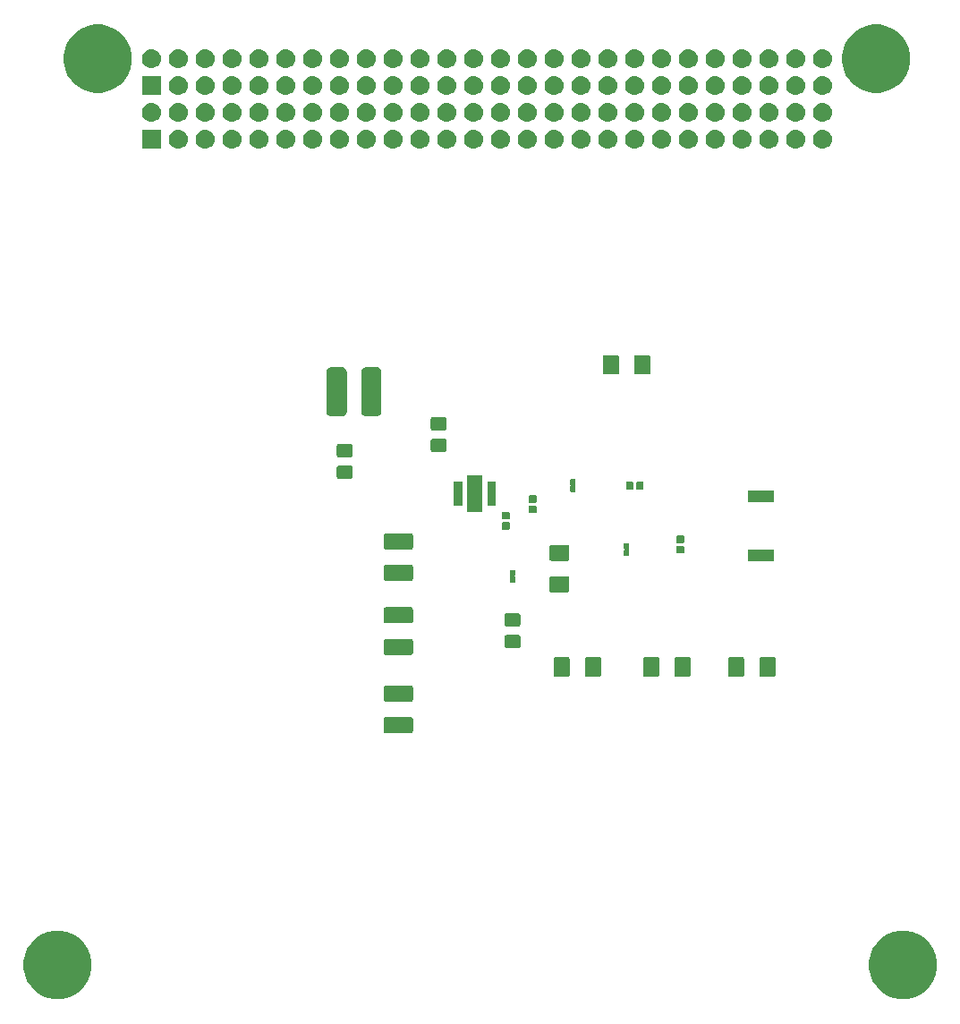
<source format=gbr>
G04 #@! TF.GenerationSoftware,KiCad,Pcbnew,(5.1.4)-1*
G04 #@! TF.CreationDate,2019-12-03T11:55:19-06:00*
G04 #@! TF.ProjectId,Boost,426f6f73-742e-46b6-9963-61645f706362,rev?*
G04 #@! TF.SameCoordinates,Original*
G04 #@! TF.FileFunction,Soldermask,Top*
G04 #@! TF.FilePolarity,Negative*
%FSLAX46Y46*%
G04 Gerber Fmt 4.6, Leading zero omitted, Abs format (unit mm)*
G04 Created by KiCad (PCBNEW (5.1.4)-1) date 2019-12-03 11:55:19*
%MOMM*%
%LPD*%
G04 APERTURE LIST*
%ADD10C,0.100000*%
G04 APERTURE END LIST*
D10*
G36*
X182042988Y-137486973D02*
G01*
X182630082Y-137730155D01*
X182630084Y-137730156D01*
X183158455Y-138083202D01*
X183607798Y-138532545D01*
X183960844Y-139060916D01*
X183960845Y-139060918D01*
X184204027Y-139648012D01*
X184328000Y-140271265D01*
X184328000Y-140906735D01*
X184204027Y-141529988D01*
X183960845Y-142117082D01*
X183960844Y-142117084D01*
X183607798Y-142645455D01*
X183158455Y-143094798D01*
X182630084Y-143447844D01*
X182630083Y-143447845D01*
X182630082Y-143447845D01*
X182042988Y-143691027D01*
X181419735Y-143815000D01*
X180784265Y-143815000D01*
X180161012Y-143691027D01*
X179573918Y-143447845D01*
X179573917Y-143447845D01*
X179573916Y-143447844D01*
X179045545Y-143094798D01*
X178596202Y-142645455D01*
X178243156Y-142117084D01*
X178243155Y-142117082D01*
X177999973Y-141529988D01*
X177876000Y-140906735D01*
X177876000Y-140271265D01*
X177999973Y-139648012D01*
X178243155Y-139060918D01*
X178243156Y-139060916D01*
X178596202Y-138532545D01*
X179045545Y-138083202D01*
X179573916Y-137730156D01*
X179573918Y-137730155D01*
X180161012Y-137486973D01*
X180784265Y-137363000D01*
X181419735Y-137363000D01*
X182042988Y-137486973D01*
X182042988Y-137486973D01*
G37*
G36*
X102032988Y-137486973D02*
G01*
X102620082Y-137730155D01*
X102620084Y-137730156D01*
X103148455Y-138083202D01*
X103597798Y-138532545D01*
X103950844Y-139060916D01*
X103950845Y-139060918D01*
X104194027Y-139648012D01*
X104318000Y-140271265D01*
X104318000Y-140906735D01*
X104194027Y-141529988D01*
X103950845Y-142117082D01*
X103950844Y-142117084D01*
X103597798Y-142645455D01*
X103148455Y-143094798D01*
X102620084Y-143447844D01*
X102620083Y-143447845D01*
X102620082Y-143447845D01*
X102032988Y-143691027D01*
X101409735Y-143815000D01*
X100774265Y-143815000D01*
X100151012Y-143691027D01*
X99563918Y-143447845D01*
X99563917Y-143447845D01*
X99563916Y-143447844D01*
X99035545Y-143094798D01*
X98586202Y-142645455D01*
X98233156Y-142117084D01*
X98233155Y-142117082D01*
X97989973Y-141529988D01*
X97866000Y-140906735D01*
X97866000Y-140271265D01*
X97989973Y-139648012D01*
X98233155Y-139060918D01*
X98233156Y-139060916D01*
X98586202Y-138532545D01*
X99035545Y-138083202D01*
X99563916Y-137730156D01*
X99563918Y-137730155D01*
X100151012Y-137486973D01*
X100774265Y-137363000D01*
X101409735Y-137363000D01*
X102032988Y-137486973D01*
X102032988Y-137486973D01*
G37*
G36*
X134575562Y-117150681D02*
G01*
X134610481Y-117161274D01*
X134642663Y-117178476D01*
X134670873Y-117201627D01*
X134694024Y-117229837D01*
X134711226Y-117262019D01*
X134721819Y-117296938D01*
X134726000Y-117339395D01*
X134726000Y-118480605D01*
X134721819Y-118523062D01*
X134711226Y-118557981D01*
X134694024Y-118590163D01*
X134670873Y-118618373D01*
X134642663Y-118641524D01*
X134610481Y-118658726D01*
X134575562Y-118669319D01*
X134533105Y-118673500D01*
X132166895Y-118673500D01*
X132124438Y-118669319D01*
X132089519Y-118658726D01*
X132057337Y-118641524D01*
X132029127Y-118618373D01*
X132005976Y-118590163D01*
X131988774Y-118557981D01*
X131978181Y-118523062D01*
X131974000Y-118480605D01*
X131974000Y-117339395D01*
X131978181Y-117296938D01*
X131988774Y-117262019D01*
X132005976Y-117229837D01*
X132029127Y-117201627D01*
X132057337Y-117178476D01*
X132089519Y-117161274D01*
X132124438Y-117150681D01*
X132166895Y-117146500D01*
X134533105Y-117146500D01*
X134575562Y-117150681D01*
X134575562Y-117150681D01*
G37*
G36*
X134575562Y-114175681D02*
G01*
X134610481Y-114186274D01*
X134642663Y-114203476D01*
X134670873Y-114226627D01*
X134694024Y-114254837D01*
X134711226Y-114287019D01*
X134721819Y-114321938D01*
X134726000Y-114364395D01*
X134726000Y-115505605D01*
X134721819Y-115548062D01*
X134711226Y-115582981D01*
X134694024Y-115615163D01*
X134670873Y-115643373D01*
X134642663Y-115666524D01*
X134610481Y-115683726D01*
X134575562Y-115694319D01*
X134533105Y-115698500D01*
X132166895Y-115698500D01*
X132124438Y-115694319D01*
X132089519Y-115683726D01*
X132057337Y-115666524D01*
X132029127Y-115643373D01*
X132005976Y-115615163D01*
X131988774Y-115582981D01*
X131978181Y-115548062D01*
X131974000Y-115505605D01*
X131974000Y-114364395D01*
X131978181Y-114321938D01*
X131988774Y-114287019D01*
X132005976Y-114254837D01*
X132029127Y-114226627D01*
X132057337Y-114203476D01*
X132089519Y-114186274D01*
X132124438Y-114175681D01*
X132166895Y-114171500D01*
X134533105Y-114171500D01*
X134575562Y-114175681D01*
X134575562Y-114175681D01*
G37*
G36*
X168888062Y-111473181D02*
G01*
X168922981Y-111483774D01*
X168955163Y-111500976D01*
X168983373Y-111524127D01*
X169006524Y-111552337D01*
X169023726Y-111584519D01*
X169034319Y-111619438D01*
X169038500Y-111661895D01*
X169038500Y-113128105D01*
X169034319Y-113170562D01*
X169023726Y-113205481D01*
X169006524Y-113237663D01*
X168983373Y-113265873D01*
X168955163Y-113289024D01*
X168922981Y-113306226D01*
X168888062Y-113316819D01*
X168845605Y-113321000D01*
X167704395Y-113321000D01*
X167661938Y-113316819D01*
X167627019Y-113306226D01*
X167594837Y-113289024D01*
X167566627Y-113265873D01*
X167543476Y-113237663D01*
X167526274Y-113205481D01*
X167515681Y-113170562D01*
X167511500Y-113128105D01*
X167511500Y-111661895D01*
X167515681Y-111619438D01*
X167526274Y-111584519D01*
X167543476Y-111552337D01*
X167566627Y-111524127D01*
X167594837Y-111500976D01*
X167627019Y-111483774D01*
X167661938Y-111473181D01*
X167704395Y-111469000D01*
X168845605Y-111469000D01*
X168888062Y-111473181D01*
X168888062Y-111473181D01*
G37*
G36*
X165913062Y-111473181D02*
G01*
X165947981Y-111483774D01*
X165980163Y-111500976D01*
X166008373Y-111524127D01*
X166031524Y-111552337D01*
X166048726Y-111584519D01*
X166059319Y-111619438D01*
X166063500Y-111661895D01*
X166063500Y-113128105D01*
X166059319Y-113170562D01*
X166048726Y-113205481D01*
X166031524Y-113237663D01*
X166008373Y-113265873D01*
X165980163Y-113289024D01*
X165947981Y-113306226D01*
X165913062Y-113316819D01*
X165870605Y-113321000D01*
X164729395Y-113321000D01*
X164686938Y-113316819D01*
X164652019Y-113306226D01*
X164619837Y-113289024D01*
X164591627Y-113265873D01*
X164568476Y-113237663D01*
X164551274Y-113205481D01*
X164540681Y-113170562D01*
X164536500Y-113128105D01*
X164536500Y-111661895D01*
X164540681Y-111619438D01*
X164551274Y-111584519D01*
X164568476Y-111552337D01*
X164591627Y-111524127D01*
X164619837Y-111500976D01*
X164652019Y-111483774D01*
X164686938Y-111473181D01*
X164729395Y-111469000D01*
X165870605Y-111469000D01*
X165913062Y-111473181D01*
X165913062Y-111473181D01*
G37*
G36*
X160850562Y-111473181D02*
G01*
X160885481Y-111483774D01*
X160917663Y-111500976D01*
X160945873Y-111524127D01*
X160969024Y-111552337D01*
X160986226Y-111584519D01*
X160996819Y-111619438D01*
X161001000Y-111661895D01*
X161001000Y-113128105D01*
X160996819Y-113170562D01*
X160986226Y-113205481D01*
X160969024Y-113237663D01*
X160945873Y-113265873D01*
X160917663Y-113289024D01*
X160885481Y-113306226D01*
X160850562Y-113316819D01*
X160808105Y-113321000D01*
X159666895Y-113321000D01*
X159624438Y-113316819D01*
X159589519Y-113306226D01*
X159557337Y-113289024D01*
X159529127Y-113265873D01*
X159505976Y-113237663D01*
X159488774Y-113205481D01*
X159478181Y-113170562D01*
X159474000Y-113128105D01*
X159474000Y-111661895D01*
X159478181Y-111619438D01*
X159488774Y-111584519D01*
X159505976Y-111552337D01*
X159529127Y-111524127D01*
X159557337Y-111500976D01*
X159589519Y-111483774D01*
X159624438Y-111473181D01*
X159666895Y-111469000D01*
X160808105Y-111469000D01*
X160850562Y-111473181D01*
X160850562Y-111473181D01*
G37*
G36*
X157875562Y-111473181D02*
G01*
X157910481Y-111483774D01*
X157942663Y-111500976D01*
X157970873Y-111524127D01*
X157994024Y-111552337D01*
X158011226Y-111584519D01*
X158021819Y-111619438D01*
X158026000Y-111661895D01*
X158026000Y-113128105D01*
X158021819Y-113170562D01*
X158011226Y-113205481D01*
X157994024Y-113237663D01*
X157970873Y-113265873D01*
X157942663Y-113289024D01*
X157910481Y-113306226D01*
X157875562Y-113316819D01*
X157833105Y-113321000D01*
X156691895Y-113321000D01*
X156649438Y-113316819D01*
X156614519Y-113306226D01*
X156582337Y-113289024D01*
X156554127Y-113265873D01*
X156530976Y-113237663D01*
X156513774Y-113205481D01*
X156503181Y-113170562D01*
X156499000Y-113128105D01*
X156499000Y-111661895D01*
X156503181Y-111619438D01*
X156513774Y-111584519D01*
X156530976Y-111552337D01*
X156554127Y-111524127D01*
X156582337Y-111500976D01*
X156614519Y-111483774D01*
X156649438Y-111473181D01*
X156691895Y-111469000D01*
X157833105Y-111469000D01*
X157875562Y-111473181D01*
X157875562Y-111473181D01*
G37*
G36*
X152378062Y-111473181D02*
G01*
X152412981Y-111483774D01*
X152445163Y-111500976D01*
X152473373Y-111524127D01*
X152496524Y-111552337D01*
X152513726Y-111584519D01*
X152524319Y-111619438D01*
X152528500Y-111661895D01*
X152528500Y-113128105D01*
X152524319Y-113170562D01*
X152513726Y-113205481D01*
X152496524Y-113237663D01*
X152473373Y-113265873D01*
X152445163Y-113289024D01*
X152412981Y-113306226D01*
X152378062Y-113316819D01*
X152335605Y-113321000D01*
X151194395Y-113321000D01*
X151151938Y-113316819D01*
X151117019Y-113306226D01*
X151084837Y-113289024D01*
X151056627Y-113265873D01*
X151033476Y-113237663D01*
X151016274Y-113205481D01*
X151005681Y-113170562D01*
X151001500Y-113128105D01*
X151001500Y-111661895D01*
X151005681Y-111619438D01*
X151016274Y-111584519D01*
X151033476Y-111552337D01*
X151056627Y-111524127D01*
X151084837Y-111500976D01*
X151117019Y-111483774D01*
X151151938Y-111473181D01*
X151194395Y-111469000D01*
X152335605Y-111469000D01*
X152378062Y-111473181D01*
X152378062Y-111473181D01*
G37*
G36*
X149403062Y-111473181D02*
G01*
X149437981Y-111483774D01*
X149470163Y-111500976D01*
X149498373Y-111524127D01*
X149521524Y-111552337D01*
X149538726Y-111584519D01*
X149549319Y-111619438D01*
X149553500Y-111661895D01*
X149553500Y-113128105D01*
X149549319Y-113170562D01*
X149538726Y-113205481D01*
X149521524Y-113237663D01*
X149498373Y-113265873D01*
X149470163Y-113289024D01*
X149437981Y-113306226D01*
X149403062Y-113316819D01*
X149360605Y-113321000D01*
X148219395Y-113321000D01*
X148176938Y-113316819D01*
X148142019Y-113306226D01*
X148109837Y-113289024D01*
X148081627Y-113265873D01*
X148058476Y-113237663D01*
X148041274Y-113205481D01*
X148030681Y-113170562D01*
X148026500Y-113128105D01*
X148026500Y-111661895D01*
X148030681Y-111619438D01*
X148041274Y-111584519D01*
X148058476Y-111552337D01*
X148081627Y-111524127D01*
X148109837Y-111500976D01*
X148142019Y-111483774D01*
X148176938Y-111473181D01*
X148219395Y-111469000D01*
X149360605Y-111469000D01*
X149403062Y-111473181D01*
X149403062Y-111473181D01*
G37*
G36*
X134575562Y-109730681D02*
G01*
X134610481Y-109741274D01*
X134642663Y-109758476D01*
X134670873Y-109781627D01*
X134694024Y-109809837D01*
X134711226Y-109842019D01*
X134721819Y-109876938D01*
X134726000Y-109919395D01*
X134726000Y-111060605D01*
X134721819Y-111103062D01*
X134711226Y-111137981D01*
X134694024Y-111170163D01*
X134670873Y-111198373D01*
X134642663Y-111221524D01*
X134610481Y-111238726D01*
X134575562Y-111249319D01*
X134533105Y-111253500D01*
X132166895Y-111253500D01*
X132124438Y-111249319D01*
X132089519Y-111238726D01*
X132057337Y-111221524D01*
X132029127Y-111198373D01*
X132005976Y-111170163D01*
X131988774Y-111137981D01*
X131978181Y-111103062D01*
X131974000Y-111060605D01*
X131974000Y-109919395D01*
X131978181Y-109876938D01*
X131988774Y-109842019D01*
X132005976Y-109809837D01*
X132029127Y-109781627D01*
X132057337Y-109758476D01*
X132089519Y-109741274D01*
X132124438Y-109730681D01*
X132166895Y-109726500D01*
X134533105Y-109726500D01*
X134575562Y-109730681D01*
X134575562Y-109730681D01*
G37*
G36*
X144733674Y-109378465D02*
G01*
X144771367Y-109389899D01*
X144806103Y-109408466D01*
X144836548Y-109433452D01*
X144861534Y-109463897D01*
X144880101Y-109498633D01*
X144891535Y-109536326D01*
X144896000Y-109581661D01*
X144896000Y-110418339D01*
X144891535Y-110463674D01*
X144880101Y-110501367D01*
X144861534Y-110536103D01*
X144836548Y-110566548D01*
X144806103Y-110591534D01*
X144771367Y-110610101D01*
X144733674Y-110621535D01*
X144688339Y-110626000D01*
X143601661Y-110626000D01*
X143556326Y-110621535D01*
X143518633Y-110610101D01*
X143483897Y-110591534D01*
X143453452Y-110566548D01*
X143428466Y-110536103D01*
X143409899Y-110501367D01*
X143398465Y-110463674D01*
X143394000Y-110418339D01*
X143394000Y-109581661D01*
X143398465Y-109536326D01*
X143409899Y-109498633D01*
X143428466Y-109463897D01*
X143453452Y-109433452D01*
X143483897Y-109408466D01*
X143518633Y-109389899D01*
X143556326Y-109378465D01*
X143601661Y-109374000D01*
X144688339Y-109374000D01*
X144733674Y-109378465D01*
X144733674Y-109378465D01*
G37*
G36*
X144733674Y-107328465D02*
G01*
X144771367Y-107339899D01*
X144806103Y-107358466D01*
X144836548Y-107383452D01*
X144861534Y-107413897D01*
X144880101Y-107448633D01*
X144891535Y-107486326D01*
X144896000Y-107531661D01*
X144896000Y-108368339D01*
X144891535Y-108413674D01*
X144880101Y-108451367D01*
X144861534Y-108486103D01*
X144836548Y-108516548D01*
X144806103Y-108541534D01*
X144771367Y-108560101D01*
X144733674Y-108571535D01*
X144688339Y-108576000D01*
X143601661Y-108576000D01*
X143556326Y-108571535D01*
X143518633Y-108560101D01*
X143483897Y-108541534D01*
X143453452Y-108516548D01*
X143428466Y-108486103D01*
X143409899Y-108451367D01*
X143398465Y-108413674D01*
X143394000Y-108368339D01*
X143394000Y-107531661D01*
X143398465Y-107486326D01*
X143409899Y-107448633D01*
X143428466Y-107413897D01*
X143453452Y-107383452D01*
X143483897Y-107358466D01*
X143518633Y-107339899D01*
X143556326Y-107328465D01*
X143601661Y-107324000D01*
X144688339Y-107324000D01*
X144733674Y-107328465D01*
X144733674Y-107328465D01*
G37*
G36*
X134575562Y-106755681D02*
G01*
X134610481Y-106766274D01*
X134642663Y-106783476D01*
X134670873Y-106806627D01*
X134694024Y-106834837D01*
X134711226Y-106867019D01*
X134721819Y-106901938D01*
X134726000Y-106944395D01*
X134726000Y-108085605D01*
X134721819Y-108128062D01*
X134711226Y-108162981D01*
X134694024Y-108195163D01*
X134670873Y-108223373D01*
X134642663Y-108246524D01*
X134610481Y-108263726D01*
X134575562Y-108274319D01*
X134533105Y-108278500D01*
X132166895Y-108278500D01*
X132124438Y-108274319D01*
X132089519Y-108263726D01*
X132057337Y-108246524D01*
X132029127Y-108223373D01*
X132005976Y-108195163D01*
X131988774Y-108162981D01*
X131978181Y-108128062D01*
X131974000Y-108085605D01*
X131974000Y-106944395D01*
X131978181Y-106901938D01*
X131988774Y-106867019D01*
X132005976Y-106834837D01*
X132029127Y-106806627D01*
X132057337Y-106783476D01*
X132089519Y-106766274D01*
X132124438Y-106755681D01*
X132166895Y-106751500D01*
X134533105Y-106751500D01*
X134575562Y-106755681D01*
X134575562Y-106755681D01*
G37*
G36*
X149365562Y-103815681D02*
G01*
X149400481Y-103826274D01*
X149432663Y-103843476D01*
X149460873Y-103866627D01*
X149484024Y-103894837D01*
X149501226Y-103927019D01*
X149511819Y-103961938D01*
X149516000Y-104004395D01*
X149516000Y-105145605D01*
X149511819Y-105188062D01*
X149501226Y-105222981D01*
X149484024Y-105255163D01*
X149460873Y-105283373D01*
X149432663Y-105306524D01*
X149400481Y-105323726D01*
X149365562Y-105334319D01*
X149323105Y-105338500D01*
X147856895Y-105338500D01*
X147814438Y-105334319D01*
X147779519Y-105323726D01*
X147747337Y-105306524D01*
X147719127Y-105283373D01*
X147695976Y-105255163D01*
X147678774Y-105222981D01*
X147668181Y-105188062D01*
X147664000Y-105145605D01*
X147664000Y-104004395D01*
X147668181Y-103961938D01*
X147678774Y-103927019D01*
X147695976Y-103894837D01*
X147719127Y-103866627D01*
X147747337Y-103843476D01*
X147779519Y-103826274D01*
X147814438Y-103815681D01*
X147856895Y-103811500D01*
X149323105Y-103811500D01*
X149365562Y-103815681D01*
X149365562Y-103815681D01*
G37*
G36*
X144345170Y-103220803D02*
G01*
X144356875Y-103224354D01*
X144367665Y-103230121D01*
X144377119Y-103237881D01*
X144384879Y-103247335D01*
X144390646Y-103258125D01*
X144394197Y-103269830D01*
X144396000Y-103288138D01*
X144396000Y-103711862D01*
X144394197Y-103730170D01*
X144390645Y-103741877D01*
X144380383Y-103761077D01*
X144371006Y-103783716D01*
X144366226Y-103807749D01*
X144366226Y-103832253D01*
X144371007Y-103856286D01*
X144380383Y-103878923D01*
X144390645Y-103898123D01*
X144394197Y-103909830D01*
X144396000Y-103928138D01*
X144396000Y-104351862D01*
X144394197Y-104370170D01*
X144390646Y-104381875D01*
X144384879Y-104392665D01*
X144377119Y-104402119D01*
X144367665Y-104409879D01*
X144356875Y-104415646D01*
X144345170Y-104419197D01*
X144326862Y-104421000D01*
X143963138Y-104421000D01*
X143944830Y-104419197D01*
X143933125Y-104415646D01*
X143922335Y-104409879D01*
X143912881Y-104402119D01*
X143905121Y-104392665D01*
X143899354Y-104381875D01*
X143895803Y-104370170D01*
X143894000Y-104351862D01*
X143894000Y-103928138D01*
X143895803Y-103909830D01*
X143899355Y-103898123D01*
X143909617Y-103878923D01*
X143918994Y-103856284D01*
X143923774Y-103832251D01*
X143923774Y-103807747D01*
X143918993Y-103783714D01*
X143909617Y-103761077D01*
X143899355Y-103741877D01*
X143895803Y-103730170D01*
X143894000Y-103711862D01*
X143894000Y-103288138D01*
X143895803Y-103269830D01*
X143899354Y-103258125D01*
X143905121Y-103247335D01*
X143912881Y-103237881D01*
X143922335Y-103230121D01*
X143933125Y-103224354D01*
X143944830Y-103220803D01*
X143963138Y-103219000D01*
X144326862Y-103219000D01*
X144345170Y-103220803D01*
X144345170Y-103220803D01*
G37*
G36*
X134575562Y-102745681D02*
G01*
X134610481Y-102756274D01*
X134642663Y-102773476D01*
X134670873Y-102796627D01*
X134694024Y-102824837D01*
X134711226Y-102857019D01*
X134721819Y-102891938D01*
X134726000Y-102934395D01*
X134726000Y-104075605D01*
X134721819Y-104118062D01*
X134711226Y-104152981D01*
X134694024Y-104185163D01*
X134670873Y-104213373D01*
X134642663Y-104236524D01*
X134610481Y-104253726D01*
X134575562Y-104264319D01*
X134533105Y-104268500D01*
X132166895Y-104268500D01*
X132124438Y-104264319D01*
X132089519Y-104253726D01*
X132057337Y-104236524D01*
X132029127Y-104213373D01*
X132005976Y-104185163D01*
X131988774Y-104152981D01*
X131978181Y-104118062D01*
X131974000Y-104075605D01*
X131974000Y-102934395D01*
X131978181Y-102891938D01*
X131988774Y-102857019D01*
X132005976Y-102824837D01*
X132029127Y-102796627D01*
X132057337Y-102773476D01*
X132089519Y-102756274D01*
X132124438Y-102745681D01*
X132166895Y-102741500D01*
X134533105Y-102741500D01*
X134575562Y-102745681D01*
X134575562Y-102745681D01*
G37*
G36*
X168859500Y-102438500D02*
G01*
X166420500Y-102438500D01*
X166420500Y-101320500D01*
X168859500Y-101320500D01*
X168859500Y-102438500D01*
X168859500Y-102438500D01*
G37*
G36*
X149365562Y-100840681D02*
G01*
X149400481Y-100851274D01*
X149432663Y-100868476D01*
X149460873Y-100891627D01*
X149484024Y-100919837D01*
X149501226Y-100952019D01*
X149511819Y-100986938D01*
X149516000Y-101029395D01*
X149516000Y-102170605D01*
X149511819Y-102213062D01*
X149501226Y-102247981D01*
X149484024Y-102280163D01*
X149460873Y-102308373D01*
X149432663Y-102331524D01*
X149400481Y-102348726D01*
X149365562Y-102359319D01*
X149323105Y-102363500D01*
X147856895Y-102363500D01*
X147814438Y-102359319D01*
X147779519Y-102348726D01*
X147747337Y-102331524D01*
X147719127Y-102308373D01*
X147695976Y-102280163D01*
X147678774Y-102247981D01*
X147668181Y-102213062D01*
X147664000Y-102170605D01*
X147664000Y-101029395D01*
X147668181Y-100986938D01*
X147678774Y-100952019D01*
X147695976Y-100919837D01*
X147719127Y-100891627D01*
X147747337Y-100868476D01*
X147779519Y-100851274D01*
X147814438Y-100840681D01*
X147856895Y-100836500D01*
X149323105Y-100836500D01*
X149365562Y-100840681D01*
X149365562Y-100840681D01*
G37*
G36*
X155140170Y-100685803D02*
G01*
X155151875Y-100689354D01*
X155162665Y-100695121D01*
X155172119Y-100702881D01*
X155179879Y-100712335D01*
X155185646Y-100723125D01*
X155189197Y-100734830D01*
X155191000Y-100753138D01*
X155191000Y-101176862D01*
X155189197Y-101195170D01*
X155185645Y-101206877D01*
X155175383Y-101226077D01*
X155166006Y-101248716D01*
X155161226Y-101272749D01*
X155161226Y-101297253D01*
X155166007Y-101321286D01*
X155175383Y-101343923D01*
X155185645Y-101363123D01*
X155189197Y-101374830D01*
X155191000Y-101393138D01*
X155191000Y-101816862D01*
X155189197Y-101835170D01*
X155185646Y-101846875D01*
X155179879Y-101857665D01*
X155172119Y-101867119D01*
X155162665Y-101874879D01*
X155151875Y-101880646D01*
X155140170Y-101884197D01*
X155121862Y-101886000D01*
X154758138Y-101886000D01*
X154739830Y-101884197D01*
X154728125Y-101880646D01*
X154717335Y-101874879D01*
X154707881Y-101867119D01*
X154700121Y-101857665D01*
X154694354Y-101846875D01*
X154690803Y-101835170D01*
X154689000Y-101816862D01*
X154689000Y-101393138D01*
X154690803Y-101374830D01*
X154694355Y-101363123D01*
X154704617Y-101343923D01*
X154713994Y-101321284D01*
X154718774Y-101297251D01*
X154718774Y-101272747D01*
X154713993Y-101248714D01*
X154704617Y-101226077D01*
X154694355Y-101206877D01*
X154690803Y-101195170D01*
X154689000Y-101176862D01*
X154689000Y-100753138D01*
X154690803Y-100734830D01*
X154694354Y-100723125D01*
X154700121Y-100712335D01*
X154707881Y-100702881D01*
X154717335Y-100695121D01*
X154728125Y-100689354D01*
X154739830Y-100685803D01*
X154758138Y-100684000D01*
X155121862Y-100684000D01*
X155140170Y-100685803D01*
X155140170Y-100685803D01*
G37*
G36*
X160301938Y-100956716D02*
G01*
X160322557Y-100962971D01*
X160341553Y-100973124D01*
X160358208Y-100986792D01*
X160371876Y-101003447D01*
X160382029Y-101022443D01*
X160388284Y-101043062D01*
X160391000Y-101070640D01*
X160391000Y-101529360D01*
X160388284Y-101556938D01*
X160382029Y-101577557D01*
X160371876Y-101596553D01*
X160358208Y-101613208D01*
X160341553Y-101626876D01*
X160322557Y-101637029D01*
X160301938Y-101643284D01*
X160274360Y-101646000D01*
X159765640Y-101646000D01*
X159738062Y-101643284D01*
X159717443Y-101637029D01*
X159698447Y-101626876D01*
X159681792Y-101613208D01*
X159668124Y-101596553D01*
X159657971Y-101577557D01*
X159651716Y-101556938D01*
X159649000Y-101529360D01*
X159649000Y-101070640D01*
X159651716Y-101043062D01*
X159657971Y-101022443D01*
X159668124Y-101003447D01*
X159681792Y-100986792D01*
X159698447Y-100973124D01*
X159717443Y-100962971D01*
X159738062Y-100956716D01*
X159765640Y-100954000D01*
X160274360Y-100954000D01*
X160301938Y-100956716D01*
X160301938Y-100956716D01*
G37*
G36*
X134575562Y-99770681D02*
G01*
X134610481Y-99781274D01*
X134642663Y-99798476D01*
X134670873Y-99821627D01*
X134694024Y-99849837D01*
X134711226Y-99882019D01*
X134721819Y-99916938D01*
X134726000Y-99959395D01*
X134726000Y-101100605D01*
X134721819Y-101143062D01*
X134711226Y-101177981D01*
X134694024Y-101210163D01*
X134670873Y-101238373D01*
X134642663Y-101261524D01*
X134610481Y-101278726D01*
X134575562Y-101289319D01*
X134533105Y-101293500D01*
X132166895Y-101293500D01*
X132124438Y-101289319D01*
X132089519Y-101278726D01*
X132057337Y-101261524D01*
X132029127Y-101238373D01*
X132005976Y-101210163D01*
X131988774Y-101177981D01*
X131978181Y-101143062D01*
X131974000Y-101100605D01*
X131974000Y-99959395D01*
X131978181Y-99916938D01*
X131988774Y-99882019D01*
X132005976Y-99849837D01*
X132029127Y-99821627D01*
X132057337Y-99798476D01*
X132089519Y-99781274D01*
X132124438Y-99770681D01*
X132166895Y-99766500D01*
X134533105Y-99766500D01*
X134575562Y-99770681D01*
X134575562Y-99770681D01*
G37*
G36*
X160301938Y-99986716D02*
G01*
X160322557Y-99992971D01*
X160341553Y-100003124D01*
X160358208Y-100016792D01*
X160371876Y-100033447D01*
X160382029Y-100052443D01*
X160388284Y-100073062D01*
X160391000Y-100100640D01*
X160391000Y-100559360D01*
X160388284Y-100586938D01*
X160382029Y-100607557D01*
X160371876Y-100626553D01*
X160358208Y-100643208D01*
X160341553Y-100656876D01*
X160322557Y-100667029D01*
X160301938Y-100673284D01*
X160274360Y-100676000D01*
X159765640Y-100676000D01*
X159738062Y-100673284D01*
X159717443Y-100667029D01*
X159698447Y-100656876D01*
X159681792Y-100643208D01*
X159668124Y-100626553D01*
X159657971Y-100607557D01*
X159651716Y-100586938D01*
X159649000Y-100559360D01*
X159649000Y-100100640D01*
X159651716Y-100073062D01*
X159657971Y-100052443D01*
X159668124Y-100033447D01*
X159681792Y-100016792D01*
X159698447Y-100003124D01*
X159717443Y-99992971D01*
X159738062Y-99986716D01*
X159765640Y-99984000D01*
X160274360Y-99984000D01*
X160301938Y-99986716D01*
X160301938Y-99986716D01*
G37*
G36*
X143791938Y-98716716D02*
G01*
X143812557Y-98722971D01*
X143831553Y-98733124D01*
X143848208Y-98746792D01*
X143861876Y-98763447D01*
X143872029Y-98782443D01*
X143878284Y-98803062D01*
X143881000Y-98830640D01*
X143881000Y-99289360D01*
X143878284Y-99316938D01*
X143872029Y-99337557D01*
X143861876Y-99356553D01*
X143848208Y-99373208D01*
X143831553Y-99386876D01*
X143812557Y-99397029D01*
X143791938Y-99403284D01*
X143764360Y-99406000D01*
X143255640Y-99406000D01*
X143228062Y-99403284D01*
X143207443Y-99397029D01*
X143188447Y-99386876D01*
X143171792Y-99373208D01*
X143158124Y-99356553D01*
X143147971Y-99337557D01*
X143141716Y-99316938D01*
X143139000Y-99289360D01*
X143139000Y-98830640D01*
X143141716Y-98803062D01*
X143147971Y-98782443D01*
X143158124Y-98763447D01*
X143171792Y-98746792D01*
X143188447Y-98733124D01*
X143207443Y-98722971D01*
X143228062Y-98716716D01*
X143255640Y-98714000D01*
X143764360Y-98714000D01*
X143791938Y-98716716D01*
X143791938Y-98716716D01*
G37*
G36*
X143791938Y-97746716D02*
G01*
X143812557Y-97752971D01*
X143831553Y-97763124D01*
X143848208Y-97776792D01*
X143861876Y-97793447D01*
X143872029Y-97812443D01*
X143878284Y-97833062D01*
X143881000Y-97860640D01*
X143881000Y-98319360D01*
X143878284Y-98346938D01*
X143872029Y-98367557D01*
X143861876Y-98386553D01*
X143848208Y-98403208D01*
X143831553Y-98416876D01*
X143812557Y-98427029D01*
X143791938Y-98433284D01*
X143764360Y-98436000D01*
X143255640Y-98436000D01*
X143228062Y-98433284D01*
X143207443Y-98427029D01*
X143188447Y-98416876D01*
X143171792Y-98403208D01*
X143158124Y-98386553D01*
X143147971Y-98367557D01*
X143141716Y-98346938D01*
X143139000Y-98319360D01*
X143139000Y-97860640D01*
X143141716Y-97833062D01*
X143147971Y-97812443D01*
X143158124Y-97793447D01*
X143171792Y-97776792D01*
X143188447Y-97763124D01*
X143207443Y-97752971D01*
X143228062Y-97746716D01*
X143255640Y-97744000D01*
X143764360Y-97744000D01*
X143791938Y-97746716D01*
X143791938Y-97746716D01*
G37*
G36*
X146331938Y-97146716D02*
G01*
X146352557Y-97152971D01*
X146371553Y-97163124D01*
X146388208Y-97176792D01*
X146401876Y-97193447D01*
X146412029Y-97212443D01*
X146418284Y-97233062D01*
X146421000Y-97260640D01*
X146421000Y-97719360D01*
X146418284Y-97746938D01*
X146412029Y-97767557D01*
X146401876Y-97786553D01*
X146388208Y-97803208D01*
X146371553Y-97816876D01*
X146352557Y-97827029D01*
X146331938Y-97833284D01*
X146304360Y-97836000D01*
X145795640Y-97836000D01*
X145768062Y-97833284D01*
X145747443Y-97827029D01*
X145728447Y-97816876D01*
X145711792Y-97803208D01*
X145698124Y-97786553D01*
X145687971Y-97767557D01*
X145681716Y-97746938D01*
X145679000Y-97719360D01*
X145679000Y-97260640D01*
X145681716Y-97233062D01*
X145687971Y-97212443D01*
X145698124Y-97193447D01*
X145711792Y-97176792D01*
X145728447Y-97163124D01*
X145747443Y-97152971D01*
X145768062Y-97146716D01*
X145795640Y-97144000D01*
X146304360Y-97144000D01*
X146331938Y-97146716D01*
X146331938Y-97146716D01*
G37*
G36*
X141315000Y-97763000D02*
G01*
X139863000Y-97763000D01*
X139863000Y-94261000D01*
X141315000Y-94261000D01*
X141315000Y-97763000D01*
X141315000Y-97763000D01*
G37*
G36*
X139390000Y-97188000D02*
G01*
X138588000Y-97188000D01*
X138588000Y-94836000D01*
X139390000Y-94836000D01*
X139390000Y-97188000D01*
X139390000Y-97188000D01*
G37*
G36*
X142590000Y-97188000D02*
G01*
X141788000Y-97188000D01*
X141788000Y-94836000D01*
X142590000Y-94836000D01*
X142590000Y-97188000D01*
X142590000Y-97188000D01*
G37*
G36*
X146331938Y-96176716D02*
G01*
X146352557Y-96182971D01*
X146371553Y-96193124D01*
X146388208Y-96206792D01*
X146401876Y-96223447D01*
X146412029Y-96242443D01*
X146418284Y-96263062D01*
X146421000Y-96290640D01*
X146421000Y-96749360D01*
X146418284Y-96776938D01*
X146412029Y-96797557D01*
X146401876Y-96816553D01*
X146388208Y-96833208D01*
X146371553Y-96846876D01*
X146352557Y-96857029D01*
X146331938Y-96863284D01*
X146304360Y-96866000D01*
X145795640Y-96866000D01*
X145768062Y-96863284D01*
X145747443Y-96857029D01*
X145728447Y-96846876D01*
X145711792Y-96833208D01*
X145698124Y-96816553D01*
X145687971Y-96797557D01*
X145681716Y-96776938D01*
X145679000Y-96749360D01*
X145679000Y-96290640D01*
X145681716Y-96263062D01*
X145687971Y-96242443D01*
X145698124Y-96223447D01*
X145711792Y-96206792D01*
X145728447Y-96193124D01*
X145747443Y-96182971D01*
X145768062Y-96176716D01*
X145795640Y-96174000D01*
X146304360Y-96174000D01*
X146331938Y-96176716D01*
X146331938Y-96176716D01*
G37*
G36*
X168859500Y-96799500D02*
G01*
X166420500Y-96799500D01*
X166420500Y-95681500D01*
X168859500Y-95681500D01*
X168859500Y-96799500D01*
X168859500Y-96799500D01*
G37*
G36*
X150060170Y-94650803D02*
G01*
X150071875Y-94654354D01*
X150082665Y-94660121D01*
X150092119Y-94667881D01*
X150099879Y-94677335D01*
X150105646Y-94688125D01*
X150109197Y-94699830D01*
X150111000Y-94718138D01*
X150111000Y-95141862D01*
X150109197Y-95160170D01*
X150105645Y-95171877D01*
X150095383Y-95191077D01*
X150086006Y-95213716D01*
X150081226Y-95237749D01*
X150081226Y-95262253D01*
X150086007Y-95286286D01*
X150095383Y-95308923D01*
X150105645Y-95328123D01*
X150109197Y-95339830D01*
X150111000Y-95358138D01*
X150111000Y-95781862D01*
X150109197Y-95800170D01*
X150105646Y-95811875D01*
X150099879Y-95822665D01*
X150092119Y-95832119D01*
X150082665Y-95839879D01*
X150071875Y-95845646D01*
X150060170Y-95849197D01*
X150041862Y-95851000D01*
X149678138Y-95851000D01*
X149659830Y-95849197D01*
X149648125Y-95845646D01*
X149637335Y-95839879D01*
X149627881Y-95832119D01*
X149620121Y-95822665D01*
X149614354Y-95811875D01*
X149610803Y-95800170D01*
X149609000Y-95781862D01*
X149609000Y-95358138D01*
X149610803Y-95339830D01*
X149614355Y-95328123D01*
X149624617Y-95308923D01*
X149633994Y-95286284D01*
X149638774Y-95262251D01*
X149638774Y-95237747D01*
X149633993Y-95213714D01*
X149624617Y-95191077D01*
X149614355Y-95171877D01*
X149610803Y-95160170D01*
X149609000Y-95141862D01*
X149609000Y-94718138D01*
X149610803Y-94699830D01*
X149614354Y-94688125D01*
X149620121Y-94677335D01*
X149627881Y-94667881D01*
X149637335Y-94660121D01*
X149648125Y-94654354D01*
X149659830Y-94650803D01*
X149678138Y-94649000D01*
X150041862Y-94649000D01*
X150060170Y-94650803D01*
X150060170Y-94650803D01*
G37*
G36*
X156466938Y-94881716D02*
G01*
X156487557Y-94887971D01*
X156506553Y-94898124D01*
X156523208Y-94911792D01*
X156536876Y-94928447D01*
X156547029Y-94947443D01*
X156553284Y-94968062D01*
X156556000Y-94995640D01*
X156556000Y-95504360D01*
X156553284Y-95531938D01*
X156547029Y-95552557D01*
X156536876Y-95571553D01*
X156523208Y-95588208D01*
X156506553Y-95601876D01*
X156487557Y-95612029D01*
X156466938Y-95618284D01*
X156439360Y-95621000D01*
X155980640Y-95621000D01*
X155953062Y-95618284D01*
X155932443Y-95612029D01*
X155913447Y-95601876D01*
X155896792Y-95588208D01*
X155883124Y-95571553D01*
X155872971Y-95552557D01*
X155866716Y-95531938D01*
X155864000Y-95504360D01*
X155864000Y-94995640D01*
X155866716Y-94968062D01*
X155872971Y-94947443D01*
X155883124Y-94928447D01*
X155896792Y-94911792D01*
X155913447Y-94898124D01*
X155932443Y-94887971D01*
X155953062Y-94881716D01*
X155980640Y-94879000D01*
X156439360Y-94879000D01*
X156466938Y-94881716D01*
X156466938Y-94881716D01*
G37*
G36*
X155496938Y-94881716D02*
G01*
X155517557Y-94887971D01*
X155536553Y-94898124D01*
X155553208Y-94911792D01*
X155566876Y-94928447D01*
X155577029Y-94947443D01*
X155583284Y-94968062D01*
X155586000Y-94995640D01*
X155586000Y-95504360D01*
X155583284Y-95531938D01*
X155577029Y-95552557D01*
X155566876Y-95571553D01*
X155553208Y-95588208D01*
X155536553Y-95601876D01*
X155517557Y-95612029D01*
X155496938Y-95618284D01*
X155469360Y-95621000D01*
X155010640Y-95621000D01*
X154983062Y-95618284D01*
X154962443Y-95612029D01*
X154943447Y-95601876D01*
X154926792Y-95588208D01*
X154913124Y-95571553D01*
X154902971Y-95552557D01*
X154896716Y-95531938D01*
X154894000Y-95504360D01*
X154894000Y-94995640D01*
X154896716Y-94968062D01*
X154902971Y-94947443D01*
X154913124Y-94928447D01*
X154926792Y-94911792D01*
X154943447Y-94898124D01*
X154962443Y-94887971D01*
X154983062Y-94881716D01*
X155010640Y-94879000D01*
X155469360Y-94879000D01*
X155496938Y-94881716D01*
X155496938Y-94881716D01*
G37*
G36*
X128858674Y-93358465D02*
G01*
X128896367Y-93369899D01*
X128931103Y-93388466D01*
X128961548Y-93413452D01*
X128986534Y-93443897D01*
X129005101Y-93478633D01*
X129016535Y-93516326D01*
X129021000Y-93561661D01*
X129021000Y-94398339D01*
X129016535Y-94443674D01*
X129005101Y-94481367D01*
X128986534Y-94516103D01*
X128961548Y-94546548D01*
X128931103Y-94571534D01*
X128896367Y-94590101D01*
X128858674Y-94601535D01*
X128813339Y-94606000D01*
X127726661Y-94606000D01*
X127681326Y-94601535D01*
X127643633Y-94590101D01*
X127608897Y-94571534D01*
X127578452Y-94546548D01*
X127553466Y-94516103D01*
X127534899Y-94481367D01*
X127523465Y-94443674D01*
X127519000Y-94398339D01*
X127519000Y-93561661D01*
X127523465Y-93516326D01*
X127534899Y-93478633D01*
X127553466Y-93443897D01*
X127578452Y-93413452D01*
X127608897Y-93388466D01*
X127643633Y-93369899D01*
X127681326Y-93358465D01*
X127726661Y-93354000D01*
X128813339Y-93354000D01*
X128858674Y-93358465D01*
X128858674Y-93358465D01*
G37*
G36*
X128858674Y-91308465D02*
G01*
X128896367Y-91319899D01*
X128931103Y-91338466D01*
X128961548Y-91363452D01*
X128986534Y-91393897D01*
X129005101Y-91428633D01*
X129016535Y-91466326D01*
X129021000Y-91511661D01*
X129021000Y-92348339D01*
X129016535Y-92393674D01*
X129005101Y-92431367D01*
X128986534Y-92466103D01*
X128961548Y-92496548D01*
X128931103Y-92521534D01*
X128896367Y-92540101D01*
X128858674Y-92551535D01*
X128813339Y-92556000D01*
X127726661Y-92556000D01*
X127681326Y-92551535D01*
X127643633Y-92540101D01*
X127608897Y-92521534D01*
X127578452Y-92496548D01*
X127553466Y-92466103D01*
X127534899Y-92431367D01*
X127523465Y-92393674D01*
X127519000Y-92348339D01*
X127519000Y-91511661D01*
X127523465Y-91466326D01*
X127534899Y-91428633D01*
X127553466Y-91393897D01*
X127578452Y-91363452D01*
X127608897Y-91338466D01*
X127643633Y-91319899D01*
X127681326Y-91308465D01*
X127726661Y-91304000D01*
X128813339Y-91304000D01*
X128858674Y-91308465D01*
X128858674Y-91308465D01*
G37*
G36*
X137748674Y-90818465D02*
G01*
X137786367Y-90829899D01*
X137821103Y-90848466D01*
X137851548Y-90873452D01*
X137876534Y-90903897D01*
X137895101Y-90938633D01*
X137906535Y-90976326D01*
X137911000Y-91021661D01*
X137911000Y-91858339D01*
X137906535Y-91903674D01*
X137895101Y-91941367D01*
X137876534Y-91976103D01*
X137851548Y-92006548D01*
X137821103Y-92031534D01*
X137786367Y-92050101D01*
X137748674Y-92061535D01*
X137703339Y-92066000D01*
X136616661Y-92066000D01*
X136571326Y-92061535D01*
X136533633Y-92050101D01*
X136498897Y-92031534D01*
X136468452Y-92006548D01*
X136443466Y-91976103D01*
X136424899Y-91941367D01*
X136413465Y-91903674D01*
X136409000Y-91858339D01*
X136409000Y-91021661D01*
X136413465Y-90976326D01*
X136424899Y-90938633D01*
X136443466Y-90903897D01*
X136468452Y-90873452D01*
X136498897Y-90848466D01*
X136533633Y-90829899D01*
X136571326Y-90818465D01*
X136616661Y-90814000D01*
X137703339Y-90814000D01*
X137748674Y-90818465D01*
X137748674Y-90818465D01*
G37*
G36*
X137748674Y-88768465D02*
G01*
X137786367Y-88779899D01*
X137821103Y-88798466D01*
X137851548Y-88823452D01*
X137876534Y-88853897D01*
X137895101Y-88888633D01*
X137906535Y-88926326D01*
X137911000Y-88971661D01*
X137911000Y-89808339D01*
X137906535Y-89853674D01*
X137895101Y-89891367D01*
X137876534Y-89926103D01*
X137851548Y-89956548D01*
X137821103Y-89981534D01*
X137786367Y-90000101D01*
X137748674Y-90011535D01*
X137703339Y-90016000D01*
X136616661Y-90016000D01*
X136571326Y-90011535D01*
X136533633Y-90000101D01*
X136498897Y-89981534D01*
X136468452Y-89956548D01*
X136443466Y-89926103D01*
X136424899Y-89891367D01*
X136413465Y-89853674D01*
X136409000Y-89808339D01*
X136409000Y-88971661D01*
X136413465Y-88926326D01*
X136424899Y-88888633D01*
X136443466Y-88853897D01*
X136468452Y-88823452D01*
X136498897Y-88798466D01*
X136533633Y-88779899D01*
X136571326Y-88768465D01*
X136616661Y-88764000D01*
X137703339Y-88764000D01*
X137748674Y-88768465D01*
X137748674Y-88768465D01*
G37*
G36*
X131428455Y-84067528D02*
G01*
X131505812Y-84090995D01*
X131577117Y-84129108D01*
X131639608Y-84180392D01*
X131690892Y-84242883D01*
X131729005Y-84314188D01*
X131752472Y-84391545D01*
X131761000Y-84478140D01*
X131761000Y-88241860D01*
X131752472Y-88328455D01*
X131729005Y-88405812D01*
X131690892Y-88477117D01*
X131639608Y-88539608D01*
X131577117Y-88590892D01*
X131505812Y-88629005D01*
X131428455Y-88652472D01*
X131341860Y-88661000D01*
X130278140Y-88661000D01*
X130191545Y-88652472D01*
X130114188Y-88629005D01*
X130042883Y-88590892D01*
X129980392Y-88539608D01*
X129929108Y-88477117D01*
X129890995Y-88405812D01*
X129867528Y-88328455D01*
X129859000Y-88241860D01*
X129859000Y-84478140D01*
X129867528Y-84391545D01*
X129890995Y-84314188D01*
X129929108Y-84242883D01*
X129980392Y-84180392D01*
X130042883Y-84129108D01*
X130114188Y-84090995D01*
X130191545Y-84067528D01*
X130278140Y-84059000D01*
X131341860Y-84059000D01*
X131428455Y-84067528D01*
X131428455Y-84067528D01*
G37*
G36*
X128128455Y-84067528D02*
G01*
X128205812Y-84090995D01*
X128277117Y-84129108D01*
X128339608Y-84180392D01*
X128390892Y-84242883D01*
X128429005Y-84314188D01*
X128452472Y-84391545D01*
X128461000Y-84478140D01*
X128461000Y-88241860D01*
X128452472Y-88328455D01*
X128429005Y-88405812D01*
X128390892Y-88477117D01*
X128339608Y-88539608D01*
X128277117Y-88590892D01*
X128205812Y-88629005D01*
X128128455Y-88652472D01*
X128041860Y-88661000D01*
X126978140Y-88661000D01*
X126891545Y-88652472D01*
X126814188Y-88629005D01*
X126742883Y-88590892D01*
X126680392Y-88539608D01*
X126629108Y-88477117D01*
X126590995Y-88405812D01*
X126567528Y-88328455D01*
X126559000Y-88241860D01*
X126559000Y-84478140D01*
X126567528Y-84391545D01*
X126590995Y-84314188D01*
X126629108Y-84242883D01*
X126680392Y-84180392D01*
X126742883Y-84129108D01*
X126814188Y-84090995D01*
X126891545Y-84067528D01*
X126978140Y-84059000D01*
X128041860Y-84059000D01*
X128128455Y-84067528D01*
X128128455Y-84067528D01*
G37*
G36*
X154065562Y-82898181D02*
G01*
X154100481Y-82908774D01*
X154132663Y-82925976D01*
X154160873Y-82949127D01*
X154184024Y-82977337D01*
X154201226Y-83009519D01*
X154211819Y-83044438D01*
X154216000Y-83086895D01*
X154216000Y-84553105D01*
X154211819Y-84595562D01*
X154201226Y-84630481D01*
X154184024Y-84662663D01*
X154160873Y-84690873D01*
X154132663Y-84714024D01*
X154100481Y-84731226D01*
X154065562Y-84741819D01*
X154023105Y-84746000D01*
X152881895Y-84746000D01*
X152839438Y-84741819D01*
X152804519Y-84731226D01*
X152772337Y-84714024D01*
X152744127Y-84690873D01*
X152720976Y-84662663D01*
X152703774Y-84630481D01*
X152693181Y-84595562D01*
X152689000Y-84553105D01*
X152689000Y-83086895D01*
X152693181Y-83044438D01*
X152703774Y-83009519D01*
X152720976Y-82977337D01*
X152744127Y-82949127D01*
X152772337Y-82925976D01*
X152804519Y-82908774D01*
X152839438Y-82898181D01*
X152881895Y-82894000D01*
X154023105Y-82894000D01*
X154065562Y-82898181D01*
X154065562Y-82898181D01*
G37*
G36*
X157040562Y-82898181D02*
G01*
X157075481Y-82908774D01*
X157107663Y-82925976D01*
X157135873Y-82949127D01*
X157159024Y-82977337D01*
X157176226Y-83009519D01*
X157186819Y-83044438D01*
X157191000Y-83086895D01*
X157191000Y-84553105D01*
X157186819Y-84595562D01*
X157176226Y-84630481D01*
X157159024Y-84662663D01*
X157135873Y-84690873D01*
X157107663Y-84714024D01*
X157075481Y-84731226D01*
X157040562Y-84741819D01*
X156998105Y-84746000D01*
X155856895Y-84746000D01*
X155814438Y-84741819D01*
X155779519Y-84731226D01*
X155747337Y-84714024D01*
X155719127Y-84690873D01*
X155695976Y-84662663D01*
X155678774Y-84630481D01*
X155668181Y-84595562D01*
X155664000Y-84553105D01*
X155664000Y-83086895D01*
X155668181Y-83044438D01*
X155678774Y-83009519D01*
X155695976Y-82977337D01*
X155719127Y-82949127D01*
X155747337Y-82925976D01*
X155779519Y-82908774D01*
X155814438Y-82898181D01*
X155856895Y-82894000D01*
X156998105Y-82894000D01*
X157040562Y-82898181D01*
X157040562Y-82898181D01*
G37*
G36*
X173599523Y-61590453D02*
G01*
X173665708Y-61596972D01*
X173835547Y-61648492D01*
X173992072Y-61732157D01*
X174027810Y-61761487D01*
X174129267Y-61844749D01*
X174212529Y-61946206D01*
X174241859Y-61981944D01*
X174325524Y-62138469D01*
X174377044Y-62308308D01*
X174394440Y-62484935D01*
X174377044Y-62661562D01*
X174325524Y-62831401D01*
X174241859Y-62987926D01*
X174212529Y-63023664D01*
X174129267Y-63125121D01*
X174027810Y-63208383D01*
X173992072Y-63237713D01*
X173835547Y-63321378D01*
X173665708Y-63372898D01*
X173599524Y-63379416D01*
X173533341Y-63385935D01*
X173444821Y-63385935D01*
X173378638Y-63379416D01*
X173312454Y-63372898D01*
X173142615Y-63321378D01*
X172986090Y-63237713D01*
X172950352Y-63208383D01*
X172848895Y-63125121D01*
X172765633Y-63023664D01*
X172736303Y-62987926D01*
X172652638Y-62831401D01*
X172601118Y-62661562D01*
X172583722Y-62484935D01*
X172601118Y-62308308D01*
X172652638Y-62138469D01*
X172736303Y-61981944D01*
X172765633Y-61946206D01*
X172848895Y-61844749D01*
X172950352Y-61761487D01*
X172986090Y-61732157D01*
X173142615Y-61648492D01*
X173312454Y-61596972D01*
X173378639Y-61590453D01*
X173444821Y-61583935D01*
X173533341Y-61583935D01*
X173599523Y-61590453D01*
X173599523Y-61590453D01*
G37*
G36*
X110890081Y-63385935D02*
G01*
X109088081Y-63385935D01*
X109088081Y-61583935D01*
X110890081Y-61583935D01*
X110890081Y-63385935D01*
X110890081Y-63385935D01*
G37*
G36*
X112639523Y-61590453D02*
G01*
X112705708Y-61596972D01*
X112875547Y-61648492D01*
X113032072Y-61732157D01*
X113067810Y-61761487D01*
X113169267Y-61844749D01*
X113252529Y-61946206D01*
X113281859Y-61981944D01*
X113365524Y-62138469D01*
X113417044Y-62308308D01*
X113434440Y-62484935D01*
X113417044Y-62661562D01*
X113365524Y-62831401D01*
X113281859Y-62987926D01*
X113252529Y-63023664D01*
X113169267Y-63125121D01*
X113067810Y-63208383D01*
X113032072Y-63237713D01*
X112875547Y-63321378D01*
X112705708Y-63372898D01*
X112639524Y-63379416D01*
X112573341Y-63385935D01*
X112484821Y-63385935D01*
X112418638Y-63379416D01*
X112352454Y-63372898D01*
X112182615Y-63321378D01*
X112026090Y-63237713D01*
X111990352Y-63208383D01*
X111888895Y-63125121D01*
X111805633Y-63023664D01*
X111776303Y-62987926D01*
X111692638Y-62831401D01*
X111641118Y-62661562D01*
X111623722Y-62484935D01*
X111641118Y-62308308D01*
X111692638Y-62138469D01*
X111776303Y-61981944D01*
X111805633Y-61946206D01*
X111888895Y-61844749D01*
X111990352Y-61761487D01*
X112026090Y-61732157D01*
X112182615Y-61648492D01*
X112352454Y-61596972D01*
X112418639Y-61590453D01*
X112484821Y-61583935D01*
X112573341Y-61583935D01*
X112639523Y-61590453D01*
X112639523Y-61590453D01*
G37*
G36*
X115179523Y-61590453D02*
G01*
X115245708Y-61596972D01*
X115415547Y-61648492D01*
X115572072Y-61732157D01*
X115607810Y-61761487D01*
X115709267Y-61844749D01*
X115792529Y-61946206D01*
X115821859Y-61981944D01*
X115905524Y-62138469D01*
X115957044Y-62308308D01*
X115974440Y-62484935D01*
X115957044Y-62661562D01*
X115905524Y-62831401D01*
X115821859Y-62987926D01*
X115792529Y-63023664D01*
X115709267Y-63125121D01*
X115607810Y-63208383D01*
X115572072Y-63237713D01*
X115415547Y-63321378D01*
X115245708Y-63372898D01*
X115179524Y-63379416D01*
X115113341Y-63385935D01*
X115024821Y-63385935D01*
X114958638Y-63379416D01*
X114892454Y-63372898D01*
X114722615Y-63321378D01*
X114566090Y-63237713D01*
X114530352Y-63208383D01*
X114428895Y-63125121D01*
X114345633Y-63023664D01*
X114316303Y-62987926D01*
X114232638Y-62831401D01*
X114181118Y-62661562D01*
X114163722Y-62484935D01*
X114181118Y-62308308D01*
X114232638Y-62138469D01*
X114316303Y-61981944D01*
X114345633Y-61946206D01*
X114428895Y-61844749D01*
X114530352Y-61761487D01*
X114566090Y-61732157D01*
X114722615Y-61648492D01*
X114892454Y-61596972D01*
X114958639Y-61590453D01*
X115024821Y-61583935D01*
X115113341Y-61583935D01*
X115179523Y-61590453D01*
X115179523Y-61590453D01*
G37*
G36*
X117719523Y-61590453D02*
G01*
X117785708Y-61596972D01*
X117955547Y-61648492D01*
X118112072Y-61732157D01*
X118147810Y-61761487D01*
X118249267Y-61844749D01*
X118332529Y-61946206D01*
X118361859Y-61981944D01*
X118445524Y-62138469D01*
X118497044Y-62308308D01*
X118514440Y-62484935D01*
X118497044Y-62661562D01*
X118445524Y-62831401D01*
X118361859Y-62987926D01*
X118332529Y-63023664D01*
X118249267Y-63125121D01*
X118147810Y-63208383D01*
X118112072Y-63237713D01*
X117955547Y-63321378D01*
X117785708Y-63372898D01*
X117719524Y-63379416D01*
X117653341Y-63385935D01*
X117564821Y-63385935D01*
X117498638Y-63379416D01*
X117432454Y-63372898D01*
X117262615Y-63321378D01*
X117106090Y-63237713D01*
X117070352Y-63208383D01*
X116968895Y-63125121D01*
X116885633Y-63023664D01*
X116856303Y-62987926D01*
X116772638Y-62831401D01*
X116721118Y-62661562D01*
X116703722Y-62484935D01*
X116721118Y-62308308D01*
X116772638Y-62138469D01*
X116856303Y-61981944D01*
X116885633Y-61946206D01*
X116968895Y-61844749D01*
X117070352Y-61761487D01*
X117106090Y-61732157D01*
X117262615Y-61648492D01*
X117432454Y-61596972D01*
X117498639Y-61590453D01*
X117564821Y-61583935D01*
X117653341Y-61583935D01*
X117719523Y-61590453D01*
X117719523Y-61590453D01*
G37*
G36*
X120259523Y-61590453D02*
G01*
X120325708Y-61596972D01*
X120495547Y-61648492D01*
X120652072Y-61732157D01*
X120687810Y-61761487D01*
X120789267Y-61844749D01*
X120872529Y-61946206D01*
X120901859Y-61981944D01*
X120985524Y-62138469D01*
X121037044Y-62308308D01*
X121054440Y-62484935D01*
X121037044Y-62661562D01*
X120985524Y-62831401D01*
X120901859Y-62987926D01*
X120872529Y-63023664D01*
X120789267Y-63125121D01*
X120687810Y-63208383D01*
X120652072Y-63237713D01*
X120495547Y-63321378D01*
X120325708Y-63372898D01*
X120259524Y-63379416D01*
X120193341Y-63385935D01*
X120104821Y-63385935D01*
X120038638Y-63379416D01*
X119972454Y-63372898D01*
X119802615Y-63321378D01*
X119646090Y-63237713D01*
X119610352Y-63208383D01*
X119508895Y-63125121D01*
X119425633Y-63023664D01*
X119396303Y-62987926D01*
X119312638Y-62831401D01*
X119261118Y-62661562D01*
X119243722Y-62484935D01*
X119261118Y-62308308D01*
X119312638Y-62138469D01*
X119396303Y-61981944D01*
X119425633Y-61946206D01*
X119508895Y-61844749D01*
X119610352Y-61761487D01*
X119646090Y-61732157D01*
X119802615Y-61648492D01*
X119972454Y-61596972D01*
X120038639Y-61590453D01*
X120104821Y-61583935D01*
X120193341Y-61583935D01*
X120259523Y-61590453D01*
X120259523Y-61590453D01*
G37*
G36*
X122799523Y-61590453D02*
G01*
X122865708Y-61596972D01*
X123035547Y-61648492D01*
X123192072Y-61732157D01*
X123227810Y-61761487D01*
X123329267Y-61844749D01*
X123412529Y-61946206D01*
X123441859Y-61981944D01*
X123525524Y-62138469D01*
X123577044Y-62308308D01*
X123594440Y-62484935D01*
X123577044Y-62661562D01*
X123525524Y-62831401D01*
X123441859Y-62987926D01*
X123412529Y-63023664D01*
X123329267Y-63125121D01*
X123227810Y-63208383D01*
X123192072Y-63237713D01*
X123035547Y-63321378D01*
X122865708Y-63372898D01*
X122799524Y-63379416D01*
X122733341Y-63385935D01*
X122644821Y-63385935D01*
X122578638Y-63379416D01*
X122512454Y-63372898D01*
X122342615Y-63321378D01*
X122186090Y-63237713D01*
X122150352Y-63208383D01*
X122048895Y-63125121D01*
X121965633Y-63023664D01*
X121936303Y-62987926D01*
X121852638Y-62831401D01*
X121801118Y-62661562D01*
X121783722Y-62484935D01*
X121801118Y-62308308D01*
X121852638Y-62138469D01*
X121936303Y-61981944D01*
X121965633Y-61946206D01*
X122048895Y-61844749D01*
X122150352Y-61761487D01*
X122186090Y-61732157D01*
X122342615Y-61648492D01*
X122512454Y-61596972D01*
X122578639Y-61590453D01*
X122644821Y-61583935D01*
X122733341Y-61583935D01*
X122799523Y-61590453D01*
X122799523Y-61590453D01*
G37*
G36*
X125339523Y-61590453D02*
G01*
X125405708Y-61596972D01*
X125575547Y-61648492D01*
X125732072Y-61732157D01*
X125767810Y-61761487D01*
X125869267Y-61844749D01*
X125952529Y-61946206D01*
X125981859Y-61981944D01*
X126065524Y-62138469D01*
X126117044Y-62308308D01*
X126134440Y-62484935D01*
X126117044Y-62661562D01*
X126065524Y-62831401D01*
X125981859Y-62987926D01*
X125952529Y-63023664D01*
X125869267Y-63125121D01*
X125767810Y-63208383D01*
X125732072Y-63237713D01*
X125575547Y-63321378D01*
X125405708Y-63372898D01*
X125339524Y-63379416D01*
X125273341Y-63385935D01*
X125184821Y-63385935D01*
X125118638Y-63379416D01*
X125052454Y-63372898D01*
X124882615Y-63321378D01*
X124726090Y-63237713D01*
X124690352Y-63208383D01*
X124588895Y-63125121D01*
X124505633Y-63023664D01*
X124476303Y-62987926D01*
X124392638Y-62831401D01*
X124341118Y-62661562D01*
X124323722Y-62484935D01*
X124341118Y-62308308D01*
X124392638Y-62138469D01*
X124476303Y-61981944D01*
X124505633Y-61946206D01*
X124588895Y-61844749D01*
X124690352Y-61761487D01*
X124726090Y-61732157D01*
X124882615Y-61648492D01*
X125052454Y-61596972D01*
X125118639Y-61590453D01*
X125184821Y-61583935D01*
X125273341Y-61583935D01*
X125339523Y-61590453D01*
X125339523Y-61590453D01*
G37*
G36*
X127879523Y-61590453D02*
G01*
X127945708Y-61596972D01*
X128115547Y-61648492D01*
X128272072Y-61732157D01*
X128307810Y-61761487D01*
X128409267Y-61844749D01*
X128492529Y-61946206D01*
X128521859Y-61981944D01*
X128605524Y-62138469D01*
X128657044Y-62308308D01*
X128674440Y-62484935D01*
X128657044Y-62661562D01*
X128605524Y-62831401D01*
X128521859Y-62987926D01*
X128492529Y-63023664D01*
X128409267Y-63125121D01*
X128307810Y-63208383D01*
X128272072Y-63237713D01*
X128115547Y-63321378D01*
X127945708Y-63372898D01*
X127879524Y-63379416D01*
X127813341Y-63385935D01*
X127724821Y-63385935D01*
X127658638Y-63379416D01*
X127592454Y-63372898D01*
X127422615Y-63321378D01*
X127266090Y-63237713D01*
X127230352Y-63208383D01*
X127128895Y-63125121D01*
X127045633Y-63023664D01*
X127016303Y-62987926D01*
X126932638Y-62831401D01*
X126881118Y-62661562D01*
X126863722Y-62484935D01*
X126881118Y-62308308D01*
X126932638Y-62138469D01*
X127016303Y-61981944D01*
X127045633Y-61946206D01*
X127128895Y-61844749D01*
X127230352Y-61761487D01*
X127266090Y-61732157D01*
X127422615Y-61648492D01*
X127592454Y-61596972D01*
X127658639Y-61590453D01*
X127724821Y-61583935D01*
X127813341Y-61583935D01*
X127879523Y-61590453D01*
X127879523Y-61590453D01*
G37*
G36*
X130419523Y-61590453D02*
G01*
X130485708Y-61596972D01*
X130655547Y-61648492D01*
X130812072Y-61732157D01*
X130847810Y-61761487D01*
X130949267Y-61844749D01*
X131032529Y-61946206D01*
X131061859Y-61981944D01*
X131145524Y-62138469D01*
X131197044Y-62308308D01*
X131214440Y-62484935D01*
X131197044Y-62661562D01*
X131145524Y-62831401D01*
X131061859Y-62987926D01*
X131032529Y-63023664D01*
X130949267Y-63125121D01*
X130847810Y-63208383D01*
X130812072Y-63237713D01*
X130655547Y-63321378D01*
X130485708Y-63372898D01*
X130419524Y-63379416D01*
X130353341Y-63385935D01*
X130264821Y-63385935D01*
X130198638Y-63379416D01*
X130132454Y-63372898D01*
X129962615Y-63321378D01*
X129806090Y-63237713D01*
X129770352Y-63208383D01*
X129668895Y-63125121D01*
X129585633Y-63023664D01*
X129556303Y-62987926D01*
X129472638Y-62831401D01*
X129421118Y-62661562D01*
X129403722Y-62484935D01*
X129421118Y-62308308D01*
X129472638Y-62138469D01*
X129556303Y-61981944D01*
X129585633Y-61946206D01*
X129668895Y-61844749D01*
X129770352Y-61761487D01*
X129806090Y-61732157D01*
X129962615Y-61648492D01*
X130132454Y-61596972D01*
X130198639Y-61590453D01*
X130264821Y-61583935D01*
X130353341Y-61583935D01*
X130419523Y-61590453D01*
X130419523Y-61590453D01*
G37*
G36*
X132959523Y-61590453D02*
G01*
X133025708Y-61596972D01*
X133195547Y-61648492D01*
X133352072Y-61732157D01*
X133387810Y-61761487D01*
X133489267Y-61844749D01*
X133572529Y-61946206D01*
X133601859Y-61981944D01*
X133685524Y-62138469D01*
X133737044Y-62308308D01*
X133754440Y-62484935D01*
X133737044Y-62661562D01*
X133685524Y-62831401D01*
X133601859Y-62987926D01*
X133572529Y-63023664D01*
X133489267Y-63125121D01*
X133387810Y-63208383D01*
X133352072Y-63237713D01*
X133195547Y-63321378D01*
X133025708Y-63372898D01*
X132959524Y-63379416D01*
X132893341Y-63385935D01*
X132804821Y-63385935D01*
X132738638Y-63379416D01*
X132672454Y-63372898D01*
X132502615Y-63321378D01*
X132346090Y-63237713D01*
X132310352Y-63208383D01*
X132208895Y-63125121D01*
X132125633Y-63023664D01*
X132096303Y-62987926D01*
X132012638Y-62831401D01*
X131961118Y-62661562D01*
X131943722Y-62484935D01*
X131961118Y-62308308D01*
X132012638Y-62138469D01*
X132096303Y-61981944D01*
X132125633Y-61946206D01*
X132208895Y-61844749D01*
X132310352Y-61761487D01*
X132346090Y-61732157D01*
X132502615Y-61648492D01*
X132672454Y-61596972D01*
X132738639Y-61590453D01*
X132804821Y-61583935D01*
X132893341Y-61583935D01*
X132959523Y-61590453D01*
X132959523Y-61590453D01*
G37*
G36*
X135499523Y-61590453D02*
G01*
X135565708Y-61596972D01*
X135735547Y-61648492D01*
X135892072Y-61732157D01*
X135927810Y-61761487D01*
X136029267Y-61844749D01*
X136112529Y-61946206D01*
X136141859Y-61981944D01*
X136225524Y-62138469D01*
X136277044Y-62308308D01*
X136294440Y-62484935D01*
X136277044Y-62661562D01*
X136225524Y-62831401D01*
X136141859Y-62987926D01*
X136112529Y-63023664D01*
X136029267Y-63125121D01*
X135927810Y-63208383D01*
X135892072Y-63237713D01*
X135735547Y-63321378D01*
X135565708Y-63372898D01*
X135499524Y-63379416D01*
X135433341Y-63385935D01*
X135344821Y-63385935D01*
X135278638Y-63379416D01*
X135212454Y-63372898D01*
X135042615Y-63321378D01*
X134886090Y-63237713D01*
X134850352Y-63208383D01*
X134748895Y-63125121D01*
X134665633Y-63023664D01*
X134636303Y-62987926D01*
X134552638Y-62831401D01*
X134501118Y-62661562D01*
X134483722Y-62484935D01*
X134501118Y-62308308D01*
X134552638Y-62138469D01*
X134636303Y-61981944D01*
X134665633Y-61946206D01*
X134748895Y-61844749D01*
X134850352Y-61761487D01*
X134886090Y-61732157D01*
X135042615Y-61648492D01*
X135212454Y-61596972D01*
X135278639Y-61590453D01*
X135344821Y-61583935D01*
X135433341Y-61583935D01*
X135499523Y-61590453D01*
X135499523Y-61590453D01*
G37*
G36*
X138039523Y-61590453D02*
G01*
X138105708Y-61596972D01*
X138275547Y-61648492D01*
X138432072Y-61732157D01*
X138467810Y-61761487D01*
X138569267Y-61844749D01*
X138652529Y-61946206D01*
X138681859Y-61981944D01*
X138765524Y-62138469D01*
X138817044Y-62308308D01*
X138834440Y-62484935D01*
X138817044Y-62661562D01*
X138765524Y-62831401D01*
X138681859Y-62987926D01*
X138652529Y-63023664D01*
X138569267Y-63125121D01*
X138467810Y-63208383D01*
X138432072Y-63237713D01*
X138275547Y-63321378D01*
X138105708Y-63372898D01*
X138039524Y-63379416D01*
X137973341Y-63385935D01*
X137884821Y-63385935D01*
X137818638Y-63379416D01*
X137752454Y-63372898D01*
X137582615Y-63321378D01*
X137426090Y-63237713D01*
X137390352Y-63208383D01*
X137288895Y-63125121D01*
X137205633Y-63023664D01*
X137176303Y-62987926D01*
X137092638Y-62831401D01*
X137041118Y-62661562D01*
X137023722Y-62484935D01*
X137041118Y-62308308D01*
X137092638Y-62138469D01*
X137176303Y-61981944D01*
X137205633Y-61946206D01*
X137288895Y-61844749D01*
X137390352Y-61761487D01*
X137426090Y-61732157D01*
X137582615Y-61648492D01*
X137752454Y-61596972D01*
X137818639Y-61590453D01*
X137884821Y-61583935D01*
X137973341Y-61583935D01*
X138039523Y-61590453D01*
X138039523Y-61590453D01*
G37*
G36*
X143119523Y-61590453D02*
G01*
X143185708Y-61596972D01*
X143355547Y-61648492D01*
X143512072Y-61732157D01*
X143547810Y-61761487D01*
X143649267Y-61844749D01*
X143732529Y-61946206D01*
X143761859Y-61981944D01*
X143845524Y-62138469D01*
X143897044Y-62308308D01*
X143914440Y-62484935D01*
X143897044Y-62661562D01*
X143845524Y-62831401D01*
X143761859Y-62987926D01*
X143732529Y-63023664D01*
X143649267Y-63125121D01*
X143547810Y-63208383D01*
X143512072Y-63237713D01*
X143355547Y-63321378D01*
X143185708Y-63372898D01*
X143119524Y-63379416D01*
X143053341Y-63385935D01*
X142964821Y-63385935D01*
X142898638Y-63379416D01*
X142832454Y-63372898D01*
X142662615Y-63321378D01*
X142506090Y-63237713D01*
X142470352Y-63208383D01*
X142368895Y-63125121D01*
X142285633Y-63023664D01*
X142256303Y-62987926D01*
X142172638Y-62831401D01*
X142121118Y-62661562D01*
X142103722Y-62484935D01*
X142121118Y-62308308D01*
X142172638Y-62138469D01*
X142256303Y-61981944D01*
X142285633Y-61946206D01*
X142368895Y-61844749D01*
X142470352Y-61761487D01*
X142506090Y-61732157D01*
X142662615Y-61648492D01*
X142832454Y-61596972D01*
X142898639Y-61590453D01*
X142964821Y-61583935D01*
X143053341Y-61583935D01*
X143119523Y-61590453D01*
X143119523Y-61590453D01*
G37*
G36*
X140579523Y-61590453D02*
G01*
X140645708Y-61596972D01*
X140815547Y-61648492D01*
X140972072Y-61732157D01*
X141007810Y-61761487D01*
X141109267Y-61844749D01*
X141192529Y-61946206D01*
X141221859Y-61981944D01*
X141305524Y-62138469D01*
X141357044Y-62308308D01*
X141374440Y-62484935D01*
X141357044Y-62661562D01*
X141305524Y-62831401D01*
X141221859Y-62987926D01*
X141192529Y-63023664D01*
X141109267Y-63125121D01*
X141007810Y-63208383D01*
X140972072Y-63237713D01*
X140815547Y-63321378D01*
X140645708Y-63372898D01*
X140579524Y-63379416D01*
X140513341Y-63385935D01*
X140424821Y-63385935D01*
X140358638Y-63379416D01*
X140292454Y-63372898D01*
X140122615Y-63321378D01*
X139966090Y-63237713D01*
X139930352Y-63208383D01*
X139828895Y-63125121D01*
X139745633Y-63023664D01*
X139716303Y-62987926D01*
X139632638Y-62831401D01*
X139581118Y-62661562D01*
X139563722Y-62484935D01*
X139581118Y-62308308D01*
X139632638Y-62138469D01*
X139716303Y-61981944D01*
X139745633Y-61946206D01*
X139828895Y-61844749D01*
X139930352Y-61761487D01*
X139966090Y-61732157D01*
X140122615Y-61648492D01*
X140292454Y-61596972D01*
X140358639Y-61590453D01*
X140424821Y-61583935D01*
X140513341Y-61583935D01*
X140579523Y-61590453D01*
X140579523Y-61590453D01*
G37*
G36*
X153279523Y-61590453D02*
G01*
X153345708Y-61596972D01*
X153515547Y-61648492D01*
X153672072Y-61732157D01*
X153707810Y-61761487D01*
X153809267Y-61844749D01*
X153892529Y-61946206D01*
X153921859Y-61981944D01*
X154005524Y-62138469D01*
X154057044Y-62308308D01*
X154074440Y-62484935D01*
X154057044Y-62661562D01*
X154005524Y-62831401D01*
X153921859Y-62987926D01*
X153892529Y-63023664D01*
X153809267Y-63125121D01*
X153707810Y-63208383D01*
X153672072Y-63237713D01*
X153515547Y-63321378D01*
X153345708Y-63372898D01*
X153279524Y-63379416D01*
X153213341Y-63385935D01*
X153124821Y-63385935D01*
X153058638Y-63379416D01*
X152992454Y-63372898D01*
X152822615Y-63321378D01*
X152666090Y-63237713D01*
X152630352Y-63208383D01*
X152528895Y-63125121D01*
X152445633Y-63023664D01*
X152416303Y-62987926D01*
X152332638Y-62831401D01*
X152281118Y-62661562D01*
X152263722Y-62484935D01*
X152281118Y-62308308D01*
X152332638Y-62138469D01*
X152416303Y-61981944D01*
X152445633Y-61946206D01*
X152528895Y-61844749D01*
X152630352Y-61761487D01*
X152666090Y-61732157D01*
X152822615Y-61648492D01*
X152992454Y-61596972D01*
X153058639Y-61590453D01*
X153124821Y-61583935D01*
X153213341Y-61583935D01*
X153279523Y-61590453D01*
X153279523Y-61590453D01*
G37*
G36*
X171059523Y-61590453D02*
G01*
X171125708Y-61596972D01*
X171295547Y-61648492D01*
X171452072Y-61732157D01*
X171487810Y-61761487D01*
X171589267Y-61844749D01*
X171672529Y-61946206D01*
X171701859Y-61981944D01*
X171785524Y-62138469D01*
X171837044Y-62308308D01*
X171854440Y-62484935D01*
X171837044Y-62661562D01*
X171785524Y-62831401D01*
X171701859Y-62987926D01*
X171672529Y-63023664D01*
X171589267Y-63125121D01*
X171487810Y-63208383D01*
X171452072Y-63237713D01*
X171295547Y-63321378D01*
X171125708Y-63372898D01*
X171059524Y-63379416D01*
X170993341Y-63385935D01*
X170904821Y-63385935D01*
X170838638Y-63379416D01*
X170772454Y-63372898D01*
X170602615Y-63321378D01*
X170446090Y-63237713D01*
X170410352Y-63208383D01*
X170308895Y-63125121D01*
X170225633Y-63023664D01*
X170196303Y-62987926D01*
X170112638Y-62831401D01*
X170061118Y-62661562D01*
X170043722Y-62484935D01*
X170061118Y-62308308D01*
X170112638Y-62138469D01*
X170196303Y-61981944D01*
X170225633Y-61946206D01*
X170308895Y-61844749D01*
X170410352Y-61761487D01*
X170446090Y-61732157D01*
X170602615Y-61648492D01*
X170772454Y-61596972D01*
X170838639Y-61590453D01*
X170904821Y-61583935D01*
X170993341Y-61583935D01*
X171059523Y-61590453D01*
X171059523Y-61590453D01*
G37*
G36*
X168519523Y-61590453D02*
G01*
X168585708Y-61596972D01*
X168755547Y-61648492D01*
X168912072Y-61732157D01*
X168947810Y-61761487D01*
X169049267Y-61844749D01*
X169132529Y-61946206D01*
X169161859Y-61981944D01*
X169245524Y-62138469D01*
X169297044Y-62308308D01*
X169314440Y-62484935D01*
X169297044Y-62661562D01*
X169245524Y-62831401D01*
X169161859Y-62987926D01*
X169132529Y-63023664D01*
X169049267Y-63125121D01*
X168947810Y-63208383D01*
X168912072Y-63237713D01*
X168755547Y-63321378D01*
X168585708Y-63372898D01*
X168519524Y-63379416D01*
X168453341Y-63385935D01*
X168364821Y-63385935D01*
X168298638Y-63379416D01*
X168232454Y-63372898D01*
X168062615Y-63321378D01*
X167906090Y-63237713D01*
X167870352Y-63208383D01*
X167768895Y-63125121D01*
X167685633Y-63023664D01*
X167656303Y-62987926D01*
X167572638Y-62831401D01*
X167521118Y-62661562D01*
X167503722Y-62484935D01*
X167521118Y-62308308D01*
X167572638Y-62138469D01*
X167656303Y-61981944D01*
X167685633Y-61946206D01*
X167768895Y-61844749D01*
X167870352Y-61761487D01*
X167906090Y-61732157D01*
X168062615Y-61648492D01*
X168232454Y-61596972D01*
X168298639Y-61590453D01*
X168364821Y-61583935D01*
X168453341Y-61583935D01*
X168519523Y-61590453D01*
X168519523Y-61590453D01*
G37*
G36*
X165979523Y-61590453D02*
G01*
X166045708Y-61596972D01*
X166215547Y-61648492D01*
X166372072Y-61732157D01*
X166407810Y-61761487D01*
X166509267Y-61844749D01*
X166592529Y-61946206D01*
X166621859Y-61981944D01*
X166705524Y-62138469D01*
X166757044Y-62308308D01*
X166774440Y-62484935D01*
X166757044Y-62661562D01*
X166705524Y-62831401D01*
X166621859Y-62987926D01*
X166592529Y-63023664D01*
X166509267Y-63125121D01*
X166407810Y-63208383D01*
X166372072Y-63237713D01*
X166215547Y-63321378D01*
X166045708Y-63372898D01*
X165979524Y-63379416D01*
X165913341Y-63385935D01*
X165824821Y-63385935D01*
X165758638Y-63379416D01*
X165692454Y-63372898D01*
X165522615Y-63321378D01*
X165366090Y-63237713D01*
X165330352Y-63208383D01*
X165228895Y-63125121D01*
X165145633Y-63023664D01*
X165116303Y-62987926D01*
X165032638Y-62831401D01*
X164981118Y-62661562D01*
X164963722Y-62484935D01*
X164981118Y-62308308D01*
X165032638Y-62138469D01*
X165116303Y-61981944D01*
X165145633Y-61946206D01*
X165228895Y-61844749D01*
X165330352Y-61761487D01*
X165366090Y-61732157D01*
X165522615Y-61648492D01*
X165692454Y-61596972D01*
X165758639Y-61590453D01*
X165824821Y-61583935D01*
X165913341Y-61583935D01*
X165979523Y-61590453D01*
X165979523Y-61590453D01*
G37*
G36*
X163439523Y-61590453D02*
G01*
X163505708Y-61596972D01*
X163675547Y-61648492D01*
X163832072Y-61732157D01*
X163867810Y-61761487D01*
X163969267Y-61844749D01*
X164052529Y-61946206D01*
X164081859Y-61981944D01*
X164165524Y-62138469D01*
X164217044Y-62308308D01*
X164234440Y-62484935D01*
X164217044Y-62661562D01*
X164165524Y-62831401D01*
X164081859Y-62987926D01*
X164052529Y-63023664D01*
X163969267Y-63125121D01*
X163867810Y-63208383D01*
X163832072Y-63237713D01*
X163675547Y-63321378D01*
X163505708Y-63372898D01*
X163439524Y-63379416D01*
X163373341Y-63385935D01*
X163284821Y-63385935D01*
X163218638Y-63379416D01*
X163152454Y-63372898D01*
X162982615Y-63321378D01*
X162826090Y-63237713D01*
X162790352Y-63208383D01*
X162688895Y-63125121D01*
X162605633Y-63023664D01*
X162576303Y-62987926D01*
X162492638Y-62831401D01*
X162441118Y-62661562D01*
X162423722Y-62484935D01*
X162441118Y-62308308D01*
X162492638Y-62138469D01*
X162576303Y-61981944D01*
X162605633Y-61946206D01*
X162688895Y-61844749D01*
X162790352Y-61761487D01*
X162826090Y-61732157D01*
X162982615Y-61648492D01*
X163152454Y-61596972D01*
X163218639Y-61590453D01*
X163284821Y-61583935D01*
X163373341Y-61583935D01*
X163439523Y-61590453D01*
X163439523Y-61590453D01*
G37*
G36*
X160899523Y-61590453D02*
G01*
X160965708Y-61596972D01*
X161135547Y-61648492D01*
X161292072Y-61732157D01*
X161327810Y-61761487D01*
X161429267Y-61844749D01*
X161512529Y-61946206D01*
X161541859Y-61981944D01*
X161625524Y-62138469D01*
X161677044Y-62308308D01*
X161694440Y-62484935D01*
X161677044Y-62661562D01*
X161625524Y-62831401D01*
X161541859Y-62987926D01*
X161512529Y-63023664D01*
X161429267Y-63125121D01*
X161327810Y-63208383D01*
X161292072Y-63237713D01*
X161135547Y-63321378D01*
X160965708Y-63372898D01*
X160899524Y-63379416D01*
X160833341Y-63385935D01*
X160744821Y-63385935D01*
X160678638Y-63379416D01*
X160612454Y-63372898D01*
X160442615Y-63321378D01*
X160286090Y-63237713D01*
X160250352Y-63208383D01*
X160148895Y-63125121D01*
X160065633Y-63023664D01*
X160036303Y-62987926D01*
X159952638Y-62831401D01*
X159901118Y-62661562D01*
X159883722Y-62484935D01*
X159901118Y-62308308D01*
X159952638Y-62138469D01*
X160036303Y-61981944D01*
X160065633Y-61946206D01*
X160148895Y-61844749D01*
X160250352Y-61761487D01*
X160286090Y-61732157D01*
X160442615Y-61648492D01*
X160612454Y-61596972D01*
X160678639Y-61590453D01*
X160744821Y-61583935D01*
X160833341Y-61583935D01*
X160899523Y-61590453D01*
X160899523Y-61590453D01*
G37*
G36*
X158359523Y-61590453D02*
G01*
X158425708Y-61596972D01*
X158595547Y-61648492D01*
X158752072Y-61732157D01*
X158787810Y-61761487D01*
X158889267Y-61844749D01*
X158972529Y-61946206D01*
X159001859Y-61981944D01*
X159085524Y-62138469D01*
X159137044Y-62308308D01*
X159154440Y-62484935D01*
X159137044Y-62661562D01*
X159085524Y-62831401D01*
X159001859Y-62987926D01*
X158972529Y-63023664D01*
X158889267Y-63125121D01*
X158787810Y-63208383D01*
X158752072Y-63237713D01*
X158595547Y-63321378D01*
X158425708Y-63372898D01*
X158359524Y-63379416D01*
X158293341Y-63385935D01*
X158204821Y-63385935D01*
X158138638Y-63379416D01*
X158072454Y-63372898D01*
X157902615Y-63321378D01*
X157746090Y-63237713D01*
X157710352Y-63208383D01*
X157608895Y-63125121D01*
X157525633Y-63023664D01*
X157496303Y-62987926D01*
X157412638Y-62831401D01*
X157361118Y-62661562D01*
X157343722Y-62484935D01*
X157361118Y-62308308D01*
X157412638Y-62138469D01*
X157496303Y-61981944D01*
X157525633Y-61946206D01*
X157608895Y-61844749D01*
X157710352Y-61761487D01*
X157746090Y-61732157D01*
X157902615Y-61648492D01*
X158072454Y-61596972D01*
X158138639Y-61590453D01*
X158204821Y-61583935D01*
X158293341Y-61583935D01*
X158359523Y-61590453D01*
X158359523Y-61590453D01*
G37*
G36*
X155819523Y-61590453D02*
G01*
X155885708Y-61596972D01*
X156055547Y-61648492D01*
X156212072Y-61732157D01*
X156247810Y-61761487D01*
X156349267Y-61844749D01*
X156432529Y-61946206D01*
X156461859Y-61981944D01*
X156545524Y-62138469D01*
X156597044Y-62308308D01*
X156614440Y-62484935D01*
X156597044Y-62661562D01*
X156545524Y-62831401D01*
X156461859Y-62987926D01*
X156432529Y-63023664D01*
X156349267Y-63125121D01*
X156247810Y-63208383D01*
X156212072Y-63237713D01*
X156055547Y-63321378D01*
X155885708Y-63372898D01*
X155819524Y-63379416D01*
X155753341Y-63385935D01*
X155664821Y-63385935D01*
X155598638Y-63379416D01*
X155532454Y-63372898D01*
X155362615Y-63321378D01*
X155206090Y-63237713D01*
X155170352Y-63208383D01*
X155068895Y-63125121D01*
X154985633Y-63023664D01*
X154956303Y-62987926D01*
X154872638Y-62831401D01*
X154821118Y-62661562D01*
X154803722Y-62484935D01*
X154821118Y-62308308D01*
X154872638Y-62138469D01*
X154956303Y-61981944D01*
X154985633Y-61946206D01*
X155068895Y-61844749D01*
X155170352Y-61761487D01*
X155206090Y-61732157D01*
X155362615Y-61648492D01*
X155532454Y-61596972D01*
X155598639Y-61590453D01*
X155664821Y-61583935D01*
X155753341Y-61583935D01*
X155819523Y-61590453D01*
X155819523Y-61590453D01*
G37*
G36*
X150739523Y-61590453D02*
G01*
X150805708Y-61596972D01*
X150975547Y-61648492D01*
X151132072Y-61732157D01*
X151167810Y-61761487D01*
X151269267Y-61844749D01*
X151352529Y-61946206D01*
X151381859Y-61981944D01*
X151465524Y-62138469D01*
X151517044Y-62308308D01*
X151534440Y-62484935D01*
X151517044Y-62661562D01*
X151465524Y-62831401D01*
X151381859Y-62987926D01*
X151352529Y-63023664D01*
X151269267Y-63125121D01*
X151167810Y-63208383D01*
X151132072Y-63237713D01*
X150975547Y-63321378D01*
X150805708Y-63372898D01*
X150739524Y-63379416D01*
X150673341Y-63385935D01*
X150584821Y-63385935D01*
X150518638Y-63379416D01*
X150452454Y-63372898D01*
X150282615Y-63321378D01*
X150126090Y-63237713D01*
X150090352Y-63208383D01*
X149988895Y-63125121D01*
X149905633Y-63023664D01*
X149876303Y-62987926D01*
X149792638Y-62831401D01*
X149741118Y-62661562D01*
X149723722Y-62484935D01*
X149741118Y-62308308D01*
X149792638Y-62138469D01*
X149876303Y-61981944D01*
X149905633Y-61946206D01*
X149988895Y-61844749D01*
X150090352Y-61761487D01*
X150126090Y-61732157D01*
X150282615Y-61648492D01*
X150452454Y-61596972D01*
X150518639Y-61590453D01*
X150584821Y-61583935D01*
X150673341Y-61583935D01*
X150739523Y-61590453D01*
X150739523Y-61590453D01*
G37*
G36*
X148199523Y-61590453D02*
G01*
X148265708Y-61596972D01*
X148435547Y-61648492D01*
X148592072Y-61732157D01*
X148627810Y-61761487D01*
X148729267Y-61844749D01*
X148812529Y-61946206D01*
X148841859Y-61981944D01*
X148925524Y-62138469D01*
X148977044Y-62308308D01*
X148994440Y-62484935D01*
X148977044Y-62661562D01*
X148925524Y-62831401D01*
X148841859Y-62987926D01*
X148812529Y-63023664D01*
X148729267Y-63125121D01*
X148627810Y-63208383D01*
X148592072Y-63237713D01*
X148435547Y-63321378D01*
X148265708Y-63372898D01*
X148199524Y-63379416D01*
X148133341Y-63385935D01*
X148044821Y-63385935D01*
X147978638Y-63379416D01*
X147912454Y-63372898D01*
X147742615Y-63321378D01*
X147586090Y-63237713D01*
X147550352Y-63208383D01*
X147448895Y-63125121D01*
X147365633Y-63023664D01*
X147336303Y-62987926D01*
X147252638Y-62831401D01*
X147201118Y-62661562D01*
X147183722Y-62484935D01*
X147201118Y-62308308D01*
X147252638Y-62138469D01*
X147336303Y-61981944D01*
X147365633Y-61946206D01*
X147448895Y-61844749D01*
X147550352Y-61761487D01*
X147586090Y-61732157D01*
X147742615Y-61648492D01*
X147912454Y-61596972D01*
X147978639Y-61590453D01*
X148044821Y-61583935D01*
X148133341Y-61583935D01*
X148199523Y-61590453D01*
X148199523Y-61590453D01*
G37*
G36*
X145659523Y-61590453D02*
G01*
X145725708Y-61596972D01*
X145895547Y-61648492D01*
X146052072Y-61732157D01*
X146087810Y-61761487D01*
X146189267Y-61844749D01*
X146272529Y-61946206D01*
X146301859Y-61981944D01*
X146385524Y-62138469D01*
X146437044Y-62308308D01*
X146454440Y-62484935D01*
X146437044Y-62661562D01*
X146385524Y-62831401D01*
X146301859Y-62987926D01*
X146272529Y-63023664D01*
X146189267Y-63125121D01*
X146087810Y-63208383D01*
X146052072Y-63237713D01*
X145895547Y-63321378D01*
X145725708Y-63372898D01*
X145659524Y-63379416D01*
X145593341Y-63385935D01*
X145504821Y-63385935D01*
X145438638Y-63379416D01*
X145372454Y-63372898D01*
X145202615Y-63321378D01*
X145046090Y-63237713D01*
X145010352Y-63208383D01*
X144908895Y-63125121D01*
X144825633Y-63023664D01*
X144796303Y-62987926D01*
X144712638Y-62831401D01*
X144661118Y-62661562D01*
X144643722Y-62484935D01*
X144661118Y-62308308D01*
X144712638Y-62138469D01*
X144796303Y-61981944D01*
X144825633Y-61946206D01*
X144908895Y-61844749D01*
X145010352Y-61761487D01*
X145046090Y-61732157D01*
X145202615Y-61648492D01*
X145372454Y-61596972D01*
X145438639Y-61590453D01*
X145504821Y-61583935D01*
X145593341Y-61583935D01*
X145659523Y-61590453D01*
X145659523Y-61590453D01*
G37*
G36*
X171059524Y-59050454D02*
G01*
X171125708Y-59056972D01*
X171295547Y-59108492D01*
X171452072Y-59192157D01*
X171487810Y-59221487D01*
X171589267Y-59304749D01*
X171672529Y-59406206D01*
X171701859Y-59441944D01*
X171785524Y-59598469D01*
X171837044Y-59768308D01*
X171854440Y-59944935D01*
X171837044Y-60121562D01*
X171785524Y-60291401D01*
X171701859Y-60447926D01*
X171672529Y-60483664D01*
X171589267Y-60585121D01*
X171487810Y-60668383D01*
X171452072Y-60697713D01*
X171295547Y-60781378D01*
X171125708Y-60832898D01*
X171059523Y-60839417D01*
X170993341Y-60845935D01*
X170904821Y-60845935D01*
X170838639Y-60839417D01*
X170772454Y-60832898D01*
X170602615Y-60781378D01*
X170446090Y-60697713D01*
X170410352Y-60668383D01*
X170308895Y-60585121D01*
X170225633Y-60483664D01*
X170196303Y-60447926D01*
X170112638Y-60291401D01*
X170061118Y-60121562D01*
X170043722Y-59944935D01*
X170061118Y-59768308D01*
X170112638Y-59598469D01*
X170196303Y-59441944D01*
X170225633Y-59406206D01*
X170308895Y-59304749D01*
X170410352Y-59221487D01*
X170446090Y-59192157D01*
X170602615Y-59108492D01*
X170772454Y-59056972D01*
X170838638Y-59050454D01*
X170904821Y-59043935D01*
X170993341Y-59043935D01*
X171059524Y-59050454D01*
X171059524Y-59050454D01*
G37*
G36*
X168519524Y-59050454D02*
G01*
X168585708Y-59056972D01*
X168755547Y-59108492D01*
X168912072Y-59192157D01*
X168947810Y-59221487D01*
X169049267Y-59304749D01*
X169132529Y-59406206D01*
X169161859Y-59441944D01*
X169245524Y-59598469D01*
X169297044Y-59768308D01*
X169314440Y-59944935D01*
X169297044Y-60121562D01*
X169245524Y-60291401D01*
X169161859Y-60447926D01*
X169132529Y-60483664D01*
X169049267Y-60585121D01*
X168947810Y-60668383D01*
X168912072Y-60697713D01*
X168755547Y-60781378D01*
X168585708Y-60832898D01*
X168519523Y-60839417D01*
X168453341Y-60845935D01*
X168364821Y-60845935D01*
X168298639Y-60839417D01*
X168232454Y-60832898D01*
X168062615Y-60781378D01*
X167906090Y-60697713D01*
X167870352Y-60668383D01*
X167768895Y-60585121D01*
X167685633Y-60483664D01*
X167656303Y-60447926D01*
X167572638Y-60291401D01*
X167521118Y-60121562D01*
X167503722Y-59944935D01*
X167521118Y-59768308D01*
X167572638Y-59598469D01*
X167656303Y-59441944D01*
X167685633Y-59406206D01*
X167768895Y-59304749D01*
X167870352Y-59221487D01*
X167906090Y-59192157D01*
X168062615Y-59108492D01*
X168232454Y-59056972D01*
X168298638Y-59050454D01*
X168364821Y-59043935D01*
X168453341Y-59043935D01*
X168519524Y-59050454D01*
X168519524Y-59050454D01*
G37*
G36*
X165979524Y-59050454D02*
G01*
X166045708Y-59056972D01*
X166215547Y-59108492D01*
X166372072Y-59192157D01*
X166407810Y-59221487D01*
X166509267Y-59304749D01*
X166592529Y-59406206D01*
X166621859Y-59441944D01*
X166705524Y-59598469D01*
X166757044Y-59768308D01*
X166774440Y-59944935D01*
X166757044Y-60121562D01*
X166705524Y-60291401D01*
X166621859Y-60447926D01*
X166592529Y-60483664D01*
X166509267Y-60585121D01*
X166407810Y-60668383D01*
X166372072Y-60697713D01*
X166215547Y-60781378D01*
X166045708Y-60832898D01*
X165979523Y-60839417D01*
X165913341Y-60845935D01*
X165824821Y-60845935D01*
X165758639Y-60839417D01*
X165692454Y-60832898D01*
X165522615Y-60781378D01*
X165366090Y-60697713D01*
X165330352Y-60668383D01*
X165228895Y-60585121D01*
X165145633Y-60483664D01*
X165116303Y-60447926D01*
X165032638Y-60291401D01*
X164981118Y-60121562D01*
X164963722Y-59944935D01*
X164981118Y-59768308D01*
X165032638Y-59598469D01*
X165116303Y-59441944D01*
X165145633Y-59406206D01*
X165228895Y-59304749D01*
X165330352Y-59221487D01*
X165366090Y-59192157D01*
X165522615Y-59108492D01*
X165692454Y-59056972D01*
X165758638Y-59050454D01*
X165824821Y-59043935D01*
X165913341Y-59043935D01*
X165979524Y-59050454D01*
X165979524Y-59050454D01*
G37*
G36*
X163439524Y-59050454D02*
G01*
X163505708Y-59056972D01*
X163675547Y-59108492D01*
X163832072Y-59192157D01*
X163867810Y-59221487D01*
X163969267Y-59304749D01*
X164052529Y-59406206D01*
X164081859Y-59441944D01*
X164165524Y-59598469D01*
X164217044Y-59768308D01*
X164234440Y-59944935D01*
X164217044Y-60121562D01*
X164165524Y-60291401D01*
X164081859Y-60447926D01*
X164052529Y-60483664D01*
X163969267Y-60585121D01*
X163867810Y-60668383D01*
X163832072Y-60697713D01*
X163675547Y-60781378D01*
X163505708Y-60832898D01*
X163439523Y-60839417D01*
X163373341Y-60845935D01*
X163284821Y-60845935D01*
X163218639Y-60839417D01*
X163152454Y-60832898D01*
X162982615Y-60781378D01*
X162826090Y-60697713D01*
X162790352Y-60668383D01*
X162688895Y-60585121D01*
X162605633Y-60483664D01*
X162576303Y-60447926D01*
X162492638Y-60291401D01*
X162441118Y-60121562D01*
X162423722Y-59944935D01*
X162441118Y-59768308D01*
X162492638Y-59598469D01*
X162576303Y-59441944D01*
X162605633Y-59406206D01*
X162688895Y-59304749D01*
X162790352Y-59221487D01*
X162826090Y-59192157D01*
X162982615Y-59108492D01*
X163152454Y-59056972D01*
X163218638Y-59050454D01*
X163284821Y-59043935D01*
X163373341Y-59043935D01*
X163439524Y-59050454D01*
X163439524Y-59050454D01*
G37*
G36*
X160899524Y-59050454D02*
G01*
X160965708Y-59056972D01*
X161135547Y-59108492D01*
X161292072Y-59192157D01*
X161327810Y-59221487D01*
X161429267Y-59304749D01*
X161512529Y-59406206D01*
X161541859Y-59441944D01*
X161625524Y-59598469D01*
X161677044Y-59768308D01*
X161694440Y-59944935D01*
X161677044Y-60121562D01*
X161625524Y-60291401D01*
X161541859Y-60447926D01*
X161512529Y-60483664D01*
X161429267Y-60585121D01*
X161327810Y-60668383D01*
X161292072Y-60697713D01*
X161135547Y-60781378D01*
X160965708Y-60832898D01*
X160899523Y-60839417D01*
X160833341Y-60845935D01*
X160744821Y-60845935D01*
X160678639Y-60839417D01*
X160612454Y-60832898D01*
X160442615Y-60781378D01*
X160286090Y-60697713D01*
X160250352Y-60668383D01*
X160148895Y-60585121D01*
X160065633Y-60483664D01*
X160036303Y-60447926D01*
X159952638Y-60291401D01*
X159901118Y-60121562D01*
X159883722Y-59944935D01*
X159901118Y-59768308D01*
X159952638Y-59598469D01*
X160036303Y-59441944D01*
X160065633Y-59406206D01*
X160148895Y-59304749D01*
X160250352Y-59221487D01*
X160286090Y-59192157D01*
X160442615Y-59108492D01*
X160612454Y-59056972D01*
X160678638Y-59050454D01*
X160744821Y-59043935D01*
X160833341Y-59043935D01*
X160899524Y-59050454D01*
X160899524Y-59050454D01*
G37*
G36*
X158359524Y-59050454D02*
G01*
X158425708Y-59056972D01*
X158595547Y-59108492D01*
X158752072Y-59192157D01*
X158787810Y-59221487D01*
X158889267Y-59304749D01*
X158972529Y-59406206D01*
X159001859Y-59441944D01*
X159085524Y-59598469D01*
X159137044Y-59768308D01*
X159154440Y-59944935D01*
X159137044Y-60121562D01*
X159085524Y-60291401D01*
X159001859Y-60447926D01*
X158972529Y-60483664D01*
X158889267Y-60585121D01*
X158787810Y-60668383D01*
X158752072Y-60697713D01*
X158595547Y-60781378D01*
X158425708Y-60832898D01*
X158359523Y-60839417D01*
X158293341Y-60845935D01*
X158204821Y-60845935D01*
X158138639Y-60839417D01*
X158072454Y-60832898D01*
X157902615Y-60781378D01*
X157746090Y-60697713D01*
X157710352Y-60668383D01*
X157608895Y-60585121D01*
X157525633Y-60483664D01*
X157496303Y-60447926D01*
X157412638Y-60291401D01*
X157361118Y-60121562D01*
X157343722Y-59944935D01*
X157361118Y-59768308D01*
X157412638Y-59598469D01*
X157496303Y-59441944D01*
X157525633Y-59406206D01*
X157608895Y-59304749D01*
X157710352Y-59221487D01*
X157746090Y-59192157D01*
X157902615Y-59108492D01*
X158072454Y-59056972D01*
X158138638Y-59050454D01*
X158204821Y-59043935D01*
X158293341Y-59043935D01*
X158359524Y-59050454D01*
X158359524Y-59050454D01*
G37*
G36*
X117719524Y-59050454D02*
G01*
X117785708Y-59056972D01*
X117955547Y-59108492D01*
X118112072Y-59192157D01*
X118147810Y-59221487D01*
X118249267Y-59304749D01*
X118332529Y-59406206D01*
X118361859Y-59441944D01*
X118445524Y-59598469D01*
X118497044Y-59768308D01*
X118514440Y-59944935D01*
X118497044Y-60121562D01*
X118445524Y-60291401D01*
X118361859Y-60447926D01*
X118332529Y-60483664D01*
X118249267Y-60585121D01*
X118147810Y-60668383D01*
X118112072Y-60697713D01*
X117955547Y-60781378D01*
X117785708Y-60832898D01*
X117719523Y-60839417D01*
X117653341Y-60845935D01*
X117564821Y-60845935D01*
X117498639Y-60839417D01*
X117432454Y-60832898D01*
X117262615Y-60781378D01*
X117106090Y-60697713D01*
X117070352Y-60668383D01*
X116968895Y-60585121D01*
X116885633Y-60483664D01*
X116856303Y-60447926D01*
X116772638Y-60291401D01*
X116721118Y-60121562D01*
X116703722Y-59944935D01*
X116721118Y-59768308D01*
X116772638Y-59598469D01*
X116856303Y-59441944D01*
X116885633Y-59406206D01*
X116968895Y-59304749D01*
X117070352Y-59221487D01*
X117106090Y-59192157D01*
X117262615Y-59108492D01*
X117432454Y-59056972D01*
X117498638Y-59050454D01*
X117564821Y-59043935D01*
X117653341Y-59043935D01*
X117719524Y-59050454D01*
X117719524Y-59050454D01*
G37*
G36*
X155819524Y-59050454D02*
G01*
X155885708Y-59056972D01*
X156055547Y-59108492D01*
X156212072Y-59192157D01*
X156247810Y-59221487D01*
X156349267Y-59304749D01*
X156432529Y-59406206D01*
X156461859Y-59441944D01*
X156545524Y-59598469D01*
X156597044Y-59768308D01*
X156614440Y-59944935D01*
X156597044Y-60121562D01*
X156545524Y-60291401D01*
X156461859Y-60447926D01*
X156432529Y-60483664D01*
X156349267Y-60585121D01*
X156247810Y-60668383D01*
X156212072Y-60697713D01*
X156055547Y-60781378D01*
X155885708Y-60832898D01*
X155819523Y-60839417D01*
X155753341Y-60845935D01*
X155664821Y-60845935D01*
X155598639Y-60839417D01*
X155532454Y-60832898D01*
X155362615Y-60781378D01*
X155206090Y-60697713D01*
X155170352Y-60668383D01*
X155068895Y-60585121D01*
X154985633Y-60483664D01*
X154956303Y-60447926D01*
X154872638Y-60291401D01*
X154821118Y-60121562D01*
X154803722Y-59944935D01*
X154821118Y-59768308D01*
X154872638Y-59598469D01*
X154956303Y-59441944D01*
X154985633Y-59406206D01*
X155068895Y-59304749D01*
X155170352Y-59221487D01*
X155206090Y-59192157D01*
X155362615Y-59108492D01*
X155532454Y-59056972D01*
X155598638Y-59050454D01*
X155664821Y-59043935D01*
X155753341Y-59043935D01*
X155819524Y-59050454D01*
X155819524Y-59050454D01*
G37*
G36*
X153279524Y-59050454D02*
G01*
X153345708Y-59056972D01*
X153515547Y-59108492D01*
X153672072Y-59192157D01*
X153707810Y-59221487D01*
X153809267Y-59304749D01*
X153892529Y-59406206D01*
X153921859Y-59441944D01*
X154005524Y-59598469D01*
X154057044Y-59768308D01*
X154074440Y-59944935D01*
X154057044Y-60121562D01*
X154005524Y-60291401D01*
X153921859Y-60447926D01*
X153892529Y-60483664D01*
X153809267Y-60585121D01*
X153707810Y-60668383D01*
X153672072Y-60697713D01*
X153515547Y-60781378D01*
X153345708Y-60832898D01*
X153279523Y-60839417D01*
X153213341Y-60845935D01*
X153124821Y-60845935D01*
X153058639Y-60839417D01*
X152992454Y-60832898D01*
X152822615Y-60781378D01*
X152666090Y-60697713D01*
X152630352Y-60668383D01*
X152528895Y-60585121D01*
X152445633Y-60483664D01*
X152416303Y-60447926D01*
X152332638Y-60291401D01*
X152281118Y-60121562D01*
X152263722Y-59944935D01*
X152281118Y-59768308D01*
X152332638Y-59598469D01*
X152416303Y-59441944D01*
X152445633Y-59406206D01*
X152528895Y-59304749D01*
X152630352Y-59221487D01*
X152666090Y-59192157D01*
X152822615Y-59108492D01*
X152992454Y-59056972D01*
X153058638Y-59050454D01*
X153124821Y-59043935D01*
X153213341Y-59043935D01*
X153279524Y-59050454D01*
X153279524Y-59050454D01*
G37*
G36*
X150739524Y-59050454D02*
G01*
X150805708Y-59056972D01*
X150975547Y-59108492D01*
X151132072Y-59192157D01*
X151167810Y-59221487D01*
X151269267Y-59304749D01*
X151352529Y-59406206D01*
X151381859Y-59441944D01*
X151465524Y-59598469D01*
X151517044Y-59768308D01*
X151534440Y-59944935D01*
X151517044Y-60121562D01*
X151465524Y-60291401D01*
X151381859Y-60447926D01*
X151352529Y-60483664D01*
X151269267Y-60585121D01*
X151167810Y-60668383D01*
X151132072Y-60697713D01*
X150975547Y-60781378D01*
X150805708Y-60832898D01*
X150739523Y-60839417D01*
X150673341Y-60845935D01*
X150584821Y-60845935D01*
X150518639Y-60839417D01*
X150452454Y-60832898D01*
X150282615Y-60781378D01*
X150126090Y-60697713D01*
X150090352Y-60668383D01*
X149988895Y-60585121D01*
X149905633Y-60483664D01*
X149876303Y-60447926D01*
X149792638Y-60291401D01*
X149741118Y-60121562D01*
X149723722Y-59944935D01*
X149741118Y-59768308D01*
X149792638Y-59598469D01*
X149876303Y-59441944D01*
X149905633Y-59406206D01*
X149988895Y-59304749D01*
X150090352Y-59221487D01*
X150126090Y-59192157D01*
X150282615Y-59108492D01*
X150452454Y-59056972D01*
X150518638Y-59050454D01*
X150584821Y-59043935D01*
X150673341Y-59043935D01*
X150739524Y-59050454D01*
X150739524Y-59050454D01*
G37*
G36*
X148199524Y-59050454D02*
G01*
X148265708Y-59056972D01*
X148435547Y-59108492D01*
X148592072Y-59192157D01*
X148627810Y-59221487D01*
X148729267Y-59304749D01*
X148812529Y-59406206D01*
X148841859Y-59441944D01*
X148925524Y-59598469D01*
X148977044Y-59768308D01*
X148994440Y-59944935D01*
X148977044Y-60121562D01*
X148925524Y-60291401D01*
X148841859Y-60447926D01*
X148812529Y-60483664D01*
X148729267Y-60585121D01*
X148627810Y-60668383D01*
X148592072Y-60697713D01*
X148435547Y-60781378D01*
X148265708Y-60832898D01*
X148199523Y-60839417D01*
X148133341Y-60845935D01*
X148044821Y-60845935D01*
X147978639Y-60839417D01*
X147912454Y-60832898D01*
X147742615Y-60781378D01*
X147586090Y-60697713D01*
X147550352Y-60668383D01*
X147448895Y-60585121D01*
X147365633Y-60483664D01*
X147336303Y-60447926D01*
X147252638Y-60291401D01*
X147201118Y-60121562D01*
X147183722Y-59944935D01*
X147201118Y-59768308D01*
X147252638Y-59598469D01*
X147336303Y-59441944D01*
X147365633Y-59406206D01*
X147448895Y-59304749D01*
X147550352Y-59221487D01*
X147586090Y-59192157D01*
X147742615Y-59108492D01*
X147912454Y-59056972D01*
X147978638Y-59050454D01*
X148044821Y-59043935D01*
X148133341Y-59043935D01*
X148199524Y-59050454D01*
X148199524Y-59050454D01*
G37*
G36*
X145659524Y-59050454D02*
G01*
X145725708Y-59056972D01*
X145895547Y-59108492D01*
X146052072Y-59192157D01*
X146087810Y-59221487D01*
X146189267Y-59304749D01*
X146272529Y-59406206D01*
X146301859Y-59441944D01*
X146385524Y-59598469D01*
X146437044Y-59768308D01*
X146454440Y-59944935D01*
X146437044Y-60121562D01*
X146385524Y-60291401D01*
X146301859Y-60447926D01*
X146272529Y-60483664D01*
X146189267Y-60585121D01*
X146087810Y-60668383D01*
X146052072Y-60697713D01*
X145895547Y-60781378D01*
X145725708Y-60832898D01*
X145659523Y-60839417D01*
X145593341Y-60845935D01*
X145504821Y-60845935D01*
X145438639Y-60839417D01*
X145372454Y-60832898D01*
X145202615Y-60781378D01*
X145046090Y-60697713D01*
X145010352Y-60668383D01*
X144908895Y-60585121D01*
X144825633Y-60483664D01*
X144796303Y-60447926D01*
X144712638Y-60291401D01*
X144661118Y-60121562D01*
X144643722Y-59944935D01*
X144661118Y-59768308D01*
X144712638Y-59598469D01*
X144796303Y-59441944D01*
X144825633Y-59406206D01*
X144908895Y-59304749D01*
X145010352Y-59221487D01*
X145046090Y-59192157D01*
X145202615Y-59108492D01*
X145372454Y-59056972D01*
X145438638Y-59050454D01*
X145504821Y-59043935D01*
X145593341Y-59043935D01*
X145659524Y-59050454D01*
X145659524Y-59050454D01*
G37*
G36*
X140579524Y-59050454D02*
G01*
X140645708Y-59056972D01*
X140815547Y-59108492D01*
X140972072Y-59192157D01*
X141007810Y-59221487D01*
X141109267Y-59304749D01*
X141192529Y-59406206D01*
X141221859Y-59441944D01*
X141305524Y-59598469D01*
X141357044Y-59768308D01*
X141374440Y-59944935D01*
X141357044Y-60121562D01*
X141305524Y-60291401D01*
X141221859Y-60447926D01*
X141192529Y-60483664D01*
X141109267Y-60585121D01*
X141007810Y-60668383D01*
X140972072Y-60697713D01*
X140815547Y-60781378D01*
X140645708Y-60832898D01*
X140579523Y-60839417D01*
X140513341Y-60845935D01*
X140424821Y-60845935D01*
X140358639Y-60839417D01*
X140292454Y-60832898D01*
X140122615Y-60781378D01*
X139966090Y-60697713D01*
X139930352Y-60668383D01*
X139828895Y-60585121D01*
X139745633Y-60483664D01*
X139716303Y-60447926D01*
X139632638Y-60291401D01*
X139581118Y-60121562D01*
X139563722Y-59944935D01*
X139581118Y-59768308D01*
X139632638Y-59598469D01*
X139716303Y-59441944D01*
X139745633Y-59406206D01*
X139828895Y-59304749D01*
X139930352Y-59221487D01*
X139966090Y-59192157D01*
X140122615Y-59108492D01*
X140292454Y-59056972D01*
X140358638Y-59050454D01*
X140424821Y-59043935D01*
X140513341Y-59043935D01*
X140579524Y-59050454D01*
X140579524Y-59050454D01*
G37*
G36*
X127879524Y-59050454D02*
G01*
X127945708Y-59056972D01*
X128115547Y-59108492D01*
X128272072Y-59192157D01*
X128307810Y-59221487D01*
X128409267Y-59304749D01*
X128492529Y-59406206D01*
X128521859Y-59441944D01*
X128605524Y-59598469D01*
X128657044Y-59768308D01*
X128674440Y-59944935D01*
X128657044Y-60121562D01*
X128605524Y-60291401D01*
X128521859Y-60447926D01*
X128492529Y-60483664D01*
X128409267Y-60585121D01*
X128307810Y-60668383D01*
X128272072Y-60697713D01*
X128115547Y-60781378D01*
X127945708Y-60832898D01*
X127879523Y-60839417D01*
X127813341Y-60845935D01*
X127724821Y-60845935D01*
X127658639Y-60839417D01*
X127592454Y-60832898D01*
X127422615Y-60781378D01*
X127266090Y-60697713D01*
X127230352Y-60668383D01*
X127128895Y-60585121D01*
X127045633Y-60483664D01*
X127016303Y-60447926D01*
X126932638Y-60291401D01*
X126881118Y-60121562D01*
X126863722Y-59944935D01*
X126881118Y-59768308D01*
X126932638Y-59598469D01*
X127016303Y-59441944D01*
X127045633Y-59406206D01*
X127128895Y-59304749D01*
X127230352Y-59221487D01*
X127266090Y-59192157D01*
X127422615Y-59108492D01*
X127592454Y-59056972D01*
X127658638Y-59050454D01*
X127724821Y-59043935D01*
X127813341Y-59043935D01*
X127879524Y-59050454D01*
X127879524Y-59050454D01*
G37*
G36*
X143119524Y-59050454D02*
G01*
X143185708Y-59056972D01*
X143355547Y-59108492D01*
X143512072Y-59192157D01*
X143547810Y-59221487D01*
X143649267Y-59304749D01*
X143732529Y-59406206D01*
X143761859Y-59441944D01*
X143845524Y-59598469D01*
X143897044Y-59768308D01*
X143914440Y-59944935D01*
X143897044Y-60121562D01*
X143845524Y-60291401D01*
X143761859Y-60447926D01*
X143732529Y-60483664D01*
X143649267Y-60585121D01*
X143547810Y-60668383D01*
X143512072Y-60697713D01*
X143355547Y-60781378D01*
X143185708Y-60832898D01*
X143119523Y-60839417D01*
X143053341Y-60845935D01*
X142964821Y-60845935D01*
X142898639Y-60839417D01*
X142832454Y-60832898D01*
X142662615Y-60781378D01*
X142506090Y-60697713D01*
X142470352Y-60668383D01*
X142368895Y-60585121D01*
X142285633Y-60483664D01*
X142256303Y-60447926D01*
X142172638Y-60291401D01*
X142121118Y-60121562D01*
X142103722Y-59944935D01*
X142121118Y-59768308D01*
X142172638Y-59598469D01*
X142256303Y-59441944D01*
X142285633Y-59406206D01*
X142368895Y-59304749D01*
X142470352Y-59221487D01*
X142506090Y-59192157D01*
X142662615Y-59108492D01*
X142832454Y-59056972D01*
X142898638Y-59050454D01*
X142964821Y-59043935D01*
X143053341Y-59043935D01*
X143119524Y-59050454D01*
X143119524Y-59050454D01*
G37*
G36*
X173599524Y-59050454D02*
G01*
X173665708Y-59056972D01*
X173835547Y-59108492D01*
X173992072Y-59192157D01*
X174027810Y-59221487D01*
X174129267Y-59304749D01*
X174212529Y-59406206D01*
X174241859Y-59441944D01*
X174325524Y-59598469D01*
X174377044Y-59768308D01*
X174394440Y-59944935D01*
X174377044Y-60121562D01*
X174325524Y-60291401D01*
X174241859Y-60447926D01*
X174212529Y-60483664D01*
X174129267Y-60585121D01*
X174027810Y-60668383D01*
X173992072Y-60697713D01*
X173835547Y-60781378D01*
X173665708Y-60832898D01*
X173599523Y-60839417D01*
X173533341Y-60845935D01*
X173444821Y-60845935D01*
X173378639Y-60839417D01*
X173312454Y-60832898D01*
X173142615Y-60781378D01*
X172986090Y-60697713D01*
X172950352Y-60668383D01*
X172848895Y-60585121D01*
X172765633Y-60483664D01*
X172736303Y-60447926D01*
X172652638Y-60291401D01*
X172601118Y-60121562D01*
X172583722Y-59944935D01*
X172601118Y-59768308D01*
X172652638Y-59598469D01*
X172736303Y-59441944D01*
X172765633Y-59406206D01*
X172848895Y-59304749D01*
X172950352Y-59221487D01*
X172986090Y-59192157D01*
X173142615Y-59108492D01*
X173312454Y-59056972D01*
X173378638Y-59050454D01*
X173444821Y-59043935D01*
X173533341Y-59043935D01*
X173599524Y-59050454D01*
X173599524Y-59050454D01*
G37*
G36*
X138039524Y-59050454D02*
G01*
X138105708Y-59056972D01*
X138275547Y-59108492D01*
X138432072Y-59192157D01*
X138467810Y-59221487D01*
X138569267Y-59304749D01*
X138652529Y-59406206D01*
X138681859Y-59441944D01*
X138765524Y-59598469D01*
X138817044Y-59768308D01*
X138834440Y-59944935D01*
X138817044Y-60121562D01*
X138765524Y-60291401D01*
X138681859Y-60447926D01*
X138652529Y-60483664D01*
X138569267Y-60585121D01*
X138467810Y-60668383D01*
X138432072Y-60697713D01*
X138275547Y-60781378D01*
X138105708Y-60832898D01*
X138039523Y-60839417D01*
X137973341Y-60845935D01*
X137884821Y-60845935D01*
X137818639Y-60839417D01*
X137752454Y-60832898D01*
X137582615Y-60781378D01*
X137426090Y-60697713D01*
X137390352Y-60668383D01*
X137288895Y-60585121D01*
X137205633Y-60483664D01*
X137176303Y-60447926D01*
X137092638Y-60291401D01*
X137041118Y-60121562D01*
X137023722Y-59944935D01*
X137041118Y-59768308D01*
X137092638Y-59598469D01*
X137176303Y-59441944D01*
X137205633Y-59406206D01*
X137288895Y-59304749D01*
X137390352Y-59221487D01*
X137426090Y-59192157D01*
X137582615Y-59108492D01*
X137752454Y-59056972D01*
X137818638Y-59050454D01*
X137884821Y-59043935D01*
X137973341Y-59043935D01*
X138039524Y-59050454D01*
X138039524Y-59050454D01*
G37*
G36*
X110099524Y-59050454D02*
G01*
X110165708Y-59056972D01*
X110335547Y-59108492D01*
X110492072Y-59192157D01*
X110527810Y-59221487D01*
X110629267Y-59304749D01*
X110712529Y-59406206D01*
X110741859Y-59441944D01*
X110825524Y-59598469D01*
X110877044Y-59768308D01*
X110894440Y-59944935D01*
X110877044Y-60121562D01*
X110825524Y-60291401D01*
X110741859Y-60447926D01*
X110712529Y-60483664D01*
X110629267Y-60585121D01*
X110527810Y-60668383D01*
X110492072Y-60697713D01*
X110335547Y-60781378D01*
X110165708Y-60832898D01*
X110099523Y-60839417D01*
X110033341Y-60845935D01*
X109944821Y-60845935D01*
X109878639Y-60839417D01*
X109812454Y-60832898D01*
X109642615Y-60781378D01*
X109486090Y-60697713D01*
X109450352Y-60668383D01*
X109348895Y-60585121D01*
X109265633Y-60483664D01*
X109236303Y-60447926D01*
X109152638Y-60291401D01*
X109101118Y-60121562D01*
X109083722Y-59944935D01*
X109101118Y-59768308D01*
X109152638Y-59598469D01*
X109236303Y-59441944D01*
X109265633Y-59406206D01*
X109348895Y-59304749D01*
X109450352Y-59221487D01*
X109486090Y-59192157D01*
X109642615Y-59108492D01*
X109812454Y-59056972D01*
X109878638Y-59050454D01*
X109944821Y-59043935D01*
X110033341Y-59043935D01*
X110099524Y-59050454D01*
X110099524Y-59050454D01*
G37*
G36*
X112639524Y-59050454D02*
G01*
X112705708Y-59056972D01*
X112875547Y-59108492D01*
X113032072Y-59192157D01*
X113067810Y-59221487D01*
X113169267Y-59304749D01*
X113252529Y-59406206D01*
X113281859Y-59441944D01*
X113365524Y-59598469D01*
X113417044Y-59768308D01*
X113434440Y-59944935D01*
X113417044Y-60121562D01*
X113365524Y-60291401D01*
X113281859Y-60447926D01*
X113252529Y-60483664D01*
X113169267Y-60585121D01*
X113067810Y-60668383D01*
X113032072Y-60697713D01*
X112875547Y-60781378D01*
X112705708Y-60832898D01*
X112639523Y-60839417D01*
X112573341Y-60845935D01*
X112484821Y-60845935D01*
X112418639Y-60839417D01*
X112352454Y-60832898D01*
X112182615Y-60781378D01*
X112026090Y-60697713D01*
X111990352Y-60668383D01*
X111888895Y-60585121D01*
X111805633Y-60483664D01*
X111776303Y-60447926D01*
X111692638Y-60291401D01*
X111641118Y-60121562D01*
X111623722Y-59944935D01*
X111641118Y-59768308D01*
X111692638Y-59598469D01*
X111776303Y-59441944D01*
X111805633Y-59406206D01*
X111888895Y-59304749D01*
X111990352Y-59221487D01*
X112026090Y-59192157D01*
X112182615Y-59108492D01*
X112352454Y-59056972D01*
X112418638Y-59050454D01*
X112484821Y-59043935D01*
X112573341Y-59043935D01*
X112639524Y-59050454D01*
X112639524Y-59050454D01*
G37*
G36*
X115179524Y-59050454D02*
G01*
X115245708Y-59056972D01*
X115415547Y-59108492D01*
X115572072Y-59192157D01*
X115607810Y-59221487D01*
X115709267Y-59304749D01*
X115792529Y-59406206D01*
X115821859Y-59441944D01*
X115905524Y-59598469D01*
X115957044Y-59768308D01*
X115974440Y-59944935D01*
X115957044Y-60121562D01*
X115905524Y-60291401D01*
X115821859Y-60447926D01*
X115792529Y-60483664D01*
X115709267Y-60585121D01*
X115607810Y-60668383D01*
X115572072Y-60697713D01*
X115415547Y-60781378D01*
X115245708Y-60832898D01*
X115179523Y-60839417D01*
X115113341Y-60845935D01*
X115024821Y-60845935D01*
X114958639Y-60839417D01*
X114892454Y-60832898D01*
X114722615Y-60781378D01*
X114566090Y-60697713D01*
X114530352Y-60668383D01*
X114428895Y-60585121D01*
X114345633Y-60483664D01*
X114316303Y-60447926D01*
X114232638Y-60291401D01*
X114181118Y-60121562D01*
X114163722Y-59944935D01*
X114181118Y-59768308D01*
X114232638Y-59598469D01*
X114316303Y-59441944D01*
X114345633Y-59406206D01*
X114428895Y-59304749D01*
X114530352Y-59221487D01*
X114566090Y-59192157D01*
X114722615Y-59108492D01*
X114892454Y-59056972D01*
X114958638Y-59050454D01*
X115024821Y-59043935D01*
X115113341Y-59043935D01*
X115179524Y-59050454D01*
X115179524Y-59050454D01*
G37*
G36*
X135499524Y-59050454D02*
G01*
X135565708Y-59056972D01*
X135735547Y-59108492D01*
X135892072Y-59192157D01*
X135927810Y-59221487D01*
X136029267Y-59304749D01*
X136112529Y-59406206D01*
X136141859Y-59441944D01*
X136225524Y-59598469D01*
X136277044Y-59768308D01*
X136294440Y-59944935D01*
X136277044Y-60121562D01*
X136225524Y-60291401D01*
X136141859Y-60447926D01*
X136112529Y-60483664D01*
X136029267Y-60585121D01*
X135927810Y-60668383D01*
X135892072Y-60697713D01*
X135735547Y-60781378D01*
X135565708Y-60832898D01*
X135499523Y-60839417D01*
X135433341Y-60845935D01*
X135344821Y-60845935D01*
X135278639Y-60839417D01*
X135212454Y-60832898D01*
X135042615Y-60781378D01*
X134886090Y-60697713D01*
X134850352Y-60668383D01*
X134748895Y-60585121D01*
X134665633Y-60483664D01*
X134636303Y-60447926D01*
X134552638Y-60291401D01*
X134501118Y-60121562D01*
X134483722Y-59944935D01*
X134501118Y-59768308D01*
X134552638Y-59598469D01*
X134636303Y-59441944D01*
X134665633Y-59406206D01*
X134748895Y-59304749D01*
X134850352Y-59221487D01*
X134886090Y-59192157D01*
X135042615Y-59108492D01*
X135212454Y-59056972D01*
X135278638Y-59050454D01*
X135344821Y-59043935D01*
X135433341Y-59043935D01*
X135499524Y-59050454D01*
X135499524Y-59050454D01*
G37*
G36*
X120259524Y-59050454D02*
G01*
X120325708Y-59056972D01*
X120495547Y-59108492D01*
X120652072Y-59192157D01*
X120687810Y-59221487D01*
X120789267Y-59304749D01*
X120872529Y-59406206D01*
X120901859Y-59441944D01*
X120985524Y-59598469D01*
X121037044Y-59768308D01*
X121054440Y-59944935D01*
X121037044Y-60121562D01*
X120985524Y-60291401D01*
X120901859Y-60447926D01*
X120872529Y-60483664D01*
X120789267Y-60585121D01*
X120687810Y-60668383D01*
X120652072Y-60697713D01*
X120495547Y-60781378D01*
X120325708Y-60832898D01*
X120259523Y-60839417D01*
X120193341Y-60845935D01*
X120104821Y-60845935D01*
X120038639Y-60839417D01*
X119972454Y-60832898D01*
X119802615Y-60781378D01*
X119646090Y-60697713D01*
X119610352Y-60668383D01*
X119508895Y-60585121D01*
X119425633Y-60483664D01*
X119396303Y-60447926D01*
X119312638Y-60291401D01*
X119261118Y-60121562D01*
X119243722Y-59944935D01*
X119261118Y-59768308D01*
X119312638Y-59598469D01*
X119396303Y-59441944D01*
X119425633Y-59406206D01*
X119508895Y-59304749D01*
X119610352Y-59221487D01*
X119646090Y-59192157D01*
X119802615Y-59108492D01*
X119972454Y-59056972D01*
X120038638Y-59050454D01*
X120104821Y-59043935D01*
X120193341Y-59043935D01*
X120259524Y-59050454D01*
X120259524Y-59050454D01*
G37*
G36*
X122799524Y-59050454D02*
G01*
X122865708Y-59056972D01*
X123035547Y-59108492D01*
X123192072Y-59192157D01*
X123227810Y-59221487D01*
X123329267Y-59304749D01*
X123412529Y-59406206D01*
X123441859Y-59441944D01*
X123525524Y-59598469D01*
X123577044Y-59768308D01*
X123594440Y-59944935D01*
X123577044Y-60121562D01*
X123525524Y-60291401D01*
X123441859Y-60447926D01*
X123412529Y-60483664D01*
X123329267Y-60585121D01*
X123227810Y-60668383D01*
X123192072Y-60697713D01*
X123035547Y-60781378D01*
X122865708Y-60832898D01*
X122799523Y-60839417D01*
X122733341Y-60845935D01*
X122644821Y-60845935D01*
X122578639Y-60839417D01*
X122512454Y-60832898D01*
X122342615Y-60781378D01*
X122186090Y-60697713D01*
X122150352Y-60668383D01*
X122048895Y-60585121D01*
X121965633Y-60483664D01*
X121936303Y-60447926D01*
X121852638Y-60291401D01*
X121801118Y-60121562D01*
X121783722Y-59944935D01*
X121801118Y-59768308D01*
X121852638Y-59598469D01*
X121936303Y-59441944D01*
X121965633Y-59406206D01*
X122048895Y-59304749D01*
X122150352Y-59221487D01*
X122186090Y-59192157D01*
X122342615Y-59108492D01*
X122512454Y-59056972D01*
X122578638Y-59050454D01*
X122644821Y-59043935D01*
X122733341Y-59043935D01*
X122799524Y-59050454D01*
X122799524Y-59050454D01*
G37*
G36*
X132959524Y-59050454D02*
G01*
X133025708Y-59056972D01*
X133195547Y-59108492D01*
X133352072Y-59192157D01*
X133387810Y-59221487D01*
X133489267Y-59304749D01*
X133572529Y-59406206D01*
X133601859Y-59441944D01*
X133685524Y-59598469D01*
X133737044Y-59768308D01*
X133754440Y-59944935D01*
X133737044Y-60121562D01*
X133685524Y-60291401D01*
X133601859Y-60447926D01*
X133572529Y-60483664D01*
X133489267Y-60585121D01*
X133387810Y-60668383D01*
X133352072Y-60697713D01*
X133195547Y-60781378D01*
X133025708Y-60832898D01*
X132959523Y-60839417D01*
X132893341Y-60845935D01*
X132804821Y-60845935D01*
X132738639Y-60839417D01*
X132672454Y-60832898D01*
X132502615Y-60781378D01*
X132346090Y-60697713D01*
X132310352Y-60668383D01*
X132208895Y-60585121D01*
X132125633Y-60483664D01*
X132096303Y-60447926D01*
X132012638Y-60291401D01*
X131961118Y-60121562D01*
X131943722Y-59944935D01*
X131961118Y-59768308D01*
X132012638Y-59598469D01*
X132096303Y-59441944D01*
X132125633Y-59406206D01*
X132208895Y-59304749D01*
X132310352Y-59221487D01*
X132346090Y-59192157D01*
X132502615Y-59108492D01*
X132672454Y-59056972D01*
X132738638Y-59050454D01*
X132804821Y-59043935D01*
X132893341Y-59043935D01*
X132959524Y-59050454D01*
X132959524Y-59050454D01*
G37*
G36*
X125339524Y-59050454D02*
G01*
X125405708Y-59056972D01*
X125575547Y-59108492D01*
X125732072Y-59192157D01*
X125767810Y-59221487D01*
X125869267Y-59304749D01*
X125952529Y-59406206D01*
X125981859Y-59441944D01*
X126065524Y-59598469D01*
X126117044Y-59768308D01*
X126134440Y-59944935D01*
X126117044Y-60121562D01*
X126065524Y-60291401D01*
X125981859Y-60447926D01*
X125952529Y-60483664D01*
X125869267Y-60585121D01*
X125767810Y-60668383D01*
X125732072Y-60697713D01*
X125575547Y-60781378D01*
X125405708Y-60832898D01*
X125339523Y-60839417D01*
X125273341Y-60845935D01*
X125184821Y-60845935D01*
X125118639Y-60839417D01*
X125052454Y-60832898D01*
X124882615Y-60781378D01*
X124726090Y-60697713D01*
X124690352Y-60668383D01*
X124588895Y-60585121D01*
X124505633Y-60483664D01*
X124476303Y-60447926D01*
X124392638Y-60291401D01*
X124341118Y-60121562D01*
X124323722Y-59944935D01*
X124341118Y-59768308D01*
X124392638Y-59598469D01*
X124476303Y-59441944D01*
X124505633Y-59406206D01*
X124588895Y-59304749D01*
X124690352Y-59221487D01*
X124726090Y-59192157D01*
X124882615Y-59108492D01*
X125052454Y-59056972D01*
X125118638Y-59050454D01*
X125184821Y-59043935D01*
X125273341Y-59043935D01*
X125339524Y-59050454D01*
X125339524Y-59050454D01*
G37*
G36*
X130419524Y-59050454D02*
G01*
X130485708Y-59056972D01*
X130655547Y-59108492D01*
X130812072Y-59192157D01*
X130847810Y-59221487D01*
X130949267Y-59304749D01*
X131032529Y-59406206D01*
X131061859Y-59441944D01*
X131145524Y-59598469D01*
X131197044Y-59768308D01*
X131214440Y-59944935D01*
X131197044Y-60121562D01*
X131145524Y-60291401D01*
X131061859Y-60447926D01*
X131032529Y-60483664D01*
X130949267Y-60585121D01*
X130847810Y-60668383D01*
X130812072Y-60697713D01*
X130655547Y-60781378D01*
X130485708Y-60832898D01*
X130419523Y-60839417D01*
X130353341Y-60845935D01*
X130264821Y-60845935D01*
X130198639Y-60839417D01*
X130132454Y-60832898D01*
X129962615Y-60781378D01*
X129806090Y-60697713D01*
X129770352Y-60668383D01*
X129668895Y-60585121D01*
X129585633Y-60483664D01*
X129556303Y-60447926D01*
X129472638Y-60291401D01*
X129421118Y-60121562D01*
X129403722Y-59944935D01*
X129421118Y-59768308D01*
X129472638Y-59598469D01*
X129556303Y-59441944D01*
X129585633Y-59406206D01*
X129668895Y-59304749D01*
X129770352Y-59221487D01*
X129806090Y-59192157D01*
X129962615Y-59108492D01*
X130132454Y-59056972D01*
X130198638Y-59050454D01*
X130264821Y-59043935D01*
X130353341Y-59043935D01*
X130419524Y-59050454D01*
X130419524Y-59050454D01*
G37*
G36*
X150739523Y-56510453D02*
G01*
X150805708Y-56516972D01*
X150975547Y-56568492D01*
X151132072Y-56652157D01*
X151167810Y-56681487D01*
X151269267Y-56764749D01*
X151352529Y-56866206D01*
X151381859Y-56901944D01*
X151465524Y-57058469D01*
X151517044Y-57228308D01*
X151534440Y-57404935D01*
X151517044Y-57581562D01*
X151465524Y-57751401D01*
X151381859Y-57907926D01*
X151352529Y-57943664D01*
X151269267Y-58045121D01*
X151167810Y-58128383D01*
X151132072Y-58157713D01*
X150975547Y-58241378D01*
X150805708Y-58292898D01*
X150739523Y-58299417D01*
X150673341Y-58305935D01*
X150584821Y-58305935D01*
X150518639Y-58299417D01*
X150452454Y-58292898D01*
X150282615Y-58241378D01*
X150126090Y-58157713D01*
X150090352Y-58128383D01*
X149988895Y-58045121D01*
X149905633Y-57943664D01*
X149876303Y-57907926D01*
X149792638Y-57751401D01*
X149741118Y-57581562D01*
X149723722Y-57404935D01*
X149741118Y-57228308D01*
X149792638Y-57058469D01*
X149876303Y-56901944D01*
X149905633Y-56866206D01*
X149988895Y-56764749D01*
X150090352Y-56681487D01*
X150126090Y-56652157D01*
X150282615Y-56568492D01*
X150452454Y-56516972D01*
X150518639Y-56510453D01*
X150584821Y-56503935D01*
X150673341Y-56503935D01*
X150739523Y-56510453D01*
X150739523Y-56510453D01*
G37*
G36*
X160899523Y-56510453D02*
G01*
X160965708Y-56516972D01*
X161135547Y-56568492D01*
X161292072Y-56652157D01*
X161327810Y-56681487D01*
X161429267Y-56764749D01*
X161512529Y-56866206D01*
X161541859Y-56901944D01*
X161625524Y-57058469D01*
X161677044Y-57228308D01*
X161694440Y-57404935D01*
X161677044Y-57581562D01*
X161625524Y-57751401D01*
X161541859Y-57907926D01*
X161512529Y-57943664D01*
X161429267Y-58045121D01*
X161327810Y-58128383D01*
X161292072Y-58157713D01*
X161135547Y-58241378D01*
X160965708Y-58292898D01*
X160899523Y-58299417D01*
X160833341Y-58305935D01*
X160744821Y-58305935D01*
X160678639Y-58299417D01*
X160612454Y-58292898D01*
X160442615Y-58241378D01*
X160286090Y-58157713D01*
X160250352Y-58128383D01*
X160148895Y-58045121D01*
X160065633Y-57943664D01*
X160036303Y-57907926D01*
X159952638Y-57751401D01*
X159901118Y-57581562D01*
X159883722Y-57404935D01*
X159901118Y-57228308D01*
X159952638Y-57058469D01*
X160036303Y-56901944D01*
X160065633Y-56866206D01*
X160148895Y-56764749D01*
X160250352Y-56681487D01*
X160286090Y-56652157D01*
X160442615Y-56568492D01*
X160612454Y-56516972D01*
X160678639Y-56510453D01*
X160744821Y-56503935D01*
X160833341Y-56503935D01*
X160899523Y-56510453D01*
X160899523Y-56510453D01*
G37*
G36*
X163439523Y-56510453D02*
G01*
X163505708Y-56516972D01*
X163675547Y-56568492D01*
X163832072Y-56652157D01*
X163867810Y-56681487D01*
X163969267Y-56764749D01*
X164052529Y-56866206D01*
X164081859Y-56901944D01*
X164165524Y-57058469D01*
X164217044Y-57228308D01*
X164234440Y-57404935D01*
X164217044Y-57581562D01*
X164165524Y-57751401D01*
X164081859Y-57907926D01*
X164052529Y-57943664D01*
X163969267Y-58045121D01*
X163867810Y-58128383D01*
X163832072Y-58157713D01*
X163675547Y-58241378D01*
X163505708Y-58292898D01*
X163439523Y-58299417D01*
X163373341Y-58305935D01*
X163284821Y-58305935D01*
X163218639Y-58299417D01*
X163152454Y-58292898D01*
X162982615Y-58241378D01*
X162826090Y-58157713D01*
X162790352Y-58128383D01*
X162688895Y-58045121D01*
X162605633Y-57943664D01*
X162576303Y-57907926D01*
X162492638Y-57751401D01*
X162441118Y-57581562D01*
X162423722Y-57404935D01*
X162441118Y-57228308D01*
X162492638Y-57058469D01*
X162576303Y-56901944D01*
X162605633Y-56866206D01*
X162688895Y-56764749D01*
X162790352Y-56681487D01*
X162826090Y-56652157D01*
X162982615Y-56568492D01*
X163152454Y-56516972D01*
X163218639Y-56510453D01*
X163284821Y-56503935D01*
X163373341Y-56503935D01*
X163439523Y-56510453D01*
X163439523Y-56510453D01*
G37*
G36*
X165979523Y-56510453D02*
G01*
X166045708Y-56516972D01*
X166215547Y-56568492D01*
X166372072Y-56652157D01*
X166407810Y-56681487D01*
X166509267Y-56764749D01*
X166592529Y-56866206D01*
X166621859Y-56901944D01*
X166705524Y-57058469D01*
X166757044Y-57228308D01*
X166774440Y-57404935D01*
X166757044Y-57581562D01*
X166705524Y-57751401D01*
X166621859Y-57907926D01*
X166592529Y-57943664D01*
X166509267Y-58045121D01*
X166407810Y-58128383D01*
X166372072Y-58157713D01*
X166215547Y-58241378D01*
X166045708Y-58292898D01*
X165979523Y-58299417D01*
X165913341Y-58305935D01*
X165824821Y-58305935D01*
X165758639Y-58299417D01*
X165692454Y-58292898D01*
X165522615Y-58241378D01*
X165366090Y-58157713D01*
X165330352Y-58128383D01*
X165228895Y-58045121D01*
X165145633Y-57943664D01*
X165116303Y-57907926D01*
X165032638Y-57751401D01*
X164981118Y-57581562D01*
X164963722Y-57404935D01*
X164981118Y-57228308D01*
X165032638Y-57058469D01*
X165116303Y-56901944D01*
X165145633Y-56866206D01*
X165228895Y-56764749D01*
X165330352Y-56681487D01*
X165366090Y-56652157D01*
X165522615Y-56568492D01*
X165692454Y-56516972D01*
X165758639Y-56510453D01*
X165824821Y-56503935D01*
X165913341Y-56503935D01*
X165979523Y-56510453D01*
X165979523Y-56510453D01*
G37*
G36*
X168519523Y-56510453D02*
G01*
X168585708Y-56516972D01*
X168755547Y-56568492D01*
X168912072Y-56652157D01*
X168947810Y-56681487D01*
X169049267Y-56764749D01*
X169132529Y-56866206D01*
X169161859Y-56901944D01*
X169245524Y-57058469D01*
X169297044Y-57228308D01*
X169314440Y-57404935D01*
X169297044Y-57581562D01*
X169245524Y-57751401D01*
X169161859Y-57907926D01*
X169132529Y-57943664D01*
X169049267Y-58045121D01*
X168947810Y-58128383D01*
X168912072Y-58157713D01*
X168755547Y-58241378D01*
X168585708Y-58292898D01*
X168519523Y-58299417D01*
X168453341Y-58305935D01*
X168364821Y-58305935D01*
X168298639Y-58299417D01*
X168232454Y-58292898D01*
X168062615Y-58241378D01*
X167906090Y-58157713D01*
X167870352Y-58128383D01*
X167768895Y-58045121D01*
X167685633Y-57943664D01*
X167656303Y-57907926D01*
X167572638Y-57751401D01*
X167521118Y-57581562D01*
X167503722Y-57404935D01*
X167521118Y-57228308D01*
X167572638Y-57058469D01*
X167656303Y-56901944D01*
X167685633Y-56866206D01*
X167768895Y-56764749D01*
X167870352Y-56681487D01*
X167906090Y-56652157D01*
X168062615Y-56568492D01*
X168232454Y-56516972D01*
X168298639Y-56510453D01*
X168364821Y-56503935D01*
X168453341Y-56503935D01*
X168519523Y-56510453D01*
X168519523Y-56510453D01*
G37*
G36*
X158359523Y-56510453D02*
G01*
X158425708Y-56516972D01*
X158595547Y-56568492D01*
X158752072Y-56652157D01*
X158787810Y-56681487D01*
X158889267Y-56764749D01*
X158972529Y-56866206D01*
X159001859Y-56901944D01*
X159085524Y-57058469D01*
X159137044Y-57228308D01*
X159154440Y-57404935D01*
X159137044Y-57581562D01*
X159085524Y-57751401D01*
X159001859Y-57907926D01*
X158972529Y-57943664D01*
X158889267Y-58045121D01*
X158787810Y-58128383D01*
X158752072Y-58157713D01*
X158595547Y-58241378D01*
X158425708Y-58292898D01*
X158359523Y-58299417D01*
X158293341Y-58305935D01*
X158204821Y-58305935D01*
X158138639Y-58299417D01*
X158072454Y-58292898D01*
X157902615Y-58241378D01*
X157746090Y-58157713D01*
X157710352Y-58128383D01*
X157608895Y-58045121D01*
X157525633Y-57943664D01*
X157496303Y-57907926D01*
X157412638Y-57751401D01*
X157361118Y-57581562D01*
X157343722Y-57404935D01*
X157361118Y-57228308D01*
X157412638Y-57058469D01*
X157496303Y-56901944D01*
X157525633Y-56866206D01*
X157608895Y-56764749D01*
X157710352Y-56681487D01*
X157746090Y-56652157D01*
X157902615Y-56568492D01*
X158072454Y-56516972D01*
X158138639Y-56510453D01*
X158204821Y-56503935D01*
X158293341Y-56503935D01*
X158359523Y-56510453D01*
X158359523Y-56510453D01*
G37*
G36*
X171059523Y-56510453D02*
G01*
X171125708Y-56516972D01*
X171295547Y-56568492D01*
X171452072Y-56652157D01*
X171487810Y-56681487D01*
X171589267Y-56764749D01*
X171672529Y-56866206D01*
X171701859Y-56901944D01*
X171785524Y-57058469D01*
X171837044Y-57228308D01*
X171854440Y-57404935D01*
X171837044Y-57581562D01*
X171785524Y-57751401D01*
X171701859Y-57907926D01*
X171672529Y-57943664D01*
X171589267Y-58045121D01*
X171487810Y-58128383D01*
X171452072Y-58157713D01*
X171295547Y-58241378D01*
X171125708Y-58292898D01*
X171059523Y-58299417D01*
X170993341Y-58305935D01*
X170904821Y-58305935D01*
X170838639Y-58299417D01*
X170772454Y-58292898D01*
X170602615Y-58241378D01*
X170446090Y-58157713D01*
X170410352Y-58128383D01*
X170308895Y-58045121D01*
X170225633Y-57943664D01*
X170196303Y-57907926D01*
X170112638Y-57751401D01*
X170061118Y-57581562D01*
X170043722Y-57404935D01*
X170061118Y-57228308D01*
X170112638Y-57058469D01*
X170196303Y-56901944D01*
X170225633Y-56866206D01*
X170308895Y-56764749D01*
X170410352Y-56681487D01*
X170446090Y-56652157D01*
X170602615Y-56568492D01*
X170772454Y-56516972D01*
X170838639Y-56510453D01*
X170904821Y-56503935D01*
X170993341Y-56503935D01*
X171059523Y-56510453D01*
X171059523Y-56510453D01*
G37*
G36*
X173599523Y-56510453D02*
G01*
X173665708Y-56516972D01*
X173835547Y-56568492D01*
X173992072Y-56652157D01*
X174027810Y-56681487D01*
X174129267Y-56764749D01*
X174212529Y-56866206D01*
X174241859Y-56901944D01*
X174325524Y-57058469D01*
X174377044Y-57228308D01*
X174394440Y-57404935D01*
X174377044Y-57581562D01*
X174325524Y-57751401D01*
X174241859Y-57907926D01*
X174212529Y-57943664D01*
X174129267Y-58045121D01*
X174027810Y-58128383D01*
X173992072Y-58157713D01*
X173835547Y-58241378D01*
X173665708Y-58292898D01*
X173599523Y-58299417D01*
X173533341Y-58305935D01*
X173444821Y-58305935D01*
X173378639Y-58299417D01*
X173312454Y-58292898D01*
X173142615Y-58241378D01*
X172986090Y-58157713D01*
X172950352Y-58128383D01*
X172848895Y-58045121D01*
X172765633Y-57943664D01*
X172736303Y-57907926D01*
X172652638Y-57751401D01*
X172601118Y-57581562D01*
X172583722Y-57404935D01*
X172601118Y-57228308D01*
X172652638Y-57058469D01*
X172736303Y-56901944D01*
X172765633Y-56866206D01*
X172848895Y-56764749D01*
X172950352Y-56681487D01*
X172986090Y-56652157D01*
X173142615Y-56568492D01*
X173312454Y-56516972D01*
X173378639Y-56510453D01*
X173444821Y-56503935D01*
X173533341Y-56503935D01*
X173599523Y-56510453D01*
X173599523Y-56510453D01*
G37*
G36*
X140579523Y-56510453D02*
G01*
X140645708Y-56516972D01*
X140815547Y-56568492D01*
X140972072Y-56652157D01*
X141007810Y-56681487D01*
X141109267Y-56764749D01*
X141192529Y-56866206D01*
X141221859Y-56901944D01*
X141305524Y-57058469D01*
X141357044Y-57228308D01*
X141374440Y-57404935D01*
X141357044Y-57581562D01*
X141305524Y-57751401D01*
X141221859Y-57907926D01*
X141192529Y-57943664D01*
X141109267Y-58045121D01*
X141007810Y-58128383D01*
X140972072Y-58157713D01*
X140815547Y-58241378D01*
X140645708Y-58292898D01*
X140579523Y-58299417D01*
X140513341Y-58305935D01*
X140424821Y-58305935D01*
X140358639Y-58299417D01*
X140292454Y-58292898D01*
X140122615Y-58241378D01*
X139966090Y-58157713D01*
X139930352Y-58128383D01*
X139828895Y-58045121D01*
X139745633Y-57943664D01*
X139716303Y-57907926D01*
X139632638Y-57751401D01*
X139581118Y-57581562D01*
X139563722Y-57404935D01*
X139581118Y-57228308D01*
X139632638Y-57058469D01*
X139716303Y-56901944D01*
X139745633Y-56866206D01*
X139828895Y-56764749D01*
X139930352Y-56681487D01*
X139966090Y-56652157D01*
X140122615Y-56568492D01*
X140292454Y-56516972D01*
X140358639Y-56510453D01*
X140424821Y-56503935D01*
X140513341Y-56503935D01*
X140579523Y-56510453D01*
X140579523Y-56510453D01*
G37*
G36*
X143119523Y-56510453D02*
G01*
X143185708Y-56516972D01*
X143355547Y-56568492D01*
X143512072Y-56652157D01*
X143547810Y-56681487D01*
X143649267Y-56764749D01*
X143732529Y-56866206D01*
X143761859Y-56901944D01*
X143845524Y-57058469D01*
X143897044Y-57228308D01*
X143914440Y-57404935D01*
X143897044Y-57581562D01*
X143845524Y-57751401D01*
X143761859Y-57907926D01*
X143732529Y-57943664D01*
X143649267Y-58045121D01*
X143547810Y-58128383D01*
X143512072Y-58157713D01*
X143355547Y-58241378D01*
X143185708Y-58292898D01*
X143119523Y-58299417D01*
X143053341Y-58305935D01*
X142964821Y-58305935D01*
X142898639Y-58299417D01*
X142832454Y-58292898D01*
X142662615Y-58241378D01*
X142506090Y-58157713D01*
X142470352Y-58128383D01*
X142368895Y-58045121D01*
X142285633Y-57943664D01*
X142256303Y-57907926D01*
X142172638Y-57751401D01*
X142121118Y-57581562D01*
X142103722Y-57404935D01*
X142121118Y-57228308D01*
X142172638Y-57058469D01*
X142256303Y-56901944D01*
X142285633Y-56866206D01*
X142368895Y-56764749D01*
X142470352Y-56681487D01*
X142506090Y-56652157D01*
X142662615Y-56568492D01*
X142832454Y-56516972D01*
X142898639Y-56510453D01*
X142964821Y-56503935D01*
X143053341Y-56503935D01*
X143119523Y-56510453D01*
X143119523Y-56510453D01*
G37*
G36*
X145659523Y-56510453D02*
G01*
X145725708Y-56516972D01*
X145895547Y-56568492D01*
X146052072Y-56652157D01*
X146087810Y-56681487D01*
X146189267Y-56764749D01*
X146272529Y-56866206D01*
X146301859Y-56901944D01*
X146385524Y-57058469D01*
X146437044Y-57228308D01*
X146454440Y-57404935D01*
X146437044Y-57581562D01*
X146385524Y-57751401D01*
X146301859Y-57907926D01*
X146272529Y-57943664D01*
X146189267Y-58045121D01*
X146087810Y-58128383D01*
X146052072Y-58157713D01*
X145895547Y-58241378D01*
X145725708Y-58292898D01*
X145659523Y-58299417D01*
X145593341Y-58305935D01*
X145504821Y-58305935D01*
X145438639Y-58299417D01*
X145372454Y-58292898D01*
X145202615Y-58241378D01*
X145046090Y-58157713D01*
X145010352Y-58128383D01*
X144908895Y-58045121D01*
X144825633Y-57943664D01*
X144796303Y-57907926D01*
X144712638Y-57751401D01*
X144661118Y-57581562D01*
X144643722Y-57404935D01*
X144661118Y-57228308D01*
X144712638Y-57058469D01*
X144796303Y-56901944D01*
X144825633Y-56866206D01*
X144908895Y-56764749D01*
X145010352Y-56681487D01*
X145046090Y-56652157D01*
X145202615Y-56568492D01*
X145372454Y-56516972D01*
X145438639Y-56510453D01*
X145504821Y-56503935D01*
X145593341Y-56503935D01*
X145659523Y-56510453D01*
X145659523Y-56510453D01*
G37*
G36*
X148199523Y-56510453D02*
G01*
X148265708Y-56516972D01*
X148435547Y-56568492D01*
X148592072Y-56652157D01*
X148627810Y-56681487D01*
X148729267Y-56764749D01*
X148812529Y-56866206D01*
X148841859Y-56901944D01*
X148925524Y-57058469D01*
X148977044Y-57228308D01*
X148994440Y-57404935D01*
X148977044Y-57581562D01*
X148925524Y-57751401D01*
X148841859Y-57907926D01*
X148812529Y-57943664D01*
X148729267Y-58045121D01*
X148627810Y-58128383D01*
X148592072Y-58157713D01*
X148435547Y-58241378D01*
X148265708Y-58292898D01*
X148199523Y-58299417D01*
X148133341Y-58305935D01*
X148044821Y-58305935D01*
X147978639Y-58299417D01*
X147912454Y-58292898D01*
X147742615Y-58241378D01*
X147586090Y-58157713D01*
X147550352Y-58128383D01*
X147448895Y-58045121D01*
X147365633Y-57943664D01*
X147336303Y-57907926D01*
X147252638Y-57751401D01*
X147201118Y-57581562D01*
X147183722Y-57404935D01*
X147201118Y-57228308D01*
X147252638Y-57058469D01*
X147336303Y-56901944D01*
X147365633Y-56866206D01*
X147448895Y-56764749D01*
X147550352Y-56681487D01*
X147586090Y-56652157D01*
X147742615Y-56568492D01*
X147912454Y-56516972D01*
X147978639Y-56510453D01*
X148044821Y-56503935D01*
X148133341Y-56503935D01*
X148199523Y-56510453D01*
X148199523Y-56510453D01*
G37*
G36*
X153279523Y-56510453D02*
G01*
X153345708Y-56516972D01*
X153515547Y-56568492D01*
X153672072Y-56652157D01*
X153707810Y-56681487D01*
X153809267Y-56764749D01*
X153892529Y-56866206D01*
X153921859Y-56901944D01*
X154005524Y-57058469D01*
X154057044Y-57228308D01*
X154074440Y-57404935D01*
X154057044Y-57581562D01*
X154005524Y-57751401D01*
X153921859Y-57907926D01*
X153892529Y-57943664D01*
X153809267Y-58045121D01*
X153707810Y-58128383D01*
X153672072Y-58157713D01*
X153515547Y-58241378D01*
X153345708Y-58292898D01*
X153279523Y-58299417D01*
X153213341Y-58305935D01*
X153124821Y-58305935D01*
X153058639Y-58299417D01*
X152992454Y-58292898D01*
X152822615Y-58241378D01*
X152666090Y-58157713D01*
X152630352Y-58128383D01*
X152528895Y-58045121D01*
X152445633Y-57943664D01*
X152416303Y-57907926D01*
X152332638Y-57751401D01*
X152281118Y-57581562D01*
X152263722Y-57404935D01*
X152281118Y-57228308D01*
X152332638Y-57058469D01*
X152416303Y-56901944D01*
X152445633Y-56866206D01*
X152528895Y-56764749D01*
X152630352Y-56681487D01*
X152666090Y-56652157D01*
X152822615Y-56568492D01*
X152992454Y-56516972D01*
X153058639Y-56510453D01*
X153124821Y-56503935D01*
X153213341Y-56503935D01*
X153279523Y-56510453D01*
X153279523Y-56510453D01*
G37*
G36*
X110890081Y-58305935D02*
G01*
X109088081Y-58305935D01*
X109088081Y-56503935D01*
X110890081Y-56503935D01*
X110890081Y-58305935D01*
X110890081Y-58305935D01*
G37*
G36*
X112639523Y-56510453D02*
G01*
X112705708Y-56516972D01*
X112875547Y-56568492D01*
X113032072Y-56652157D01*
X113067810Y-56681487D01*
X113169267Y-56764749D01*
X113252529Y-56866206D01*
X113281859Y-56901944D01*
X113365524Y-57058469D01*
X113417044Y-57228308D01*
X113434440Y-57404935D01*
X113417044Y-57581562D01*
X113365524Y-57751401D01*
X113281859Y-57907926D01*
X113252529Y-57943664D01*
X113169267Y-58045121D01*
X113067810Y-58128383D01*
X113032072Y-58157713D01*
X112875547Y-58241378D01*
X112705708Y-58292898D01*
X112639523Y-58299417D01*
X112573341Y-58305935D01*
X112484821Y-58305935D01*
X112418639Y-58299417D01*
X112352454Y-58292898D01*
X112182615Y-58241378D01*
X112026090Y-58157713D01*
X111990352Y-58128383D01*
X111888895Y-58045121D01*
X111805633Y-57943664D01*
X111776303Y-57907926D01*
X111692638Y-57751401D01*
X111641118Y-57581562D01*
X111623722Y-57404935D01*
X111641118Y-57228308D01*
X111692638Y-57058469D01*
X111776303Y-56901944D01*
X111805633Y-56866206D01*
X111888895Y-56764749D01*
X111990352Y-56681487D01*
X112026090Y-56652157D01*
X112182615Y-56568492D01*
X112352454Y-56516972D01*
X112418639Y-56510453D01*
X112484821Y-56503935D01*
X112573341Y-56503935D01*
X112639523Y-56510453D01*
X112639523Y-56510453D01*
G37*
G36*
X138039523Y-56510453D02*
G01*
X138105708Y-56516972D01*
X138275547Y-56568492D01*
X138432072Y-56652157D01*
X138467810Y-56681487D01*
X138569267Y-56764749D01*
X138652529Y-56866206D01*
X138681859Y-56901944D01*
X138765524Y-57058469D01*
X138817044Y-57228308D01*
X138834440Y-57404935D01*
X138817044Y-57581562D01*
X138765524Y-57751401D01*
X138681859Y-57907926D01*
X138652529Y-57943664D01*
X138569267Y-58045121D01*
X138467810Y-58128383D01*
X138432072Y-58157713D01*
X138275547Y-58241378D01*
X138105708Y-58292898D01*
X138039523Y-58299417D01*
X137973341Y-58305935D01*
X137884821Y-58305935D01*
X137818639Y-58299417D01*
X137752454Y-58292898D01*
X137582615Y-58241378D01*
X137426090Y-58157713D01*
X137390352Y-58128383D01*
X137288895Y-58045121D01*
X137205633Y-57943664D01*
X137176303Y-57907926D01*
X137092638Y-57751401D01*
X137041118Y-57581562D01*
X137023722Y-57404935D01*
X137041118Y-57228308D01*
X137092638Y-57058469D01*
X137176303Y-56901944D01*
X137205633Y-56866206D01*
X137288895Y-56764749D01*
X137390352Y-56681487D01*
X137426090Y-56652157D01*
X137582615Y-56568492D01*
X137752454Y-56516972D01*
X137818639Y-56510453D01*
X137884821Y-56503935D01*
X137973341Y-56503935D01*
X138039523Y-56510453D01*
X138039523Y-56510453D01*
G37*
G36*
X135499523Y-56510453D02*
G01*
X135565708Y-56516972D01*
X135735547Y-56568492D01*
X135892072Y-56652157D01*
X135927810Y-56681487D01*
X136029267Y-56764749D01*
X136112529Y-56866206D01*
X136141859Y-56901944D01*
X136225524Y-57058469D01*
X136277044Y-57228308D01*
X136294440Y-57404935D01*
X136277044Y-57581562D01*
X136225524Y-57751401D01*
X136141859Y-57907926D01*
X136112529Y-57943664D01*
X136029267Y-58045121D01*
X135927810Y-58128383D01*
X135892072Y-58157713D01*
X135735547Y-58241378D01*
X135565708Y-58292898D01*
X135499523Y-58299417D01*
X135433341Y-58305935D01*
X135344821Y-58305935D01*
X135278639Y-58299417D01*
X135212454Y-58292898D01*
X135042615Y-58241378D01*
X134886090Y-58157713D01*
X134850352Y-58128383D01*
X134748895Y-58045121D01*
X134665633Y-57943664D01*
X134636303Y-57907926D01*
X134552638Y-57751401D01*
X134501118Y-57581562D01*
X134483722Y-57404935D01*
X134501118Y-57228308D01*
X134552638Y-57058469D01*
X134636303Y-56901944D01*
X134665633Y-56866206D01*
X134748895Y-56764749D01*
X134850352Y-56681487D01*
X134886090Y-56652157D01*
X135042615Y-56568492D01*
X135212454Y-56516972D01*
X135278639Y-56510453D01*
X135344821Y-56503935D01*
X135433341Y-56503935D01*
X135499523Y-56510453D01*
X135499523Y-56510453D01*
G37*
G36*
X132959523Y-56510453D02*
G01*
X133025708Y-56516972D01*
X133195547Y-56568492D01*
X133352072Y-56652157D01*
X133387810Y-56681487D01*
X133489267Y-56764749D01*
X133572529Y-56866206D01*
X133601859Y-56901944D01*
X133685524Y-57058469D01*
X133737044Y-57228308D01*
X133754440Y-57404935D01*
X133737044Y-57581562D01*
X133685524Y-57751401D01*
X133601859Y-57907926D01*
X133572529Y-57943664D01*
X133489267Y-58045121D01*
X133387810Y-58128383D01*
X133352072Y-58157713D01*
X133195547Y-58241378D01*
X133025708Y-58292898D01*
X132959523Y-58299417D01*
X132893341Y-58305935D01*
X132804821Y-58305935D01*
X132738639Y-58299417D01*
X132672454Y-58292898D01*
X132502615Y-58241378D01*
X132346090Y-58157713D01*
X132310352Y-58128383D01*
X132208895Y-58045121D01*
X132125633Y-57943664D01*
X132096303Y-57907926D01*
X132012638Y-57751401D01*
X131961118Y-57581562D01*
X131943722Y-57404935D01*
X131961118Y-57228308D01*
X132012638Y-57058469D01*
X132096303Y-56901944D01*
X132125633Y-56866206D01*
X132208895Y-56764749D01*
X132310352Y-56681487D01*
X132346090Y-56652157D01*
X132502615Y-56568492D01*
X132672454Y-56516972D01*
X132738639Y-56510453D01*
X132804821Y-56503935D01*
X132893341Y-56503935D01*
X132959523Y-56510453D01*
X132959523Y-56510453D01*
G37*
G36*
X130419523Y-56510453D02*
G01*
X130485708Y-56516972D01*
X130655547Y-56568492D01*
X130812072Y-56652157D01*
X130847810Y-56681487D01*
X130949267Y-56764749D01*
X131032529Y-56866206D01*
X131061859Y-56901944D01*
X131145524Y-57058469D01*
X131197044Y-57228308D01*
X131214440Y-57404935D01*
X131197044Y-57581562D01*
X131145524Y-57751401D01*
X131061859Y-57907926D01*
X131032529Y-57943664D01*
X130949267Y-58045121D01*
X130847810Y-58128383D01*
X130812072Y-58157713D01*
X130655547Y-58241378D01*
X130485708Y-58292898D01*
X130419523Y-58299417D01*
X130353341Y-58305935D01*
X130264821Y-58305935D01*
X130198639Y-58299417D01*
X130132454Y-58292898D01*
X129962615Y-58241378D01*
X129806090Y-58157713D01*
X129770352Y-58128383D01*
X129668895Y-58045121D01*
X129585633Y-57943664D01*
X129556303Y-57907926D01*
X129472638Y-57751401D01*
X129421118Y-57581562D01*
X129403722Y-57404935D01*
X129421118Y-57228308D01*
X129472638Y-57058469D01*
X129556303Y-56901944D01*
X129585633Y-56866206D01*
X129668895Y-56764749D01*
X129770352Y-56681487D01*
X129806090Y-56652157D01*
X129962615Y-56568492D01*
X130132454Y-56516972D01*
X130198639Y-56510453D01*
X130264821Y-56503935D01*
X130353341Y-56503935D01*
X130419523Y-56510453D01*
X130419523Y-56510453D01*
G37*
G36*
X127879523Y-56510453D02*
G01*
X127945708Y-56516972D01*
X128115547Y-56568492D01*
X128272072Y-56652157D01*
X128307810Y-56681487D01*
X128409267Y-56764749D01*
X128492529Y-56866206D01*
X128521859Y-56901944D01*
X128605524Y-57058469D01*
X128657044Y-57228308D01*
X128674440Y-57404935D01*
X128657044Y-57581562D01*
X128605524Y-57751401D01*
X128521859Y-57907926D01*
X128492529Y-57943664D01*
X128409267Y-58045121D01*
X128307810Y-58128383D01*
X128272072Y-58157713D01*
X128115547Y-58241378D01*
X127945708Y-58292898D01*
X127879523Y-58299417D01*
X127813341Y-58305935D01*
X127724821Y-58305935D01*
X127658639Y-58299417D01*
X127592454Y-58292898D01*
X127422615Y-58241378D01*
X127266090Y-58157713D01*
X127230352Y-58128383D01*
X127128895Y-58045121D01*
X127045633Y-57943664D01*
X127016303Y-57907926D01*
X126932638Y-57751401D01*
X126881118Y-57581562D01*
X126863722Y-57404935D01*
X126881118Y-57228308D01*
X126932638Y-57058469D01*
X127016303Y-56901944D01*
X127045633Y-56866206D01*
X127128895Y-56764749D01*
X127230352Y-56681487D01*
X127266090Y-56652157D01*
X127422615Y-56568492D01*
X127592454Y-56516972D01*
X127658639Y-56510453D01*
X127724821Y-56503935D01*
X127813341Y-56503935D01*
X127879523Y-56510453D01*
X127879523Y-56510453D01*
G37*
G36*
X125339523Y-56510453D02*
G01*
X125405708Y-56516972D01*
X125575547Y-56568492D01*
X125732072Y-56652157D01*
X125767810Y-56681487D01*
X125869267Y-56764749D01*
X125952529Y-56866206D01*
X125981859Y-56901944D01*
X126065524Y-57058469D01*
X126117044Y-57228308D01*
X126134440Y-57404935D01*
X126117044Y-57581562D01*
X126065524Y-57751401D01*
X125981859Y-57907926D01*
X125952529Y-57943664D01*
X125869267Y-58045121D01*
X125767810Y-58128383D01*
X125732072Y-58157713D01*
X125575547Y-58241378D01*
X125405708Y-58292898D01*
X125339523Y-58299417D01*
X125273341Y-58305935D01*
X125184821Y-58305935D01*
X125118639Y-58299417D01*
X125052454Y-58292898D01*
X124882615Y-58241378D01*
X124726090Y-58157713D01*
X124690352Y-58128383D01*
X124588895Y-58045121D01*
X124505633Y-57943664D01*
X124476303Y-57907926D01*
X124392638Y-57751401D01*
X124341118Y-57581562D01*
X124323722Y-57404935D01*
X124341118Y-57228308D01*
X124392638Y-57058469D01*
X124476303Y-56901944D01*
X124505633Y-56866206D01*
X124588895Y-56764749D01*
X124690352Y-56681487D01*
X124726090Y-56652157D01*
X124882615Y-56568492D01*
X125052454Y-56516972D01*
X125118639Y-56510453D01*
X125184821Y-56503935D01*
X125273341Y-56503935D01*
X125339523Y-56510453D01*
X125339523Y-56510453D01*
G37*
G36*
X122799523Y-56510453D02*
G01*
X122865708Y-56516972D01*
X123035547Y-56568492D01*
X123192072Y-56652157D01*
X123227810Y-56681487D01*
X123329267Y-56764749D01*
X123412529Y-56866206D01*
X123441859Y-56901944D01*
X123525524Y-57058469D01*
X123577044Y-57228308D01*
X123594440Y-57404935D01*
X123577044Y-57581562D01*
X123525524Y-57751401D01*
X123441859Y-57907926D01*
X123412529Y-57943664D01*
X123329267Y-58045121D01*
X123227810Y-58128383D01*
X123192072Y-58157713D01*
X123035547Y-58241378D01*
X122865708Y-58292898D01*
X122799523Y-58299417D01*
X122733341Y-58305935D01*
X122644821Y-58305935D01*
X122578639Y-58299417D01*
X122512454Y-58292898D01*
X122342615Y-58241378D01*
X122186090Y-58157713D01*
X122150352Y-58128383D01*
X122048895Y-58045121D01*
X121965633Y-57943664D01*
X121936303Y-57907926D01*
X121852638Y-57751401D01*
X121801118Y-57581562D01*
X121783722Y-57404935D01*
X121801118Y-57228308D01*
X121852638Y-57058469D01*
X121936303Y-56901944D01*
X121965633Y-56866206D01*
X122048895Y-56764749D01*
X122150352Y-56681487D01*
X122186090Y-56652157D01*
X122342615Y-56568492D01*
X122512454Y-56516972D01*
X122578639Y-56510453D01*
X122644821Y-56503935D01*
X122733341Y-56503935D01*
X122799523Y-56510453D01*
X122799523Y-56510453D01*
G37*
G36*
X120259523Y-56510453D02*
G01*
X120325708Y-56516972D01*
X120495547Y-56568492D01*
X120652072Y-56652157D01*
X120687810Y-56681487D01*
X120789267Y-56764749D01*
X120872529Y-56866206D01*
X120901859Y-56901944D01*
X120985524Y-57058469D01*
X121037044Y-57228308D01*
X121054440Y-57404935D01*
X121037044Y-57581562D01*
X120985524Y-57751401D01*
X120901859Y-57907926D01*
X120872529Y-57943664D01*
X120789267Y-58045121D01*
X120687810Y-58128383D01*
X120652072Y-58157713D01*
X120495547Y-58241378D01*
X120325708Y-58292898D01*
X120259523Y-58299417D01*
X120193341Y-58305935D01*
X120104821Y-58305935D01*
X120038639Y-58299417D01*
X119972454Y-58292898D01*
X119802615Y-58241378D01*
X119646090Y-58157713D01*
X119610352Y-58128383D01*
X119508895Y-58045121D01*
X119425633Y-57943664D01*
X119396303Y-57907926D01*
X119312638Y-57751401D01*
X119261118Y-57581562D01*
X119243722Y-57404935D01*
X119261118Y-57228308D01*
X119312638Y-57058469D01*
X119396303Y-56901944D01*
X119425633Y-56866206D01*
X119508895Y-56764749D01*
X119610352Y-56681487D01*
X119646090Y-56652157D01*
X119802615Y-56568492D01*
X119972454Y-56516972D01*
X120038639Y-56510453D01*
X120104821Y-56503935D01*
X120193341Y-56503935D01*
X120259523Y-56510453D01*
X120259523Y-56510453D01*
G37*
G36*
X117719523Y-56510453D02*
G01*
X117785708Y-56516972D01*
X117955547Y-56568492D01*
X118112072Y-56652157D01*
X118147810Y-56681487D01*
X118249267Y-56764749D01*
X118332529Y-56866206D01*
X118361859Y-56901944D01*
X118445524Y-57058469D01*
X118497044Y-57228308D01*
X118514440Y-57404935D01*
X118497044Y-57581562D01*
X118445524Y-57751401D01*
X118361859Y-57907926D01*
X118332529Y-57943664D01*
X118249267Y-58045121D01*
X118147810Y-58128383D01*
X118112072Y-58157713D01*
X117955547Y-58241378D01*
X117785708Y-58292898D01*
X117719523Y-58299417D01*
X117653341Y-58305935D01*
X117564821Y-58305935D01*
X117498639Y-58299417D01*
X117432454Y-58292898D01*
X117262615Y-58241378D01*
X117106090Y-58157713D01*
X117070352Y-58128383D01*
X116968895Y-58045121D01*
X116885633Y-57943664D01*
X116856303Y-57907926D01*
X116772638Y-57751401D01*
X116721118Y-57581562D01*
X116703722Y-57404935D01*
X116721118Y-57228308D01*
X116772638Y-57058469D01*
X116856303Y-56901944D01*
X116885633Y-56866206D01*
X116968895Y-56764749D01*
X117070352Y-56681487D01*
X117106090Y-56652157D01*
X117262615Y-56568492D01*
X117432454Y-56516972D01*
X117498639Y-56510453D01*
X117564821Y-56503935D01*
X117653341Y-56503935D01*
X117719523Y-56510453D01*
X117719523Y-56510453D01*
G37*
G36*
X115179523Y-56510453D02*
G01*
X115245708Y-56516972D01*
X115415547Y-56568492D01*
X115572072Y-56652157D01*
X115607810Y-56681487D01*
X115709267Y-56764749D01*
X115792529Y-56866206D01*
X115821859Y-56901944D01*
X115905524Y-57058469D01*
X115957044Y-57228308D01*
X115974440Y-57404935D01*
X115957044Y-57581562D01*
X115905524Y-57751401D01*
X115821859Y-57907926D01*
X115792529Y-57943664D01*
X115709267Y-58045121D01*
X115607810Y-58128383D01*
X115572072Y-58157713D01*
X115415547Y-58241378D01*
X115245708Y-58292898D01*
X115179523Y-58299417D01*
X115113341Y-58305935D01*
X115024821Y-58305935D01*
X114958639Y-58299417D01*
X114892454Y-58292898D01*
X114722615Y-58241378D01*
X114566090Y-58157713D01*
X114530352Y-58128383D01*
X114428895Y-58045121D01*
X114345633Y-57943664D01*
X114316303Y-57907926D01*
X114232638Y-57751401D01*
X114181118Y-57581562D01*
X114163722Y-57404935D01*
X114181118Y-57228308D01*
X114232638Y-57058469D01*
X114316303Y-56901944D01*
X114345633Y-56866206D01*
X114428895Y-56764749D01*
X114530352Y-56681487D01*
X114566090Y-56652157D01*
X114722615Y-56568492D01*
X114892454Y-56516972D01*
X114958639Y-56510453D01*
X115024821Y-56503935D01*
X115113341Y-56503935D01*
X115179523Y-56510453D01*
X115179523Y-56510453D01*
G37*
G36*
X155819523Y-56510453D02*
G01*
X155885708Y-56516972D01*
X156055547Y-56568492D01*
X156212072Y-56652157D01*
X156247810Y-56681487D01*
X156349267Y-56764749D01*
X156432529Y-56866206D01*
X156461859Y-56901944D01*
X156545524Y-57058469D01*
X156597044Y-57228308D01*
X156614440Y-57404935D01*
X156597044Y-57581562D01*
X156545524Y-57751401D01*
X156461859Y-57907926D01*
X156432529Y-57943664D01*
X156349267Y-58045121D01*
X156247810Y-58128383D01*
X156212072Y-58157713D01*
X156055547Y-58241378D01*
X155885708Y-58292898D01*
X155819523Y-58299417D01*
X155753341Y-58305935D01*
X155664821Y-58305935D01*
X155598639Y-58299417D01*
X155532454Y-58292898D01*
X155362615Y-58241378D01*
X155206090Y-58157713D01*
X155170352Y-58128383D01*
X155068895Y-58045121D01*
X154985633Y-57943664D01*
X154956303Y-57907926D01*
X154872638Y-57751401D01*
X154821118Y-57581562D01*
X154803722Y-57404935D01*
X154821118Y-57228308D01*
X154872638Y-57058469D01*
X154956303Y-56901944D01*
X154985633Y-56866206D01*
X155068895Y-56764749D01*
X155170352Y-56681487D01*
X155206090Y-56652157D01*
X155362615Y-56568492D01*
X155532454Y-56516972D01*
X155598639Y-56510453D01*
X155664821Y-56503935D01*
X155753341Y-56503935D01*
X155819523Y-56510453D01*
X155819523Y-56510453D01*
G37*
G36*
X179502988Y-51761973D02*
G01*
X180090082Y-52005155D01*
X180090084Y-52005156D01*
X180618455Y-52358202D01*
X181067798Y-52807545D01*
X181420844Y-53335916D01*
X181420845Y-53335918D01*
X181664027Y-53923012D01*
X181788000Y-54546265D01*
X181788000Y-55181735D01*
X181664027Y-55804988D01*
X181420845Y-56392082D01*
X181420844Y-56392084D01*
X181067798Y-56920455D01*
X180618455Y-57369798D01*
X180090084Y-57722844D01*
X180090083Y-57722845D01*
X180090082Y-57722845D01*
X179502988Y-57966027D01*
X178879735Y-58090000D01*
X178244265Y-58090000D01*
X177621012Y-57966027D01*
X177033918Y-57722845D01*
X177033917Y-57722845D01*
X177033916Y-57722844D01*
X176505545Y-57369798D01*
X176056202Y-56920455D01*
X175703156Y-56392084D01*
X175703155Y-56392082D01*
X175459973Y-55804988D01*
X175336000Y-55181735D01*
X175336000Y-54546265D01*
X175459973Y-53923012D01*
X175703155Y-53335918D01*
X175703156Y-53335916D01*
X176056202Y-52807545D01*
X176505545Y-52358202D01*
X177033916Y-52005156D01*
X177033918Y-52005155D01*
X177621012Y-51761973D01*
X178244265Y-51638000D01*
X178879735Y-51638000D01*
X179502988Y-51761973D01*
X179502988Y-51761973D01*
G37*
G36*
X105842988Y-51761973D02*
G01*
X106430082Y-52005155D01*
X106430084Y-52005156D01*
X106958455Y-52358202D01*
X107407798Y-52807545D01*
X107760844Y-53335916D01*
X107760845Y-53335918D01*
X108004027Y-53923012D01*
X108128000Y-54546265D01*
X108128000Y-55181735D01*
X108004027Y-55804988D01*
X107760845Y-56392082D01*
X107760844Y-56392084D01*
X107407798Y-56920455D01*
X106958455Y-57369798D01*
X106430084Y-57722844D01*
X106430083Y-57722845D01*
X106430082Y-57722845D01*
X105842988Y-57966027D01*
X105219735Y-58090000D01*
X104584265Y-58090000D01*
X103961012Y-57966027D01*
X103373918Y-57722845D01*
X103373917Y-57722845D01*
X103373916Y-57722844D01*
X102845545Y-57369798D01*
X102396202Y-56920455D01*
X102043156Y-56392084D01*
X102043155Y-56392082D01*
X101799973Y-55804988D01*
X101676000Y-55181735D01*
X101676000Y-54546265D01*
X101799973Y-53923012D01*
X102043155Y-53335918D01*
X102043156Y-53335916D01*
X102396202Y-52807545D01*
X102845545Y-52358202D01*
X103373916Y-52005156D01*
X103373918Y-52005155D01*
X103961012Y-51761973D01*
X104584265Y-51638000D01*
X105219735Y-51638000D01*
X105842988Y-51761973D01*
X105842988Y-51761973D01*
G37*
G36*
X150739523Y-53970453D02*
G01*
X150805708Y-53976972D01*
X150975547Y-54028492D01*
X151132072Y-54112157D01*
X151167810Y-54141487D01*
X151269267Y-54224749D01*
X151352529Y-54326206D01*
X151381859Y-54361944D01*
X151465524Y-54518469D01*
X151517044Y-54688308D01*
X151534440Y-54864935D01*
X151517044Y-55041562D01*
X151465524Y-55211401D01*
X151381859Y-55367926D01*
X151352529Y-55403664D01*
X151269267Y-55505121D01*
X151167810Y-55588383D01*
X151132072Y-55617713D01*
X150975547Y-55701378D01*
X150805708Y-55752898D01*
X150739523Y-55759417D01*
X150673341Y-55765935D01*
X150584821Y-55765935D01*
X150518639Y-55759417D01*
X150452454Y-55752898D01*
X150282615Y-55701378D01*
X150126090Y-55617713D01*
X150090352Y-55588383D01*
X149988895Y-55505121D01*
X149905633Y-55403664D01*
X149876303Y-55367926D01*
X149792638Y-55211401D01*
X149741118Y-55041562D01*
X149723722Y-54864935D01*
X149741118Y-54688308D01*
X149792638Y-54518469D01*
X149876303Y-54361944D01*
X149905633Y-54326206D01*
X149988895Y-54224749D01*
X150090352Y-54141487D01*
X150126090Y-54112157D01*
X150282615Y-54028492D01*
X150452454Y-53976972D01*
X150518639Y-53970453D01*
X150584821Y-53963935D01*
X150673341Y-53963935D01*
X150739523Y-53970453D01*
X150739523Y-53970453D01*
G37*
G36*
X112639523Y-53970453D02*
G01*
X112705708Y-53976972D01*
X112875547Y-54028492D01*
X113032072Y-54112157D01*
X113067810Y-54141487D01*
X113169267Y-54224749D01*
X113252529Y-54326206D01*
X113281859Y-54361944D01*
X113365524Y-54518469D01*
X113417044Y-54688308D01*
X113434440Y-54864935D01*
X113417044Y-55041562D01*
X113365524Y-55211401D01*
X113281859Y-55367926D01*
X113252529Y-55403664D01*
X113169267Y-55505121D01*
X113067810Y-55588383D01*
X113032072Y-55617713D01*
X112875547Y-55701378D01*
X112705708Y-55752898D01*
X112639523Y-55759417D01*
X112573341Y-55765935D01*
X112484821Y-55765935D01*
X112418639Y-55759417D01*
X112352454Y-55752898D01*
X112182615Y-55701378D01*
X112026090Y-55617713D01*
X111990352Y-55588383D01*
X111888895Y-55505121D01*
X111805633Y-55403664D01*
X111776303Y-55367926D01*
X111692638Y-55211401D01*
X111641118Y-55041562D01*
X111623722Y-54864935D01*
X111641118Y-54688308D01*
X111692638Y-54518469D01*
X111776303Y-54361944D01*
X111805633Y-54326206D01*
X111888895Y-54224749D01*
X111990352Y-54141487D01*
X112026090Y-54112157D01*
X112182615Y-54028492D01*
X112352454Y-53976972D01*
X112418639Y-53970453D01*
X112484821Y-53963935D01*
X112573341Y-53963935D01*
X112639523Y-53970453D01*
X112639523Y-53970453D01*
G37*
G36*
X110099523Y-53970453D02*
G01*
X110165708Y-53976972D01*
X110335547Y-54028492D01*
X110492072Y-54112157D01*
X110527810Y-54141487D01*
X110629267Y-54224749D01*
X110712529Y-54326206D01*
X110741859Y-54361944D01*
X110825524Y-54518469D01*
X110877044Y-54688308D01*
X110894440Y-54864935D01*
X110877044Y-55041562D01*
X110825524Y-55211401D01*
X110741859Y-55367926D01*
X110712529Y-55403664D01*
X110629267Y-55505121D01*
X110527810Y-55588383D01*
X110492072Y-55617713D01*
X110335547Y-55701378D01*
X110165708Y-55752898D01*
X110099523Y-55759417D01*
X110033341Y-55765935D01*
X109944821Y-55765935D01*
X109878639Y-55759417D01*
X109812454Y-55752898D01*
X109642615Y-55701378D01*
X109486090Y-55617713D01*
X109450352Y-55588383D01*
X109348895Y-55505121D01*
X109265633Y-55403664D01*
X109236303Y-55367926D01*
X109152638Y-55211401D01*
X109101118Y-55041562D01*
X109083722Y-54864935D01*
X109101118Y-54688308D01*
X109152638Y-54518469D01*
X109236303Y-54361944D01*
X109265633Y-54326206D01*
X109348895Y-54224749D01*
X109450352Y-54141487D01*
X109486090Y-54112157D01*
X109642615Y-54028492D01*
X109812454Y-53976972D01*
X109878639Y-53970453D01*
X109944821Y-53963935D01*
X110033341Y-53963935D01*
X110099523Y-53970453D01*
X110099523Y-53970453D01*
G37*
G36*
X153279523Y-53970453D02*
G01*
X153345708Y-53976972D01*
X153515547Y-54028492D01*
X153672072Y-54112157D01*
X153707810Y-54141487D01*
X153809267Y-54224749D01*
X153892529Y-54326206D01*
X153921859Y-54361944D01*
X154005524Y-54518469D01*
X154057044Y-54688308D01*
X154074440Y-54864935D01*
X154057044Y-55041562D01*
X154005524Y-55211401D01*
X153921859Y-55367926D01*
X153892529Y-55403664D01*
X153809267Y-55505121D01*
X153707810Y-55588383D01*
X153672072Y-55617713D01*
X153515547Y-55701378D01*
X153345708Y-55752898D01*
X153279523Y-55759417D01*
X153213341Y-55765935D01*
X153124821Y-55765935D01*
X153058639Y-55759417D01*
X152992454Y-55752898D01*
X152822615Y-55701378D01*
X152666090Y-55617713D01*
X152630352Y-55588383D01*
X152528895Y-55505121D01*
X152445633Y-55403664D01*
X152416303Y-55367926D01*
X152332638Y-55211401D01*
X152281118Y-55041562D01*
X152263722Y-54864935D01*
X152281118Y-54688308D01*
X152332638Y-54518469D01*
X152416303Y-54361944D01*
X152445633Y-54326206D01*
X152528895Y-54224749D01*
X152630352Y-54141487D01*
X152666090Y-54112157D01*
X152822615Y-54028492D01*
X152992454Y-53976972D01*
X153058639Y-53970453D01*
X153124821Y-53963935D01*
X153213341Y-53963935D01*
X153279523Y-53970453D01*
X153279523Y-53970453D01*
G37*
G36*
X115179523Y-53970453D02*
G01*
X115245708Y-53976972D01*
X115415547Y-54028492D01*
X115572072Y-54112157D01*
X115607810Y-54141487D01*
X115709267Y-54224749D01*
X115792529Y-54326206D01*
X115821859Y-54361944D01*
X115905524Y-54518469D01*
X115957044Y-54688308D01*
X115974440Y-54864935D01*
X115957044Y-55041562D01*
X115905524Y-55211401D01*
X115821859Y-55367926D01*
X115792529Y-55403664D01*
X115709267Y-55505121D01*
X115607810Y-55588383D01*
X115572072Y-55617713D01*
X115415547Y-55701378D01*
X115245708Y-55752898D01*
X115179523Y-55759417D01*
X115113341Y-55765935D01*
X115024821Y-55765935D01*
X114958639Y-55759417D01*
X114892454Y-55752898D01*
X114722615Y-55701378D01*
X114566090Y-55617713D01*
X114530352Y-55588383D01*
X114428895Y-55505121D01*
X114345633Y-55403664D01*
X114316303Y-55367926D01*
X114232638Y-55211401D01*
X114181118Y-55041562D01*
X114163722Y-54864935D01*
X114181118Y-54688308D01*
X114232638Y-54518469D01*
X114316303Y-54361944D01*
X114345633Y-54326206D01*
X114428895Y-54224749D01*
X114530352Y-54141487D01*
X114566090Y-54112157D01*
X114722615Y-54028492D01*
X114892454Y-53976972D01*
X114958639Y-53970453D01*
X115024821Y-53963935D01*
X115113341Y-53963935D01*
X115179523Y-53970453D01*
X115179523Y-53970453D01*
G37*
G36*
X135499523Y-53970453D02*
G01*
X135565708Y-53976972D01*
X135735547Y-54028492D01*
X135892072Y-54112157D01*
X135927810Y-54141487D01*
X136029267Y-54224749D01*
X136112529Y-54326206D01*
X136141859Y-54361944D01*
X136225524Y-54518469D01*
X136277044Y-54688308D01*
X136294440Y-54864935D01*
X136277044Y-55041562D01*
X136225524Y-55211401D01*
X136141859Y-55367926D01*
X136112529Y-55403664D01*
X136029267Y-55505121D01*
X135927810Y-55588383D01*
X135892072Y-55617713D01*
X135735547Y-55701378D01*
X135565708Y-55752898D01*
X135499523Y-55759417D01*
X135433341Y-55765935D01*
X135344821Y-55765935D01*
X135278639Y-55759417D01*
X135212454Y-55752898D01*
X135042615Y-55701378D01*
X134886090Y-55617713D01*
X134850352Y-55588383D01*
X134748895Y-55505121D01*
X134665633Y-55403664D01*
X134636303Y-55367926D01*
X134552638Y-55211401D01*
X134501118Y-55041562D01*
X134483722Y-54864935D01*
X134501118Y-54688308D01*
X134552638Y-54518469D01*
X134636303Y-54361944D01*
X134665633Y-54326206D01*
X134748895Y-54224749D01*
X134850352Y-54141487D01*
X134886090Y-54112157D01*
X135042615Y-54028492D01*
X135212454Y-53976972D01*
X135278639Y-53970453D01*
X135344821Y-53963935D01*
X135433341Y-53963935D01*
X135499523Y-53970453D01*
X135499523Y-53970453D01*
G37*
G36*
X140579523Y-53970453D02*
G01*
X140645708Y-53976972D01*
X140815547Y-54028492D01*
X140972072Y-54112157D01*
X141007810Y-54141487D01*
X141109267Y-54224749D01*
X141192529Y-54326206D01*
X141221859Y-54361944D01*
X141305524Y-54518469D01*
X141357044Y-54688308D01*
X141374440Y-54864935D01*
X141357044Y-55041562D01*
X141305524Y-55211401D01*
X141221859Y-55367926D01*
X141192529Y-55403664D01*
X141109267Y-55505121D01*
X141007810Y-55588383D01*
X140972072Y-55617713D01*
X140815547Y-55701378D01*
X140645708Y-55752898D01*
X140579523Y-55759417D01*
X140513341Y-55765935D01*
X140424821Y-55765935D01*
X140358639Y-55759417D01*
X140292454Y-55752898D01*
X140122615Y-55701378D01*
X139966090Y-55617713D01*
X139930352Y-55588383D01*
X139828895Y-55505121D01*
X139745633Y-55403664D01*
X139716303Y-55367926D01*
X139632638Y-55211401D01*
X139581118Y-55041562D01*
X139563722Y-54864935D01*
X139581118Y-54688308D01*
X139632638Y-54518469D01*
X139716303Y-54361944D01*
X139745633Y-54326206D01*
X139828895Y-54224749D01*
X139930352Y-54141487D01*
X139966090Y-54112157D01*
X140122615Y-54028492D01*
X140292454Y-53976972D01*
X140358639Y-53970453D01*
X140424821Y-53963935D01*
X140513341Y-53963935D01*
X140579523Y-53970453D01*
X140579523Y-53970453D01*
G37*
G36*
X132959523Y-53970453D02*
G01*
X133025708Y-53976972D01*
X133195547Y-54028492D01*
X133352072Y-54112157D01*
X133387810Y-54141487D01*
X133489267Y-54224749D01*
X133572529Y-54326206D01*
X133601859Y-54361944D01*
X133685524Y-54518469D01*
X133737044Y-54688308D01*
X133754440Y-54864935D01*
X133737044Y-55041562D01*
X133685524Y-55211401D01*
X133601859Y-55367926D01*
X133572529Y-55403664D01*
X133489267Y-55505121D01*
X133387810Y-55588383D01*
X133352072Y-55617713D01*
X133195547Y-55701378D01*
X133025708Y-55752898D01*
X132959523Y-55759417D01*
X132893341Y-55765935D01*
X132804821Y-55765935D01*
X132738639Y-55759417D01*
X132672454Y-55752898D01*
X132502615Y-55701378D01*
X132346090Y-55617713D01*
X132310352Y-55588383D01*
X132208895Y-55505121D01*
X132125633Y-55403664D01*
X132096303Y-55367926D01*
X132012638Y-55211401D01*
X131961118Y-55041562D01*
X131943722Y-54864935D01*
X131961118Y-54688308D01*
X132012638Y-54518469D01*
X132096303Y-54361944D01*
X132125633Y-54326206D01*
X132208895Y-54224749D01*
X132310352Y-54141487D01*
X132346090Y-54112157D01*
X132502615Y-54028492D01*
X132672454Y-53976972D01*
X132738639Y-53970453D01*
X132804821Y-53963935D01*
X132893341Y-53963935D01*
X132959523Y-53970453D01*
X132959523Y-53970453D01*
G37*
G36*
X130419523Y-53970453D02*
G01*
X130485708Y-53976972D01*
X130655547Y-54028492D01*
X130812072Y-54112157D01*
X130847810Y-54141487D01*
X130949267Y-54224749D01*
X131032529Y-54326206D01*
X131061859Y-54361944D01*
X131145524Y-54518469D01*
X131197044Y-54688308D01*
X131214440Y-54864935D01*
X131197044Y-55041562D01*
X131145524Y-55211401D01*
X131061859Y-55367926D01*
X131032529Y-55403664D01*
X130949267Y-55505121D01*
X130847810Y-55588383D01*
X130812072Y-55617713D01*
X130655547Y-55701378D01*
X130485708Y-55752898D01*
X130419523Y-55759417D01*
X130353341Y-55765935D01*
X130264821Y-55765935D01*
X130198639Y-55759417D01*
X130132454Y-55752898D01*
X129962615Y-55701378D01*
X129806090Y-55617713D01*
X129770352Y-55588383D01*
X129668895Y-55505121D01*
X129585633Y-55403664D01*
X129556303Y-55367926D01*
X129472638Y-55211401D01*
X129421118Y-55041562D01*
X129403722Y-54864935D01*
X129421118Y-54688308D01*
X129472638Y-54518469D01*
X129556303Y-54361944D01*
X129585633Y-54326206D01*
X129668895Y-54224749D01*
X129770352Y-54141487D01*
X129806090Y-54112157D01*
X129962615Y-54028492D01*
X130132454Y-53976972D01*
X130198639Y-53970453D01*
X130264821Y-53963935D01*
X130353341Y-53963935D01*
X130419523Y-53970453D01*
X130419523Y-53970453D01*
G37*
G36*
X143119523Y-53970453D02*
G01*
X143185708Y-53976972D01*
X143355547Y-54028492D01*
X143512072Y-54112157D01*
X143547810Y-54141487D01*
X143649267Y-54224749D01*
X143732529Y-54326206D01*
X143761859Y-54361944D01*
X143845524Y-54518469D01*
X143897044Y-54688308D01*
X143914440Y-54864935D01*
X143897044Y-55041562D01*
X143845524Y-55211401D01*
X143761859Y-55367926D01*
X143732529Y-55403664D01*
X143649267Y-55505121D01*
X143547810Y-55588383D01*
X143512072Y-55617713D01*
X143355547Y-55701378D01*
X143185708Y-55752898D01*
X143119523Y-55759417D01*
X143053341Y-55765935D01*
X142964821Y-55765935D01*
X142898639Y-55759417D01*
X142832454Y-55752898D01*
X142662615Y-55701378D01*
X142506090Y-55617713D01*
X142470352Y-55588383D01*
X142368895Y-55505121D01*
X142285633Y-55403664D01*
X142256303Y-55367926D01*
X142172638Y-55211401D01*
X142121118Y-55041562D01*
X142103722Y-54864935D01*
X142121118Y-54688308D01*
X142172638Y-54518469D01*
X142256303Y-54361944D01*
X142285633Y-54326206D01*
X142368895Y-54224749D01*
X142470352Y-54141487D01*
X142506090Y-54112157D01*
X142662615Y-54028492D01*
X142832454Y-53976972D01*
X142898639Y-53970453D01*
X142964821Y-53963935D01*
X143053341Y-53963935D01*
X143119523Y-53970453D01*
X143119523Y-53970453D01*
G37*
G36*
X127879523Y-53970453D02*
G01*
X127945708Y-53976972D01*
X128115547Y-54028492D01*
X128272072Y-54112157D01*
X128307810Y-54141487D01*
X128409267Y-54224749D01*
X128492529Y-54326206D01*
X128521859Y-54361944D01*
X128605524Y-54518469D01*
X128657044Y-54688308D01*
X128674440Y-54864935D01*
X128657044Y-55041562D01*
X128605524Y-55211401D01*
X128521859Y-55367926D01*
X128492529Y-55403664D01*
X128409267Y-55505121D01*
X128307810Y-55588383D01*
X128272072Y-55617713D01*
X128115547Y-55701378D01*
X127945708Y-55752898D01*
X127879523Y-55759417D01*
X127813341Y-55765935D01*
X127724821Y-55765935D01*
X127658639Y-55759417D01*
X127592454Y-55752898D01*
X127422615Y-55701378D01*
X127266090Y-55617713D01*
X127230352Y-55588383D01*
X127128895Y-55505121D01*
X127045633Y-55403664D01*
X127016303Y-55367926D01*
X126932638Y-55211401D01*
X126881118Y-55041562D01*
X126863722Y-54864935D01*
X126881118Y-54688308D01*
X126932638Y-54518469D01*
X127016303Y-54361944D01*
X127045633Y-54326206D01*
X127128895Y-54224749D01*
X127230352Y-54141487D01*
X127266090Y-54112157D01*
X127422615Y-54028492D01*
X127592454Y-53976972D01*
X127658639Y-53970453D01*
X127724821Y-53963935D01*
X127813341Y-53963935D01*
X127879523Y-53970453D01*
X127879523Y-53970453D01*
G37*
G36*
X125339523Y-53970453D02*
G01*
X125405708Y-53976972D01*
X125575547Y-54028492D01*
X125732072Y-54112157D01*
X125767810Y-54141487D01*
X125869267Y-54224749D01*
X125952529Y-54326206D01*
X125981859Y-54361944D01*
X126065524Y-54518469D01*
X126117044Y-54688308D01*
X126134440Y-54864935D01*
X126117044Y-55041562D01*
X126065524Y-55211401D01*
X125981859Y-55367926D01*
X125952529Y-55403664D01*
X125869267Y-55505121D01*
X125767810Y-55588383D01*
X125732072Y-55617713D01*
X125575547Y-55701378D01*
X125405708Y-55752898D01*
X125339523Y-55759417D01*
X125273341Y-55765935D01*
X125184821Y-55765935D01*
X125118639Y-55759417D01*
X125052454Y-55752898D01*
X124882615Y-55701378D01*
X124726090Y-55617713D01*
X124690352Y-55588383D01*
X124588895Y-55505121D01*
X124505633Y-55403664D01*
X124476303Y-55367926D01*
X124392638Y-55211401D01*
X124341118Y-55041562D01*
X124323722Y-54864935D01*
X124341118Y-54688308D01*
X124392638Y-54518469D01*
X124476303Y-54361944D01*
X124505633Y-54326206D01*
X124588895Y-54224749D01*
X124690352Y-54141487D01*
X124726090Y-54112157D01*
X124882615Y-54028492D01*
X125052454Y-53976972D01*
X125118639Y-53970453D01*
X125184821Y-53963935D01*
X125273341Y-53963935D01*
X125339523Y-53970453D01*
X125339523Y-53970453D01*
G37*
G36*
X145659523Y-53970453D02*
G01*
X145725708Y-53976972D01*
X145895547Y-54028492D01*
X146052072Y-54112157D01*
X146087810Y-54141487D01*
X146189267Y-54224749D01*
X146272529Y-54326206D01*
X146301859Y-54361944D01*
X146385524Y-54518469D01*
X146437044Y-54688308D01*
X146454440Y-54864935D01*
X146437044Y-55041562D01*
X146385524Y-55211401D01*
X146301859Y-55367926D01*
X146272529Y-55403664D01*
X146189267Y-55505121D01*
X146087810Y-55588383D01*
X146052072Y-55617713D01*
X145895547Y-55701378D01*
X145725708Y-55752898D01*
X145659523Y-55759417D01*
X145593341Y-55765935D01*
X145504821Y-55765935D01*
X145438639Y-55759417D01*
X145372454Y-55752898D01*
X145202615Y-55701378D01*
X145046090Y-55617713D01*
X145010352Y-55588383D01*
X144908895Y-55505121D01*
X144825633Y-55403664D01*
X144796303Y-55367926D01*
X144712638Y-55211401D01*
X144661118Y-55041562D01*
X144643722Y-54864935D01*
X144661118Y-54688308D01*
X144712638Y-54518469D01*
X144796303Y-54361944D01*
X144825633Y-54326206D01*
X144908895Y-54224749D01*
X145010352Y-54141487D01*
X145046090Y-54112157D01*
X145202615Y-54028492D01*
X145372454Y-53976972D01*
X145438639Y-53970453D01*
X145504821Y-53963935D01*
X145593341Y-53963935D01*
X145659523Y-53970453D01*
X145659523Y-53970453D01*
G37*
G36*
X122799523Y-53970453D02*
G01*
X122865708Y-53976972D01*
X123035547Y-54028492D01*
X123192072Y-54112157D01*
X123227810Y-54141487D01*
X123329267Y-54224749D01*
X123412529Y-54326206D01*
X123441859Y-54361944D01*
X123525524Y-54518469D01*
X123577044Y-54688308D01*
X123594440Y-54864935D01*
X123577044Y-55041562D01*
X123525524Y-55211401D01*
X123441859Y-55367926D01*
X123412529Y-55403664D01*
X123329267Y-55505121D01*
X123227810Y-55588383D01*
X123192072Y-55617713D01*
X123035547Y-55701378D01*
X122865708Y-55752898D01*
X122799523Y-55759417D01*
X122733341Y-55765935D01*
X122644821Y-55765935D01*
X122578639Y-55759417D01*
X122512454Y-55752898D01*
X122342615Y-55701378D01*
X122186090Y-55617713D01*
X122150352Y-55588383D01*
X122048895Y-55505121D01*
X121965633Y-55403664D01*
X121936303Y-55367926D01*
X121852638Y-55211401D01*
X121801118Y-55041562D01*
X121783722Y-54864935D01*
X121801118Y-54688308D01*
X121852638Y-54518469D01*
X121936303Y-54361944D01*
X121965633Y-54326206D01*
X122048895Y-54224749D01*
X122150352Y-54141487D01*
X122186090Y-54112157D01*
X122342615Y-54028492D01*
X122512454Y-53976972D01*
X122578639Y-53970453D01*
X122644821Y-53963935D01*
X122733341Y-53963935D01*
X122799523Y-53970453D01*
X122799523Y-53970453D01*
G37*
G36*
X120259523Y-53970453D02*
G01*
X120325708Y-53976972D01*
X120495547Y-54028492D01*
X120652072Y-54112157D01*
X120687810Y-54141487D01*
X120789267Y-54224749D01*
X120872529Y-54326206D01*
X120901859Y-54361944D01*
X120985524Y-54518469D01*
X121037044Y-54688308D01*
X121054440Y-54864935D01*
X121037044Y-55041562D01*
X120985524Y-55211401D01*
X120901859Y-55367926D01*
X120872529Y-55403664D01*
X120789267Y-55505121D01*
X120687810Y-55588383D01*
X120652072Y-55617713D01*
X120495547Y-55701378D01*
X120325708Y-55752898D01*
X120259523Y-55759417D01*
X120193341Y-55765935D01*
X120104821Y-55765935D01*
X120038639Y-55759417D01*
X119972454Y-55752898D01*
X119802615Y-55701378D01*
X119646090Y-55617713D01*
X119610352Y-55588383D01*
X119508895Y-55505121D01*
X119425633Y-55403664D01*
X119396303Y-55367926D01*
X119312638Y-55211401D01*
X119261118Y-55041562D01*
X119243722Y-54864935D01*
X119261118Y-54688308D01*
X119312638Y-54518469D01*
X119396303Y-54361944D01*
X119425633Y-54326206D01*
X119508895Y-54224749D01*
X119610352Y-54141487D01*
X119646090Y-54112157D01*
X119802615Y-54028492D01*
X119972454Y-53976972D01*
X120038639Y-53970453D01*
X120104821Y-53963935D01*
X120193341Y-53963935D01*
X120259523Y-53970453D01*
X120259523Y-53970453D01*
G37*
G36*
X148199523Y-53970453D02*
G01*
X148265708Y-53976972D01*
X148435547Y-54028492D01*
X148592072Y-54112157D01*
X148627810Y-54141487D01*
X148729267Y-54224749D01*
X148812529Y-54326206D01*
X148841859Y-54361944D01*
X148925524Y-54518469D01*
X148977044Y-54688308D01*
X148994440Y-54864935D01*
X148977044Y-55041562D01*
X148925524Y-55211401D01*
X148841859Y-55367926D01*
X148812529Y-55403664D01*
X148729267Y-55505121D01*
X148627810Y-55588383D01*
X148592072Y-55617713D01*
X148435547Y-55701378D01*
X148265708Y-55752898D01*
X148199523Y-55759417D01*
X148133341Y-55765935D01*
X148044821Y-55765935D01*
X147978639Y-55759417D01*
X147912454Y-55752898D01*
X147742615Y-55701378D01*
X147586090Y-55617713D01*
X147550352Y-55588383D01*
X147448895Y-55505121D01*
X147365633Y-55403664D01*
X147336303Y-55367926D01*
X147252638Y-55211401D01*
X147201118Y-55041562D01*
X147183722Y-54864935D01*
X147201118Y-54688308D01*
X147252638Y-54518469D01*
X147336303Y-54361944D01*
X147365633Y-54326206D01*
X147448895Y-54224749D01*
X147550352Y-54141487D01*
X147586090Y-54112157D01*
X147742615Y-54028492D01*
X147912454Y-53976972D01*
X147978639Y-53970453D01*
X148044821Y-53963935D01*
X148133341Y-53963935D01*
X148199523Y-53970453D01*
X148199523Y-53970453D01*
G37*
G36*
X117719523Y-53970453D02*
G01*
X117785708Y-53976972D01*
X117955547Y-54028492D01*
X118112072Y-54112157D01*
X118147810Y-54141487D01*
X118249267Y-54224749D01*
X118332529Y-54326206D01*
X118361859Y-54361944D01*
X118445524Y-54518469D01*
X118497044Y-54688308D01*
X118514440Y-54864935D01*
X118497044Y-55041562D01*
X118445524Y-55211401D01*
X118361859Y-55367926D01*
X118332529Y-55403664D01*
X118249267Y-55505121D01*
X118147810Y-55588383D01*
X118112072Y-55617713D01*
X117955547Y-55701378D01*
X117785708Y-55752898D01*
X117719523Y-55759417D01*
X117653341Y-55765935D01*
X117564821Y-55765935D01*
X117498639Y-55759417D01*
X117432454Y-55752898D01*
X117262615Y-55701378D01*
X117106090Y-55617713D01*
X117070352Y-55588383D01*
X116968895Y-55505121D01*
X116885633Y-55403664D01*
X116856303Y-55367926D01*
X116772638Y-55211401D01*
X116721118Y-55041562D01*
X116703722Y-54864935D01*
X116721118Y-54688308D01*
X116772638Y-54518469D01*
X116856303Y-54361944D01*
X116885633Y-54326206D01*
X116968895Y-54224749D01*
X117070352Y-54141487D01*
X117106090Y-54112157D01*
X117262615Y-54028492D01*
X117432454Y-53976972D01*
X117498639Y-53970453D01*
X117564821Y-53963935D01*
X117653341Y-53963935D01*
X117719523Y-53970453D01*
X117719523Y-53970453D01*
G37*
G36*
X155819523Y-53970453D02*
G01*
X155885708Y-53976972D01*
X156055547Y-54028492D01*
X156212072Y-54112157D01*
X156247810Y-54141487D01*
X156349267Y-54224749D01*
X156432529Y-54326206D01*
X156461859Y-54361944D01*
X156545524Y-54518469D01*
X156597044Y-54688308D01*
X156614440Y-54864935D01*
X156597044Y-55041562D01*
X156545524Y-55211401D01*
X156461859Y-55367926D01*
X156432529Y-55403664D01*
X156349267Y-55505121D01*
X156247810Y-55588383D01*
X156212072Y-55617713D01*
X156055547Y-55701378D01*
X155885708Y-55752898D01*
X155819523Y-55759417D01*
X155753341Y-55765935D01*
X155664821Y-55765935D01*
X155598639Y-55759417D01*
X155532454Y-55752898D01*
X155362615Y-55701378D01*
X155206090Y-55617713D01*
X155170352Y-55588383D01*
X155068895Y-55505121D01*
X154985633Y-55403664D01*
X154956303Y-55367926D01*
X154872638Y-55211401D01*
X154821118Y-55041562D01*
X154803722Y-54864935D01*
X154821118Y-54688308D01*
X154872638Y-54518469D01*
X154956303Y-54361944D01*
X154985633Y-54326206D01*
X155068895Y-54224749D01*
X155170352Y-54141487D01*
X155206090Y-54112157D01*
X155362615Y-54028492D01*
X155532454Y-53976972D01*
X155598639Y-53970453D01*
X155664821Y-53963935D01*
X155753341Y-53963935D01*
X155819523Y-53970453D01*
X155819523Y-53970453D01*
G37*
G36*
X138039523Y-53970453D02*
G01*
X138105708Y-53976972D01*
X138275547Y-54028492D01*
X138432072Y-54112157D01*
X138467810Y-54141487D01*
X138569267Y-54224749D01*
X138652529Y-54326206D01*
X138681859Y-54361944D01*
X138765524Y-54518469D01*
X138817044Y-54688308D01*
X138834440Y-54864935D01*
X138817044Y-55041562D01*
X138765524Y-55211401D01*
X138681859Y-55367926D01*
X138652529Y-55403664D01*
X138569267Y-55505121D01*
X138467810Y-55588383D01*
X138432072Y-55617713D01*
X138275547Y-55701378D01*
X138105708Y-55752898D01*
X138039523Y-55759417D01*
X137973341Y-55765935D01*
X137884821Y-55765935D01*
X137818639Y-55759417D01*
X137752454Y-55752898D01*
X137582615Y-55701378D01*
X137426090Y-55617713D01*
X137390352Y-55588383D01*
X137288895Y-55505121D01*
X137205633Y-55403664D01*
X137176303Y-55367926D01*
X137092638Y-55211401D01*
X137041118Y-55041562D01*
X137023722Y-54864935D01*
X137041118Y-54688308D01*
X137092638Y-54518469D01*
X137176303Y-54361944D01*
X137205633Y-54326206D01*
X137288895Y-54224749D01*
X137390352Y-54141487D01*
X137426090Y-54112157D01*
X137582615Y-54028492D01*
X137752454Y-53976972D01*
X137818639Y-53970453D01*
X137884821Y-53963935D01*
X137973341Y-53963935D01*
X138039523Y-53970453D01*
X138039523Y-53970453D01*
G37*
G36*
X173599523Y-53970453D02*
G01*
X173665708Y-53976972D01*
X173835547Y-54028492D01*
X173992072Y-54112157D01*
X174027810Y-54141487D01*
X174129267Y-54224749D01*
X174212529Y-54326206D01*
X174241859Y-54361944D01*
X174325524Y-54518469D01*
X174377044Y-54688308D01*
X174394440Y-54864935D01*
X174377044Y-55041562D01*
X174325524Y-55211401D01*
X174241859Y-55367926D01*
X174212529Y-55403664D01*
X174129267Y-55505121D01*
X174027810Y-55588383D01*
X173992072Y-55617713D01*
X173835547Y-55701378D01*
X173665708Y-55752898D01*
X173599523Y-55759417D01*
X173533341Y-55765935D01*
X173444821Y-55765935D01*
X173378639Y-55759417D01*
X173312454Y-55752898D01*
X173142615Y-55701378D01*
X172986090Y-55617713D01*
X172950352Y-55588383D01*
X172848895Y-55505121D01*
X172765633Y-55403664D01*
X172736303Y-55367926D01*
X172652638Y-55211401D01*
X172601118Y-55041562D01*
X172583722Y-54864935D01*
X172601118Y-54688308D01*
X172652638Y-54518469D01*
X172736303Y-54361944D01*
X172765633Y-54326206D01*
X172848895Y-54224749D01*
X172950352Y-54141487D01*
X172986090Y-54112157D01*
X173142615Y-54028492D01*
X173312454Y-53976972D01*
X173378639Y-53970453D01*
X173444821Y-53963935D01*
X173533341Y-53963935D01*
X173599523Y-53970453D01*
X173599523Y-53970453D01*
G37*
G36*
X171059523Y-53970453D02*
G01*
X171125708Y-53976972D01*
X171295547Y-54028492D01*
X171452072Y-54112157D01*
X171487810Y-54141487D01*
X171589267Y-54224749D01*
X171672529Y-54326206D01*
X171701859Y-54361944D01*
X171785524Y-54518469D01*
X171837044Y-54688308D01*
X171854440Y-54864935D01*
X171837044Y-55041562D01*
X171785524Y-55211401D01*
X171701859Y-55367926D01*
X171672529Y-55403664D01*
X171589267Y-55505121D01*
X171487810Y-55588383D01*
X171452072Y-55617713D01*
X171295547Y-55701378D01*
X171125708Y-55752898D01*
X171059523Y-55759417D01*
X170993341Y-55765935D01*
X170904821Y-55765935D01*
X170838639Y-55759417D01*
X170772454Y-55752898D01*
X170602615Y-55701378D01*
X170446090Y-55617713D01*
X170410352Y-55588383D01*
X170308895Y-55505121D01*
X170225633Y-55403664D01*
X170196303Y-55367926D01*
X170112638Y-55211401D01*
X170061118Y-55041562D01*
X170043722Y-54864935D01*
X170061118Y-54688308D01*
X170112638Y-54518469D01*
X170196303Y-54361944D01*
X170225633Y-54326206D01*
X170308895Y-54224749D01*
X170410352Y-54141487D01*
X170446090Y-54112157D01*
X170602615Y-54028492D01*
X170772454Y-53976972D01*
X170838639Y-53970453D01*
X170904821Y-53963935D01*
X170993341Y-53963935D01*
X171059523Y-53970453D01*
X171059523Y-53970453D01*
G37*
G36*
X168519523Y-53970453D02*
G01*
X168585708Y-53976972D01*
X168755547Y-54028492D01*
X168912072Y-54112157D01*
X168947810Y-54141487D01*
X169049267Y-54224749D01*
X169132529Y-54326206D01*
X169161859Y-54361944D01*
X169245524Y-54518469D01*
X169297044Y-54688308D01*
X169314440Y-54864935D01*
X169297044Y-55041562D01*
X169245524Y-55211401D01*
X169161859Y-55367926D01*
X169132529Y-55403664D01*
X169049267Y-55505121D01*
X168947810Y-55588383D01*
X168912072Y-55617713D01*
X168755547Y-55701378D01*
X168585708Y-55752898D01*
X168519523Y-55759417D01*
X168453341Y-55765935D01*
X168364821Y-55765935D01*
X168298639Y-55759417D01*
X168232454Y-55752898D01*
X168062615Y-55701378D01*
X167906090Y-55617713D01*
X167870352Y-55588383D01*
X167768895Y-55505121D01*
X167685633Y-55403664D01*
X167656303Y-55367926D01*
X167572638Y-55211401D01*
X167521118Y-55041562D01*
X167503722Y-54864935D01*
X167521118Y-54688308D01*
X167572638Y-54518469D01*
X167656303Y-54361944D01*
X167685633Y-54326206D01*
X167768895Y-54224749D01*
X167870352Y-54141487D01*
X167906090Y-54112157D01*
X168062615Y-54028492D01*
X168232454Y-53976972D01*
X168298639Y-53970453D01*
X168364821Y-53963935D01*
X168453341Y-53963935D01*
X168519523Y-53970453D01*
X168519523Y-53970453D01*
G37*
G36*
X158359523Y-53970453D02*
G01*
X158425708Y-53976972D01*
X158595547Y-54028492D01*
X158752072Y-54112157D01*
X158787810Y-54141487D01*
X158889267Y-54224749D01*
X158972529Y-54326206D01*
X159001859Y-54361944D01*
X159085524Y-54518469D01*
X159137044Y-54688308D01*
X159154440Y-54864935D01*
X159137044Y-55041562D01*
X159085524Y-55211401D01*
X159001859Y-55367926D01*
X158972529Y-55403664D01*
X158889267Y-55505121D01*
X158787810Y-55588383D01*
X158752072Y-55617713D01*
X158595547Y-55701378D01*
X158425708Y-55752898D01*
X158359523Y-55759417D01*
X158293341Y-55765935D01*
X158204821Y-55765935D01*
X158138639Y-55759417D01*
X158072454Y-55752898D01*
X157902615Y-55701378D01*
X157746090Y-55617713D01*
X157710352Y-55588383D01*
X157608895Y-55505121D01*
X157525633Y-55403664D01*
X157496303Y-55367926D01*
X157412638Y-55211401D01*
X157361118Y-55041562D01*
X157343722Y-54864935D01*
X157361118Y-54688308D01*
X157412638Y-54518469D01*
X157496303Y-54361944D01*
X157525633Y-54326206D01*
X157608895Y-54224749D01*
X157710352Y-54141487D01*
X157746090Y-54112157D01*
X157902615Y-54028492D01*
X158072454Y-53976972D01*
X158138639Y-53970453D01*
X158204821Y-53963935D01*
X158293341Y-53963935D01*
X158359523Y-53970453D01*
X158359523Y-53970453D01*
G37*
G36*
X165979523Y-53970453D02*
G01*
X166045708Y-53976972D01*
X166215547Y-54028492D01*
X166372072Y-54112157D01*
X166407810Y-54141487D01*
X166509267Y-54224749D01*
X166592529Y-54326206D01*
X166621859Y-54361944D01*
X166705524Y-54518469D01*
X166757044Y-54688308D01*
X166774440Y-54864935D01*
X166757044Y-55041562D01*
X166705524Y-55211401D01*
X166621859Y-55367926D01*
X166592529Y-55403664D01*
X166509267Y-55505121D01*
X166407810Y-55588383D01*
X166372072Y-55617713D01*
X166215547Y-55701378D01*
X166045708Y-55752898D01*
X165979523Y-55759417D01*
X165913341Y-55765935D01*
X165824821Y-55765935D01*
X165758639Y-55759417D01*
X165692454Y-55752898D01*
X165522615Y-55701378D01*
X165366090Y-55617713D01*
X165330352Y-55588383D01*
X165228895Y-55505121D01*
X165145633Y-55403664D01*
X165116303Y-55367926D01*
X165032638Y-55211401D01*
X164981118Y-55041562D01*
X164963722Y-54864935D01*
X164981118Y-54688308D01*
X165032638Y-54518469D01*
X165116303Y-54361944D01*
X165145633Y-54326206D01*
X165228895Y-54224749D01*
X165330352Y-54141487D01*
X165366090Y-54112157D01*
X165522615Y-54028492D01*
X165692454Y-53976972D01*
X165758639Y-53970453D01*
X165824821Y-53963935D01*
X165913341Y-53963935D01*
X165979523Y-53970453D01*
X165979523Y-53970453D01*
G37*
G36*
X160899523Y-53970453D02*
G01*
X160965708Y-53976972D01*
X161135547Y-54028492D01*
X161292072Y-54112157D01*
X161327810Y-54141487D01*
X161429267Y-54224749D01*
X161512529Y-54326206D01*
X161541859Y-54361944D01*
X161625524Y-54518469D01*
X161677044Y-54688308D01*
X161694440Y-54864935D01*
X161677044Y-55041562D01*
X161625524Y-55211401D01*
X161541859Y-55367926D01*
X161512529Y-55403664D01*
X161429267Y-55505121D01*
X161327810Y-55588383D01*
X161292072Y-55617713D01*
X161135547Y-55701378D01*
X160965708Y-55752898D01*
X160899523Y-55759417D01*
X160833341Y-55765935D01*
X160744821Y-55765935D01*
X160678639Y-55759417D01*
X160612454Y-55752898D01*
X160442615Y-55701378D01*
X160286090Y-55617713D01*
X160250352Y-55588383D01*
X160148895Y-55505121D01*
X160065633Y-55403664D01*
X160036303Y-55367926D01*
X159952638Y-55211401D01*
X159901118Y-55041562D01*
X159883722Y-54864935D01*
X159901118Y-54688308D01*
X159952638Y-54518469D01*
X160036303Y-54361944D01*
X160065633Y-54326206D01*
X160148895Y-54224749D01*
X160250352Y-54141487D01*
X160286090Y-54112157D01*
X160442615Y-54028492D01*
X160612454Y-53976972D01*
X160678639Y-53970453D01*
X160744821Y-53963935D01*
X160833341Y-53963935D01*
X160899523Y-53970453D01*
X160899523Y-53970453D01*
G37*
G36*
X163439523Y-53970453D02*
G01*
X163505708Y-53976972D01*
X163675547Y-54028492D01*
X163832072Y-54112157D01*
X163867810Y-54141487D01*
X163969267Y-54224749D01*
X164052529Y-54326206D01*
X164081859Y-54361944D01*
X164165524Y-54518469D01*
X164217044Y-54688308D01*
X164234440Y-54864935D01*
X164217044Y-55041562D01*
X164165524Y-55211401D01*
X164081859Y-55367926D01*
X164052529Y-55403664D01*
X163969267Y-55505121D01*
X163867810Y-55588383D01*
X163832072Y-55617713D01*
X163675547Y-55701378D01*
X163505708Y-55752898D01*
X163439523Y-55759417D01*
X163373341Y-55765935D01*
X163284821Y-55765935D01*
X163218639Y-55759417D01*
X163152454Y-55752898D01*
X162982615Y-55701378D01*
X162826090Y-55617713D01*
X162790352Y-55588383D01*
X162688895Y-55505121D01*
X162605633Y-55403664D01*
X162576303Y-55367926D01*
X162492638Y-55211401D01*
X162441118Y-55041562D01*
X162423722Y-54864935D01*
X162441118Y-54688308D01*
X162492638Y-54518469D01*
X162576303Y-54361944D01*
X162605633Y-54326206D01*
X162688895Y-54224749D01*
X162790352Y-54141487D01*
X162826090Y-54112157D01*
X162982615Y-54028492D01*
X163152454Y-53976972D01*
X163218639Y-53970453D01*
X163284821Y-53963935D01*
X163373341Y-53963935D01*
X163439523Y-53970453D01*
X163439523Y-53970453D01*
G37*
M02*

</source>
